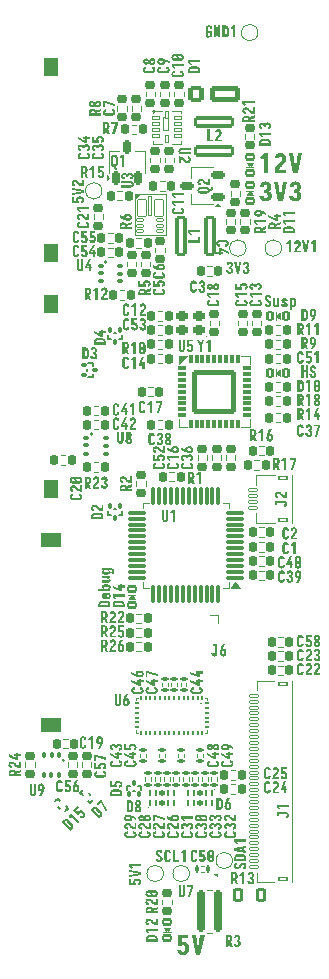
<source format=gto>
G04 #@! TF.GenerationSoftware,KiCad,Pcbnew,9.0.4*
G04 #@! TF.CreationDate,2025-08-21T00:06:41-07:00*
G04 #@! TF.ProjectId,DisplayAdapter,44697370-6c61-4794-9164-61707465722e,rev?*
G04 #@! TF.SameCoordinates,Original*
G04 #@! TF.FileFunction,Legend,Top*
G04 #@! TF.FilePolarity,Positive*
%FSLAX46Y46*%
G04 Gerber Fmt 4.6, Leading zero omitted, Abs format (unit mm)*
G04 Created by KiCad (PCBNEW 9.0.4) date 2025-08-21 00:06:41*
%MOMM*%
%LPD*%
G01*
G04 APERTURE LIST*
G04 Aperture macros list*
%AMRoundRect*
0 Rectangle with rounded corners*
0 $1 Rounding radius*
0 $2 $3 $4 $5 $6 $7 $8 $9 X,Y pos of 4 corners*
0 Add a 4 corners polygon primitive as box body*
4,1,4,$2,$3,$4,$5,$6,$7,$8,$9,$2,$3,0*
0 Add four circle primitives for the rounded corners*
1,1,$1+$1,$2,$3*
1,1,$1+$1,$4,$5*
1,1,$1+$1,$6,$7*
1,1,$1+$1,$8,$9*
0 Add four rect primitives between the rounded corners*
20,1,$1+$1,$2,$3,$4,$5,0*
20,1,$1+$1,$4,$5,$6,$7,0*
20,1,$1+$1,$6,$7,$8,$9,0*
20,1,$1+$1,$8,$9,$2,$3,0*%
%AMFreePoly0*
4,1,18,-0.400000,0.600000,-0.200000,0.800000,0.240000,0.800000,0.301229,0.787821,0.353137,0.753137,0.387821,0.701229,0.400000,0.640000,0.400000,-0.640000,0.387821,-0.701229,0.353137,-0.753137,0.301229,-0.787821,0.240000,-0.800000,-0.240000,-0.800000,-0.301229,-0.787821,-0.353137,-0.753137,-0.387821,-0.701229,-0.400000,-0.640000,-0.400000,0.600000,-0.400000,0.600000,$1*%
%AMFreePoly1*
4,1,18,-2.250000,0.765000,-2.243530,0.797528,-2.225104,0.825104,-2.197528,0.843530,-2.165000,0.850000,1.995000,0.850000,2.250000,0.595000,2.250000,-0.765000,2.243530,-0.797528,2.225104,-0.825104,2.197528,-0.843530,2.165000,-0.850000,-2.165000,-0.850000,-2.197528,-0.843530,-2.225104,-0.825104,-2.243530,-0.797528,-2.250000,-0.765000,-2.250000,0.765000,-2.250000,0.765000,$1*%
G04 Aperture macros list end*
%ADD10C,0.150000*%
%ADD11C,0.100000*%
%ADD12C,0.120000*%
%ADD13RoundRect,0.150000X-0.150000X-0.300000X0.150000X-0.300000X0.150000X0.300000X-0.150000X0.300000X0*%
%ADD14RoundRect,0.150000X0.150000X0.300000X-0.150000X0.300000X-0.150000X-0.300000X0.150000X-0.300000X0*%
%ADD15RoundRect,0.045000X0.355000X-0.105000X0.355000X0.105000X-0.355000X0.105000X-0.355000X-0.105000X0*%
%ADD16RoundRect,0.045000X-0.355000X0.105000X-0.355000X-0.105000X0.355000X-0.105000X0.355000X0.105000X0*%
%ADD17RoundRect,0.060000X0.340000X-0.140000X0.340000X0.140000X-0.340000X0.140000X-0.340000X-0.140000X0*%
%ADD18C,1.000000*%
%ADD19RoundRect,0.162500X0.447500X0.162500X-0.447500X0.162500X-0.447500X-0.162500X0.447500X-0.162500X0*%
%ADD20RoundRect,0.090000X-0.310000X-0.210000X0.310000X-0.210000X0.310000X0.210000X-0.310000X0.210000X0*%
%ADD21RoundRect,0.100000X0.200000X-0.100000X0.200000X0.100000X-0.200000X0.100000X-0.200000X-0.100000X0*%
%ADD22RoundRect,0.150000X0.300000X-0.150000X0.300000X0.150000X-0.300000X0.150000X-0.300000X-0.150000X0*%
%ADD23RoundRect,0.150000X1.550000X-0.350000X1.550000X0.350000X-1.550000X0.350000X-1.550000X-0.350000X0*%
%ADD24RoundRect,0.120000X-0.280000X-0.480000X0.280000X-0.480000X0.280000X0.480000X-0.280000X0.480000X0*%
%ADD25RoundRect,0.162500X0.162500X-0.447500X0.162500X0.447500X-0.162500X0.447500X-0.162500X-0.447500X0*%
%ADD26RoundRect,0.095000X-0.130000X-0.095000X0.130000X-0.095000X0.130000X0.095000X-0.130000X0.095000X0*%
%ADD27FreePoly0,0.000000*%
%ADD28RoundRect,0.050000X-0.050000X0.150000X-0.050000X-0.150000X0.050000X-0.150000X0.050000X0.150000X0*%
%ADD29RoundRect,0.050000X-0.150000X-0.050000X0.150000X-0.050000X0.150000X0.050000X-0.150000X0.050000X0*%
%ADD30RoundRect,0.050000X0.150000X0.050000X-0.150000X0.050000X-0.150000X-0.050000X0.150000X-0.050000X0*%
%ADD31RoundRect,0.050000X0.050000X-0.150000X0.050000X0.150000X-0.050000X0.150000X-0.050000X-0.150000X0*%
%ADD32FreePoly1,0.000000*%
%ADD33RoundRect,0.150000X-0.300000X0.150000X-0.300000X-0.150000X0.300000X-0.150000X0.300000X0.150000X0*%
%ADD34RoundRect,0.100000X-0.200000X0.100000X-0.200000X-0.100000X0.200000X-0.100000X0.200000X0.100000X0*%
%ADD35RoundRect,0.090000X-0.210000X0.310000X-0.210000X-0.310000X0.210000X-0.310000X0.210000X0.310000X0*%
%ADD36C,0.220000*%
%ADD37RoundRect,0.100000X0.100000X0.200000X-0.100000X0.200000X-0.100000X-0.200000X0.100000X-0.200000X0*%
%ADD38RoundRect,0.067500X-0.183848X-0.088388X-0.088388X-0.183848X0.183848X0.088388X0.088388X0.183848X0*%
%ADD39RoundRect,0.090000X-0.183848X-0.056569X-0.056569X-0.183848X0.183848X0.056569X0.056569X0.183848X0*%
%ADD40C,0.990600*%
%ADD41C,0.787400*%
%ADD42RoundRect,0.067500X0.192500X-0.067500X0.192500X0.067500X-0.192500X0.067500X-0.192500X-0.067500X0*%
%ADD43RoundRect,0.090000X0.170000X-0.090000X0.170000X0.090000X-0.170000X0.090000X-0.170000X-0.090000X0*%
%ADD44RoundRect,0.067500X0.183848X0.088388X0.088388X0.183848X-0.183848X-0.088388X-0.088388X-0.183848X0*%
%ADD45RoundRect,0.090000X0.183848X0.056569X0.056569X0.183848X-0.183848X-0.056569X-0.056569X-0.183848X0*%
%ADD46RoundRect,0.067500X-0.067500X-0.192500X0.067500X-0.192500X0.067500X0.192500X-0.067500X0.192500X0*%
%ADD47RoundRect,0.090000X-0.090000X-0.170000X0.090000X-0.170000X0.090000X0.170000X-0.090000X0.170000X0*%
%ADD48RoundRect,0.090000X0.310000X0.210000X-0.310000X0.210000X-0.310000X-0.210000X0.310000X-0.210000X0*%
%ADD49RoundRect,0.062500X-0.062500X-0.187500X0.062500X-0.187500X0.062500X0.187500X-0.062500X0.187500X0*%
%ADD50RoundRect,0.062500X0.062500X0.187500X-0.062500X0.187500X-0.062500X-0.187500X0.062500X-0.187500X0*%
%ADD51RoundRect,0.112500X0.112500X0.137500X-0.112500X0.137500X-0.112500X-0.137500X0.112500X-0.137500X0*%
%ADD52RoundRect,0.045000X0.355000X0.105000X-0.355000X0.105000X-0.355000X-0.105000X0.355000X-0.105000X0*%
%ADD53RoundRect,0.060000X0.340000X0.140000X-0.340000X0.140000X-0.340000X-0.140000X0.340000X-0.140000X0*%
%ADD54RoundRect,0.150000X-0.350000X-1.550000X0.350000X-1.550000X0.350000X1.550000X-0.350000X1.550000X0*%
%ADD55RoundRect,0.075000X0.662500X0.075000X-0.662500X0.075000X-0.662500X-0.075000X0.662500X-0.075000X0*%
%ADD56RoundRect,0.075000X0.075000X0.662500X-0.075000X0.662500X-0.075000X-0.662500X0.075000X-0.662500X0*%
%ADD57RoundRect,0.067500X0.067500X0.192500X-0.067500X0.192500X-0.067500X-0.192500X0.067500X-0.192500X0*%
%ADD58RoundRect,0.090000X0.090000X0.170000X-0.090000X0.170000X-0.090000X-0.170000X0.090000X-0.170000X0*%
%ADD59RoundRect,0.210000X1.090000X0.490000X-1.090000X0.490000X-1.090000X-0.490000X1.090000X-0.490000X0*%
%ADD60RoundRect,0.195000X0.455000X0.505000X-0.455000X0.505000X-0.455000X-0.505000X0.455000X-0.505000X0*%
%ADD61RoundRect,0.212500X-0.262500X-0.212500X0.262500X-0.212500X0.262500X0.212500X-0.262500X0.212500X0*%
%ADD62RoundRect,0.053000X0.212000X-0.572000X0.212000X0.572000X-0.212000X0.572000X-0.212000X-0.572000X0*%
%ADD63RoundRect,0.030000X-0.320000X-0.120000X0.320000X-0.120000X0.320000X0.120000X-0.320000X0.120000X0*%
%ADD64RoundRect,0.030000X0.120000X-0.320000X0.120000X0.320000X-0.120000X0.320000X-0.120000X-0.320000X0*%
%ADD65RoundRect,0.140000X0.310000X-0.000010X0.310000X0.000010X-0.310000X0.000010X-0.310000X-0.000010X0*%
%ADD66RoundRect,0.140000X0.000010X0.310000X-0.000010X0.310000X-0.000010X-0.310000X0.000010X-0.310000X0*%
%ADD67RoundRect,0.140000X-0.310000X0.000010X-0.310000X-0.000010X0.310000X-0.000010X0.310000X0.000010X0*%
%ADD68RoundRect,0.140000X-0.000010X-0.310000X0.000010X-0.310000X0.000010X0.310000X-0.000010X0.310000X0*%
%ADD69RoundRect,0.185000X1.665000X-1.665000X1.665000X1.665000X-1.665000X1.665000X-1.665000X-1.665000X0*%
%ADD70RoundRect,0.040000X-0.360000X-0.710000X0.360000X-0.710000X0.360000X0.710000X-0.360000X0.710000X0*%
%ADD71RoundRect,0.030000X-0.270000X-0.120000X0.270000X-0.120000X0.270000X0.120000X-0.270000X0.120000X0*%
%ADD72RoundRect,0.040000X-0.160000X-0.835000X0.160000X-0.835000X0.160000X0.835000X-0.160000X0.835000X0*%
%ADD73RoundRect,0.150000X-0.150000X-1.650000X0.150000X-1.650000X0.150000X1.650000X-0.150000X1.650000X0*%
%ADD74RoundRect,0.095000X-0.095000X0.130000X-0.095000X-0.130000X0.095000X-0.130000X0.095000X0.130000X0*%
%ADD75FreePoly0,270.000000*%
%ADD76RoundRect,0.112500X-0.112500X-0.137500X0.112500X-0.137500X0.112500X0.137500X-0.112500X0.137500X0*%
%ADD77C,1.200000*%
%ADD78RoundRect,0.600000X0.450000X-0.000010X0.450000X0.000010X-0.450000X0.000010X-0.450000X-0.000010X0*%
%ADD79RoundRect,0.600000X0.850000X-0.000010X0.850000X0.000010X-0.850000X0.000010X-0.850000X-0.000010X0*%
%ADD80C,0.350000*%
%ADD81O,0.850000X1.100000*%
%ADD82C,0.550000*%
%ADD83C,0.450000*%
%ADD84O,1.800000X1.150000*%
%ADD85O,2.000000X1.140000*%
%ADD86O,1.600000X1.000000*%
%ADD87O,2.000000X1.150000*%
%ADD88C,1.520000*%
%ADD89RoundRect,0.750000X-0.600000X-0.000010X0.600000X-0.000010X0.600000X0.000010X-0.600000X0.000010X0*%
%ADD90C,5.300000*%
G04 APERTURE END LIST*
D10*
G36*
X68645148Y-51064000D02*
G01*
X68645148Y-49711969D01*
X68418515Y-49911173D01*
X68237275Y-49776937D01*
X68645148Y-49418780D01*
X68987625Y-49418780D01*
X68987625Y-51064000D01*
X68645148Y-51064000D01*
G37*
G36*
X69511453Y-51064000D02*
G01*
X69511453Y-51061752D01*
X69512662Y-50948717D01*
X69522773Y-50834607D01*
X69546624Y-50722646D01*
X69585752Y-50614104D01*
X69642355Y-50511131D01*
X69714126Y-50417147D01*
X69798536Y-50332053D01*
X69894157Y-50255946D01*
X69993735Y-50184334D01*
X70039896Y-50145801D01*
X70080563Y-50101487D01*
X70113361Y-50052458D01*
X70135957Y-49999687D01*
X70149208Y-49944082D01*
X70153653Y-49886554D01*
X70151125Y-49837314D01*
X70143541Y-49788075D01*
X70127165Y-49740008D01*
X70099467Y-49697412D01*
X70056603Y-49667224D01*
X70002528Y-49655988D01*
X69966246Y-49660492D01*
X69933175Y-49673965D01*
X69904914Y-49694614D01*
X69882836Y-49720957D01*
X69857667Y-49782506D01*
X69851402Y-49848549D01*
X69851402Y-49855290D01*
X69506397Y-49855290D01*
X69506397Y-49839561D01*
X69520246Y-49723204D01*
X69538253Y-49666501D01*
X69564319Y-49613490D01*
X69598538Y-49564373D01*
X69641146Y-49519505D01*
X69690868Y-49480581D01*
X69746879Y-49448968D01*
X69807736Y-49425473D01*
X69871516Y-49410964D01*
X70002528Y-49400803D01*
X70142222Y-49413113D01*
X70209338Y-49430485D01*
X70271915Y-49457956D01*
X70328573Y-49494324D01*
X70377648Y-49538556D01*
X70418654Y-49588948D01*
X70450738Y-49643776D01*
X70474036Y-49701948D01*
X70488546Y-49762381D01*
X70498658Y-49886554D01*
X70494243Y-49955651D01*
X70480963Y-50024307D01*
X70458284Y-50090656D01*
X70425568Y-50152974D01*
X70384043Y-50211069D01*
X70334893Y-50264837D01*
X70225314Y-50362241D01*
X70113316Y-50456323D01*
X70011320Y-50560371D01*
X69967876Y-50618040D01*
X69930757Y-50679073D01*
X69900835Y-50742885D01*
X69879099Y-50808815D01*
X70488546Y-50808815D01*
X70488546Y-51064000D01*
X69511453Y-51064000D01*
G37*
G36*
X71060185Y-51064000D02*
G01*
X70712651Y-49418780D01*
X71062712Y-49418780D01*
X71231423Y-50515625D01*
X71245272Y-50599547D01*
X71259120Y-50683469D01*
X71272969Y-50599547D01*
X71286817Y-50515625D01*
X71455528Y-49418780D01*
X71805589Y-49418780D01*
X71458056Y-51064000D01*
X71060185Y-51064000D01*
G37*
G36*
X55329324Y-87318546D02*
G01*
X55374359Y-87324859D01*
X55417948Y-87336402D01*
X55458989Y-87354229D01*
X55496675Y-87378260D01*
X55530369Y-87408757D01*
X55558767Y-87444214D01*
X55580744Y-87482945D01*
X55596794Y-87524464D01*
X55607306Y-87568247D01*
X55615000Y-87659167D01*
X55615000Y-87870437D01*
X54586737Y-87870437D01*
X54586737Y-87659167D01*
X54746228Y-87659167D01*
X54746228Y-87678767D01*
X55455509Y-87678767D01*
X55455509Y-87657762D01*
X55452565Y-87626027D01*
X55443663Y-87594809D01*
X55428396Y-87566593D01*
X55406599Y-87543762D01*
X55379719Y-87526672D01*
X55349202Y-87515796D01*
X55283440Y-87508102D01*
X54916892Y-87508102D01*
X54852534Y-87515796D01*
X54822028Y-87526675D01*
X54795198Y-87543762D01*
X54773367Y-87566600D01*
X54758135Y-87594809D01*
X54749217Y-87626217D01*
X54746228Y-87659167D01*
X54586737Y-87659167D01*
X54586737Y-87657762D01*
X54594431Y-87568247D01*
X54604942Y-87524464D01*
X54620992Y-87482945D01*
X54642935Y-87444221D01*
X54671367Y-87408757D01*
X54705012Y-87378263D01*
X54742686Y-87354229D01*
X54783736Y-87336405D01*
X54827377Y-87324859D01*
X54872413Y-87318546D01*
X54918297Y-87316433D01*
X55283440Y-87316433D01*
X55329324Y-87318546D01*
G37*
G36*
X55331006Y-86990430D02*
G01*
X55335219Y-86990430D01*
X55379977Y-86986949D01*
X55422658Y-86972966D01*
X55440835Y-86960209D01*
X55454837Y-86942924D01*
X55463737Y-86922565D01*
X55466683Y-86900915D01*
X55462531Y-86867331D01*
X55448548Y-86837961D01*
X55437415Y-86826854D01*
X55423330Y-86818422D01*
X55391151Y-86811400D01*
X55391151Y-86619730D01*
X55392555Y-86619730D01*
X55425974Y-86622149D01*
X55459722Y-86629500D01*
X55491990Y-86641769D01*
X55521271Y-86658870D01*
X55547472Y-86680370D01*
X55570242Y-86705765D01*
X55589097Y-86734212D01*
X55603825Y-86765177D01*
X55614477Y-86797877D01*
X55621289Y-86831672D01*
X55626174Y-86900915D01*
X55619152Y-86977179D01*
X55609347Y-87014527D01*
X55593995Y-87049231D01*
X55573390Y-87080984D01*
X55547833Y-87109376D01*
X55518135Y-87133479D01*
X55484879Y-87152729D01*
X55449041Y-87166889D01*
X55411423Y-87175810D01*
X55335219Y-87182099D01*
X55167302Y-87182099D01*
X55090366Y-87175810D01*
X55053336Y-87166911D01*
X55017643Y-87152729D01*
X54984387Y-87133479D01*
X54954689Y-87109376D01*
X54929142Y-87080855D01*
X54908527Y-87048498D01*
X54893109Y-87013328D01*
X54883309Y-86976508D01*
X54876287Y-86899510D01*
X55035778Y-86899510D01*
X55038719Y-86921259D01*
X55047684Y-86942192D01*
X55061741Y-86960077D01*
X55079863Y-86972966D01*
X55122545Y-86986949D01*
X55167302Y-86990430D01*
X55171516Y-86990430D01*
X55171516Y-86808591D01*
X55167302Y-86808591D01*
X55122545Y-86812071D01*
X55079863Y-86826054D01*
X55061741Y-86838943D01*
X55047684Y-86856829D01*
X55038719Y-86877762D01*
X55035778Y-86899510D01*
X54876287Y-86899510D01*
X54883309Y-86822574D01*
X54893111Y-86785701D01*
X54908527Y-86750522D01*
X54929146Y-86718177D01*
X54954689Y-86689706D01*
X54984391Y-86665554D01*
X55017643Y-86646291D01*
X55053336Y-86632110D01*
X55090366Y-86623211D01*
X55167302Y-86616921D01*
X55331006Y-86616921D01*
X55331006Y-86990430D01*
G37*
G36*
X55400249Y-85920219D02*
G01*
X55464607Y-85931393D01*
X55526156Y-85954474D01*
X55554587Y-85971340D01*
X55579340Y-85992270D01*
X55599604Y-86017239D01*
X55614328Y-86046126D01*
X55623199Y-86077532D01*
X55626174Y-86110484D01*
X55623940Y-86138379D01*
X55617076Y-86167148D01*
X55605462Y-86194192D01*
X55589110Y-86217523D01*
X55568738Y-86237570D01*
X55545085Y-86254587D01*
X55491901Y-86279744D01*
X55615000Y-86279744D01*
X55615000Y-86471414D01*
X54586737Y-86471414D01*
X54586737Y-86279744D01*
X55010621Y-86279744D01*
X54957498Y-86254587D01*
X54933794Y-86237566D01*
X54913412Y-86217523D01*
X54897148Y-86194381D01*
X55035778Y-86194381D01*
X55038925Y-86215880D01*
X55048417Y-86235719D01*
X55062935Y-86252326D01*
X55081268Y-86264357D01*
X55123278Y-86276935D01*
X55167302Y-86279744D01*
X55335219Y-86279744D01*
X55379244Y-86276935D01*
X55421254Y-86264357D01*
X55439587Y-86252326D01*
X55454105Y-86235719D01*
X55463549Y-86215884D01*
X55466683Y-86194381D01*
X55463550Y-86172940D01*
X55454105Y-86153165D01*
X55439583Y-86136509D01*
X55421254Y-86124467D01*
X55379244Y-86111888D01*
X55335219Y-86109079D01*
X55167302Y-86109079D01*
X55123278Y-86111888D01*
X55081268Y-86124467D01*
X55062939Y-86136509D01*
X55048417Y-86153165D01*
X55038925Y-86172944D01*
X55035778Y-86194381D01*
X54897148Y-86194381D01*
X54897012Y-86194188D01*
X54885385Y-86167148D01*
X54878521Y-86138379D01*
X54876287Y-86110484D01*
X54879276Y-86077534D01*
X54888194Y-86046126D01*
X54902917Y-86017239D01*
X54923182Y-85992270D01*
X54947934Y-85971340D01*
X54976366Y-85954474D01*
X55037915Y-85931393D01*
X55102273Y-85920219D01*
X55167302Y-85917410D01*
X55335219Y-85917410D01*
X55400249Y-85920219D01*
G37*
G36*
X55626174Y-85584446D02*
G01*
X55623054Y-85616149D01*
X55613595Y-85647399D01*
X55598320Y-85676189D01*
X55577936Y-85700583D01*
X55553214Y-85720772D01*
X55524813Y-85736914D01*
X55463264Y-85758591D01*
X55399577Y-85769093D01*
X55335219Y-85771902D01*
X54887522Y-85771902D01*
X54887522Y-85580232D01*
X55335219Y-85580232D01*
X55377901Y-85577424D01*
X55419178Y-85566250D01*
X55437176Y-85555516D01*
X55452700Y-85539688D01*
X55463265Y-85520571D01*
X55466683Y-85500487D01*
X55463263Y-85480413D01*
X55452700Y-85461347D01*
X55437169Y-85445483D01*
X55419178Y-85434786D01*
X55377901Y-85423551D01*
X55335219Y-85420742D01*
X54887522Y-85420742D01*
X54887522Y-85229072D01*
X55615000Y-85229072D01*
X55615000Y-85420742D01*
X55494710Y-85420742D01*
X55545757Y-85443823D01*
X55568822Y-85460266D01*
X55589110Y-85480215D01*
X55605533Y-85503293D01*
X55617076Y-85529186D01*
X55623912Y-85556698D01*
X55626174Y-85584446D01*
G37*
G36*
X55711536Y-84535178D02*
G01*
X55748487Y-84543388D01*
X55783588Y-84556855D01*
X55816373Y-84575318D01*
X55846542Y-84598804D01*
X55872836Y-84626515D01*
X55894108Y-84657605D01*
X55909977Y-84691631D01*
X55919937Y-84728252D01*
X55926959Y-84803784D01*
X55922745Y-84868875D01*
X55916651Y-84901220D01*
X55906687Y-84932500D01*
X55892857Y-84962220D01*
X55875179Y-84989836D01*
X55853876Y-85014650D01*
X55829017Y-85035998D01*
X55801119Y-85053123D01*
X55770277Y-85065430D01*
X55737927Y-85072783D01*
X55705919Y-85075199D01*
X55705919Y-84883530D01*
X55733213Y-84876569D01*
X55754218Y-84857640D01*
X55764659Y-84831750D01*
X55767468Y-84803784D01*
X55764144Y-84782454D01*
X55754157Y-84763240D01*
X55739237Y-84747250D01*
X55721306Y-84735946D01*
X55680029Y-84724039D01*
X55636004Y-84721230D01*
X55491901Y-84721230D01*
X55545085Y-84746387D01*
X55568734Y-84763416D01*
X55589110Y-84783512D01*
X55605456Y-84806802D01*
X55617076Y-84833887D01*
X55623939Y-84862604D01*
X55626174Y-84890491D01*
X55623199Y-84923443D01*
X55614328Y-84954849D01*
X55599604Y-84983735D01*
X55579340Y-85008704D01*
X55554587Y-85029634D01*
X55526156Y-85046501D01*
X55464607Y-85069643D01*
X55400249Y-85080817D01*
X55335219Y-85083565D01*
X55167302Y-85083565D01*
X55102273Y-85080817D01*
X55037915Y-85069643D01*
X54976366Y-85046501D01*
X54947934Y-85029634D01*
X54923182Y-85008704D01*
X54902917Y-84983735D01*
X54888194Y-84954849D01*
X54879276Y-84923440D01*
X54876287Y-84890491D01*
X54878522Y-84862604D01*
X54885385Y-84833887D01*
X54897018Y-84806806D01*
X54897168Y-84806593D01*
X55035778Y-84806593D01*
X55038923Y-84828040D01*
X55048417Y-84847870D01*
X55062932Y-84864490D01*
X55081268Y-84876569D01*
X55123278Y-84889147D01*
X55167302Y-84891895D01*
X55335219Y-84891895D01*
X55379244Y-84889147D01*
X55421254Y-84876569D01*
X55439590Y-84864490D01*
X55454105Y-84847870D01*
X55463552Y-84828044D01*
X55466683Y-84806593D01*
X55463548Y-84785100D01*
X55454105Y-84765316D01*
X55439583Y-84748660D01*
X55421254Y-84736618D01*
X55379244Y-84724039D01*
X55335219Y-84721230D01*
X55167302Y-84721230D01*
X55123278Y-84724039D01*
X55081268Y-84736618D01*
X55062939Y-84748660D01*
X55048417Y-84765316D01*
X55038927Y-84785104D01*
X55035778Y-84806593D01*
X54897168Y-84806593D01*
X54913412Y-84783512D01*
X54933798Y-84763420D01*
X54957498Y-84746387D01*
X55010621Y-84721230D01*
X54887522Y-84721230D01*
X54887522Y-84529561D01*
X55636004Y-84529561D01*
X55711536Y-84535178D01*
G37*
G36*
X71778829Y-68415000D02*
G01*
X71778829Y-67386737D01*
X71970499Y-67386737D01*
X71970499Y-67809216D01*
X72129990Y-67809216D01*
X72129990Y-67386737D01*
X72321659Y-67386737D01*
X72321659Y-68415000D01*
X72129990Y-68415000D01*
X72129990Y-67968707D01*
X71970499Y-67968707D01*
X71970499Y-68415000D01*
X71778829Y-68415000D01*
G37*
G36*
X72748351Y-68426174D02*
G01*
X72674895Y-68419884D01*
X72638759Y-68411117D01*
X72604920Y-68397536D01*
X72573391Y-68379225D01*
X72544103Y-68356259D01*
X72518717Y-68329093D01*
X72498613Y-68298190D01*
X72483383Y-68264523D01*
X72472723Y-68229619D01*
X72466465Y-68193564D01*
X72464358Y-68156163D01*
X72464358Y-68142180D01*
X72656028Y-68142180D01*
X72656028Y-68147798D01*
X72660912Y-68191151D01*
X72676971Y-68229680D01*
X72690186Y-68245135D01*
X72707746Y-68256913D01*
X72727801Y-68264265D01*
X72748351Y-68266683D01*
X72768829Y-68264407D01*
X72788224Y-68257585D01*
X72805389Y-68246547D01*
X72818999Y-68231756D01*
X72835790Y-68194692D01*
X72840675Y-68154759D01*
X72837537Y-68121743D01*
X72828097Y-68089729D01*
X72812841Y-68060080D01*
X72792437Y-68034469D01*
X72767957Y-68012430D01*
X72740658Y-67993925D01*
X72683261Y-67961074D01*
X72628001Y-67925354D01*
X72578358Y-67882001D01*
X72536410Y-67830893D01*
X72504231Y-67773557D01*
X72484630Y-67710603D01*
X72478341Y-67644108D01*
X72486035Y-67573522D01*
X72496013Y-67538660D01*
X72510520Y-67505622D01*
X72529564Y-67475046D01*
X72553201Y-67447554D01*
X72580696Y-67423929D01*
X72611270Y-67404933D01*
X72644329Y-67390764D01*
X72679109Y-67381852D01*
X72751160Y-67375502D01*
X72823212Y-67381852D01*
X72857991Y-67390764D01*
X72891050Y-67404933D01*
X72921624Y-67423929D01*
X72949119Y-67447554D01*
X72972757Y-67475046D01*
X72991800Y-67505622D01*
X73006308Y-67538660D01*
X73016286Y-67573522D01*
X73023979Y-67645512D01*
X73023979Y-67659556D01*
X72832310Y-67659556D01*
X72832310Y-67653939D01*
X72828768Y-67613394D01*
X72815457Y-67575598D01*
X72803770Y-67559164D01*
X72788224Y-67546228D01*
X72770093Y-67537761D01*
X72751160Y-67534993D01*
X72732135Y-67537435D01*
X72714035Y-67544823D01*
X72698446Y-67556397D01*
X72686802Y-67571385D01*
X72673491Y-67607777D01*
X72670010Y-67646917D01*
X72672434Y-67676008D01*
X72679780Y-67704986D01*
X72692044Y-67732289D01*
X72709150Y-67756765D01*
X72730143Y-67778276D01*
X72753908Y-67796638D01*
X72805687Y-67828817D01*
X72893859Y-67885481D01*
X72933133Y-67919686D01*
X72967254Y-67959609D01*
X72995042Y-68004318D01*
X73015553Y-68053398D01*
X73028186Y-68104850D01*
X73032345Y-68156163D01*
X73030222Y-68193562D01*
X73023918Y-68229619D01*
X73013291Y-68264518D01*
X72998029Y-68298190D01*
X72977973Y-68329091D01*
X72952599Y-68356259D01*
X72923302Y-68379221D01*
X72891722Y-68397536D01*
X72857934Y-68411115D01*
X72821807Y-68419884D01*
X72748351Y-68426174D01*
G37*
G36*
X61778024Y-117281878D02*
G01*
X61649540Y-117271815D01*
X61587910Y-117257869D01*
X61528639Y-117236058D01*
X61473566Y-117206663D01*
X61424116Y-117170015D01*
X61381272Y-117127341D01*
X61346080Y-117080427D01*
X61318415Y-117029805D01*
X61298270Y-116976379D01*
X61276837Y-116863344D01*
X61624370Y-116863344D01*
X61635691Y-116921571D01*
X61663388Y-116975207D01*
X61685097Y-116997022D01*
X61712518Y-117013309D01*
X61743831Y-117023311D01*
X61778024Y-117026693D01*
X61809431Y-117022539D01*
X61838474Y-117009987D01*
X61863618Y-116990984D01*
X61883756Y-116967489D01*
X61910135Y-116912583D01*
X61925302Y-116854355D01*
X61932776Y-116796226D01*
X61934095Y-116737998D01*
X61932776Y-116677524D01*
X61926511Y-116620468D01*
X61912662Y-116564488D01*
X61887493Y-116510852D01*
X61844629Y-116467182D01*
X61816602Y-116453683D01*
X61785497Y-116449205D01*
X61731312Y-116455946D01*
X61706818Y-116465463D01*
X61686030Y-116480566D01*
X61657123Y-116521990D01*
X61647012Y-116570057D01*
X61302007Y-116570057D01*
X61302007Y-115618780D01*
X62211176Y-115618780D01*
X62211176Y-115873965D01*
X61647012Y-115873965D01*
X61647012Y-116205256D01*
X61715046Y-116196267D01*
X61785497Y-116194020D01*
X61860483Y-116198224D01*
X61934095Y-116210824D01*
X62003960Y-116233063D01*
X62066316Y-116265730D01*
X62121182Y-116307995D01*
X62168311Y-116359715D01*
X62206878Y-116417256D01*
X62236345Y-116477244D01*
X62257389Y-116539800D01*
X62270307Y-116604837D01*
X62279100Y-116737998D01*
X62270307Y-116871159D01*
X62257106Y-116936316D01*
X62235026Y-116999924D01*
X62204261Y-117060558D01*
X62164575Y-117117454D01*
X62116265Y-117168211D01*
X62060051Y-117210364D01*
X61996420Y-117242929D01*
X61925302Y-117265074D01*
X61850896Y-117277727D01*
X61778024Y-117281878D01*
G37*
G36*
X62830625Y-117264000D02*
G01*
X62483092Y-115618780D01*
X62833153Y-115618780D01*
X63001863Y-116715625D01*
X63015712Y-116799547D01*
X63029561Y-116883469D01*
X63043409Y-116799547D01*
X63057258Y-116715625D01*
X63225968Y-115618780D01*
X63576030Y-115618780D01*
X63228496Y-117264000D01*
X62830625Y-117264000D01*
G37*
G36*
X68748463Y-53481878D02*
G01*
X68613714Y-53471815D01*
X68548295Y-53457861D01*
X68485230Y-53436058D01*
X68426526Y-53406166D01*
X68373232Y-53367768D01*
X68327151Y-53322522D01*
X68290141Y-53272611D01*
X68261819Y-53218445D01*
X68242220Y-53160748D01*
X68230920Y-53101043D01*
X68227163Y-53040971D01*
X68227163Y-53027489D01*
X68572168Y-53027489D01*
X68572168Y-53034230D01*
X68580961Y-53102520D01*
X68593224Y-53135828D01*
X68612395Y-53166316D01*
X68638524Y-53192017D01*
X68671636Y-53211062D01*
X68709107Y-53222789D01*
X68748463Y-53226693D01*
X68789830Y-53221699D01*
X68829026Y-53206568D01*
X68862865Y-53183229D01*
X68888157Y-53154006D01*
X68906086Y-53120206D01*
X68917173Y-53083469D01*
X68924757Y-53007363D01*
X68918382Y-52939073D01*
X68896950Y-52873030D01*
X68855404Y-52815974D01*
X68826820Y-52792736D01*
X68793745Y-52774551D01*
X68720656Y-52754425D01*
X68642620Y-52749931D01*
X68642620Y-52494746D01*
X68711863Y-52491424D01*
X68744896Y-52484975D01*
X68776160Y-52472374D01*
X68829026Y-52433197D01*
X68864197Y-52380636D01*
X68880574Y-52321334D01*
X68884420Y-52259687D01*
X68879365Y-52193741D01*
X68859141Y-52131020D01*
X68840684Y-52102892D01*
X68815068Y-52078459D01*
X68783885Y-52061580D01*
X68748463Y-52055988D01*
X68714733Y-52060956D01*
X68682957Y-52076212D01*
X68656284Y-52098541D01*
X68637564Y-52124376D01*
X68617451Y-52183678D01*
X68612395Y-52248549D01*
X68612395Y-52255290D01*
X68267500Y-52255290D01*
X68267500Y-52237314D01*
X68281348Y-52122129D01*
X68298719Y-52066236D01*
X68322894Y-52013490D01*
X68354876Y-51964394D01*
X68395874Y-51919505D01*
X68444176Y-51880756D01*
X68497869Y-51850140D01*
X68556322Y-51827222D01*
X68618770Y-51812039D01*
X68748463Y-51800803D01*
X68879365Y-51812039D01*
X68942792Y-51827792D01*
X69001474Y-51852387D01*
X69054885Y-51885256D01*
X69102261Y-51926247D01*
X69142338Y-51973104D01*
X69174031Y-52023651D01*
X69198252Y-52077298D01*
X69215577Y-52133267D01*
X69229426Y-52248549D01*
X69216786Y-52358263D01*
X69200434Y-52410608D01*
X69176559Y-52460064D01*
X69145441Y-52506198D01*
X69107316Y-52548480D01*
X69062989Y-52585891D01*
X69012794Y-52617845D01*
X69070426Y-52650337D01*
X69122374Y-52689554D01*
X69167731Y-52734615D01*
X69205465Y-52784711D01*
X69234777Y-52838943D01*
X69254595Y-52896575D01*
X69265976Y-52956210D01*
X69269762Y-53016351D01*
X69265961Y-53078516D01*
X69254595Y-53139450D01*
X69235450Y-53198642D01*
X69207993Y-53255807D01*
X69172132Y-53308983D01*
X69127430Y-53356533D01*
X69075118Y-53397403D01*
X69016641Y-53430392D01*
X68953317Y-53455034D01*
X68886948Y-53470643D01*
X68748463Y-53481878D01*
G37*
G36*
X69801064Y-53464000D02*
G01*
X69453531Y-51818780D01*
X69803592Y-51818780D01*
X69972302Y-52915625D01*
X69986151Y-52999547D01*
X70000000Y-53083469D01*
X70013848Y-52999547D01*
X70027697Y-52915625D01*
X70196407Y-51818780D01*
X70546469Y-51818780D01*
X70198935Y-53464000D01*
X69801064Y-53464000D01*
G37*
G36*
X71266704Y-53481878D02*
G01*
X71131955Y-53471815D01*
X71066537Y-53457861D01*
X71003471Y-53436058D01*
X70944768Y-53406166D01*
X70891474Y-53367768D01*
X70845393Y-53322522D01*
X70808382Y-53272611D01*
X70780060Y-53218445D01*
X70760462Y-53160748D01*
X70749161Y-53101043D01*
X70745404Y-53040971D01*
X70745404Y-53027489D01*
X71090410Y-53027489D01*
X71090410Y-53034230D01*
X71099202Y-53102520D01*
X71111466Y-53135828D01*
X71130636Y-53166316D01*
X71156765Y-53192017D01*
X71189877Y-53211062D01*
X71227349Y-53222789D01*
X71266704Y-53226693D01*
X71308072Y-53221699D01*
X71347268Y-53206568D01*
X71381107Y-53183229D01*
X71406399Y-53154006D01*
X71424328Y-53120206D01*
X71435415Y-53083469D01*
X71442999Y-53007363D01*
X71436624Y-52939073D01*
X71415191Y-52873030D01*
X71373646Y-52815974D01*
X71345061Y-52792736D01*
X71311987Y-52774551D01*
X71238897Y-52754425D01*
X71160861Y-52749931D01*
X71160861Y-52494746D01*
X71230104Y-52491424D01*
X71263138Y-52484975D01*
X71294401Y-52472374D01*
X71347268Y-52433197D01*
X71382439Y-52380636D01*
X71398815Y-52321334D01*
X71402662Y-52259687D01*
X71397606Y-52193741D01*
X71377383Y-52131020D01*
X71358925Y-52102892D01*
X71333309Y-52078459D01*
X71302127Y-52061580D01*
X71266704Y-52055988D01*
X71232975Y-52060956D01*
X71201198Y-52076212D01*
X71174526Y-52098541D01*
X71155806Y-52124376D01*
X71135692Y-52183678D01*
X71130636Y-52248549D01*
X71130636Y-52255290D01*
X70785741Y-52255290D01*
X70785741Y-52237314D01*
X70799590Y-52122129D01*
X70816960Y-52066236D01*
X70841135Y-52013490D01*
X70873118Y-51964394D01*
X70914115Y-51919505D01*
X70962418Y-51880756D01*
X71016111Y-51850140D01*
X71074563Y-51827222D01*
X71137011Y-51812039D01*
X71266704Y-51800803D01*
X71397606Y-51812039D01*
X71461033Y-51827792D01*
X71519715Y-51852387D01*
X71573126Y-51885256D01*
X71620502Y-51926247D01*
X71660580Y-51973104D01*
X71692273Y-52023651D01*
X71716494Y-52077298D01*
X71733819Y-52133267D01*
X71747667Y-52248549D01*
X71735028Y-52358263D01*
X71718676Y-52410608D01*
X71694801Y-52460064D01*
X71663682Y-52506198D01*
X71625558Y-52548480D01*
X71581230Y-52585891D01*
X71531036Y-52617845D01*
X71588668Y-52650337D01*
X71640615Y-52689554D01*
X71685972Y-52734615D01*
X71723707Y-52784711D01*
X71753019Y-52838943D01*
X71772836Y-52896575D01*
X71784217Y-52956210D01*
X71788004Y-53016351D01*
X71784202Y-53078516D01*
X71772836Y-53139450D01*
X71753691Y-53198642D01*
X71726235Y-53255807D01*
X71690374Y-53308983D01*
X71645671Y-53356533D01*
X71593360Y-53397403D01*
X71534883Y-53430392D01*
X71471558Y-53455034D01*
X71405190Y-53470643D01*
X71266704Y-53481878D01*
G37*
G36*
X68949328Y-62426174D02*
G01*
X68875872Y-62419884D01*
X68839736Y-62411117D01*
X68805896Y-62397536D01*
X68774368Y-62379225D01*
X68745080Y-62356259D01*
X68719693Y-62329093D01*
X68699590Y-62298190D01*
X68684360Y-62264523D01*
X68673700Y-62229619D01*
X68667442Y-62193564D01*
X68665334Y-62156163D01*
X68665334Y-62142180D01*
X68857004Y-62142180D01*
X68857004Y-62147798D01*
X68861889Y-62191151D01*
X68877948Y-62229680D01*
X68891163Y-62245135D01*
X68908722Y-62256913D01*
X68928778Y-62264265D01*
X68949328Y-62266683D01*
X68969805Y-62264407D01*
X68989201Y-62257585D01*
X69006366Y-62246547D01*
X69019975Y-62231756D01*
X69036767Y-62194692D01*
X69041652Y-62154759D01*
X69038513Y-62121743D01*
X69029073Y-62089729D01*
X69013817Y-62060080D01*
X68993414Y-62034469D01*
X68968934Y-62012430D01*
X68941634Y-61993925D01*
X68884237Y-61961074D01*
X68828977Y-61925354D01*
X68779335Y-61882001D01*
X68737386Y-61830893D01*
X68705207Y-61773557D01*
X68685607Y-61710603D01*
X68679317Y-61644108D01*
X68687011Y-61573522D01*
X68696989Y-61538660D01*
X68711496Y-61505622D01*
X68730540Y-61475046D01*
X68754178Y-61447554D01*
X68781673Y-61423929D01*
X68812247Y-61404933D01*
X68845305Y-61390764D01*
X68880085Y-61381852D01*
X68952137Y-61375502D01*
X69024188Y-61381852D01*
X69058968Y-61390764D01*
X69092027Y-61404933D01*
X69122600Y-61423929D01*
X69150095Y-61447554D01*
X69173733Y-61475046D01*
X69192777Y-61505622D01*
X69207284Y-61538660D01*
X69217262Y-61573522D01*
X69224956Y-61645512D01*
X69224956Y-61659556D01*
X69033286Y-61659556D01*
X69033286Y-61653939D01*
X69029745Y-61613394D01*
X69016434Y-61575598D01*
X69004747Y-61559164D01*
X68989201Y-61546228D01*
X68971070Y-61537761D01*
X68952137Y-61534993D01*
X68933112Y-61537435D01*
X68915012Y-61544823D01*
X68899422Y-61556397D01*
X68887779Y-61571385D01*
X68874467Y-61607777D01*
X68870987Y-61646917D01*
X68873411Y-61676008D01*
X68880757Y-61704986D01*
X68893020Y-61732289D01*
X68910127Y-61756765D01*
X68931120Y-61778276D01*
X68954884Y-61796638D01*
X69006664Y-61828817D01*
X69094836Y-61885481D01*
X69134110Y-61919686D01*
X69168231Y-61959609D01*
X69196018Y-62004318D01*
X69216530Y-62053398D01*
X69229162Y-62104850D01*
X69233321Y-62156163D01*
X69231199Y-62193562D01*
X69224895Y-62229619D01*
X69214267Y-62264518D01*
X69199005Y-62298190D01*
X69178949Y-62329091D01*
X69153576Y-62356259D01*
X69124278Y-62379221D01*
X69092698Y-62397536D01*
X69058911Y-62411115D01*
X69022784Y-62419884D01*
X68949328Y-62426174D01*
G37*
G36*
X69566285Y-62426174D02*
G01*
X69534582Y-62423054D01*
X69503332Y-62413595D01*
X69474542Y-62398320D01*
X69450148Y-62377936D01*
X69429959Y-62353214D01*
X69413817Y-62324813D01*
X69392140Y-62263264D01*
X69381638Y-62199577D01*
X69378829Y-62135219D01*
X69378829Y-61687522D01*
X69570498Y-61687522D01*
X69570498Y-62135219D01*
X69573307Y-62177901D01*
X69584481Y-62219178D01*
X69595215Y-62237176D01*
X69611043Y-62252700D01*
X69630160Y-62263265D01*
X69650244Y-62266683D01*
X69670318Y-62263263D01*
X69689384Y-62252700D01*
X69705248Y-62237169D01*
X69715945Y-62219178D01*
X69727180Y-62177901D01*
X69729989Y-62135219D01*
X69729989Y-61687522D01*
X69921659Y-61687522D01*
X69921659Y-62415000D01*
X69729989Y-62415000D01*
X69729989Y-62294710D01*
X69706908Y-62345757D01*
X69690465Y-62368822D01*
X69670516Y-62389110D01*
X69647438Y-62405533D01*
X69621545Y-62417076D01*
X69594033Y-62423912D01*
X69566285Y-62426174D01*
G37*
G36*
X70348351Y-62426174D02*
G01*
X70283993Y-62422693D01*
X70221039Y-62408710D01*
X70191165Y-62396299D01*
X70162971Y-62380012D01*
X70137567Y-62359877D01*
X70116076Y-62335987D01*
X70098800Y-62308885D01*
X70086034Y-62279323D01*
X70078150Y-62248105D01*
X70075532Y-62216308D01*
X70075532Y-62205134D01*
X70267201Y-62205134D01*
X70267201Y-62207943D01*
X70274895Y-62234565D01*
X70294495Y-62254166D01*
X70320385Y-62263935D01*
X70348351Y-62266683D01*
X70375645Y-62264607D01*
X70400802Y-62257646D01*
X70421074Y-62241526D01*
X70427448Y-62229832D01*
X70429501Y-62217712D01*
X70426726Y-62200368D01*
X70418265Y-62184190D01*
X70391704Y-62158300D01*
X70358853Y-62142241D01*
X70323866Y-62131006D01*
X70288878Y-62119099D01*
X70254623Y-62105116D01*
X70222444Y-62087653D01*
X70192341Y-62066648D01*
X70164375Y-62042896D01*
X70139890Y-62016273D01*
X70118885Y-61986231D01*
X70102826Y-61953319D01*
X70092995Y-61918332D01*
X70089515Y-61882001D01*
X70091943Y-61851452D01*
X70099284Y-61821123D01*
X70111386Y-61792233D01*
X70127983Y-61765863D01*
X70148645Y-61742422D01*
X70172801Y-61722510D01*
X70199609Y-61706213D01*
X70228061Y-61693811D01*
X70288878Y-61679829D01*
X70351160Y-61676287D01*
X70414785Y-61680500D01*
X70475662Y-61695216D01*
X70504115Y-61707617D01*
X70530922Y-61723914D01*
X70555021Y-61743953D01*
X70575680Y-61767939D01*
X70592136Y-61795050D01*
X70603646Y-61824603D01*
X70610492Y-61855533D01*
X70612744Y-61886153D01*
X70612744Y-61897388D01*
X70421135Y-61897388D01*
X70421135Y-61894579D01*
X70415518Y-61869422D01*
X70400069Y-61849089D01*
X70376988Y-61838586D01*
X70351160Y-61835778D01*
X70326674Y-61837915D01*
X70304265Y-61845608D01*
X70287473Y-61861667D01*
X70281184Y-61884748D01*
X70283947Y-61902149D01*
X70292358Y-61918332D01*
X70318981Y-61943550D01*
X70351831Y-61959609D01*
X70386819Y-61971516D01*
X70421074Y-61982751D01*
X70454658Y-61996734D01*
X70487508Y-62014197D01*
X70517611Y-62034469D01*
X70544905Y-62058283D01*
X70570062Y-62085577D01*
X70591067Y-62115619D01*
X70607126Y-62148531D01*
X70617629Y-62183457D01*
X70621170Y-62220521D01*
X70618593Y-62251190D01*
X70610668Y-62282803D01*
X70597644Y-62312652D01*
X70579893Y-62338735D01*
X70557923Y-62361429D01*
X70532327Y-62380744D01*
X70474930Y-62408710D01*
X70412709Y-62422693D01*
X70348351Y-62426174D01*
G37*
G36*
X71171731Y-61679276D02*
G01*
X71203140Y-61688194D01*
X71232026Y-61702917D01*
X71256995Y-61723182D01*
X71277925Y-61747934D01*
X71294792Y-61776366D01*
X71317873Y-61837915D01*
X71329047Y-61902273D01*
X71331856Y-61967302D01*
X71331856Y-62135219D01*
X71329047Y-62200249D01*
X71317873Y-62264607D01*
X71294792Y-62326156D01*
X71277925Y-62354587D01*
X71256995Y-62379340D01*
X71232026Y-62399604D01*
X71203140Y-62414328D01*
X71171734Y-62423199D01*
X71138782Y-62426174D01*
X71110887Y-62423940D01*
X71082117Y-62417076D01*
X71055073Y-62405462D01*
X71031742Y-62389110D01*
X71011696Y-62368738D01*
X70994679Y-62345085D01*
X70969522Y-62291901D01*
X70969522Y-62715785D01*
X70777852Y-62715785D01*
X70777852Y-61967302D01*
X70969522Y-61967302D01*
X70969522Y-62135219D01*
X70972330Y-62179244D01*
X70984909Y-62221254D01*
X70996940Y-62239587D01*
X71013546Y-62254105D01*
X71033381Y-62263549D01*
X71054884Y-62266683D01*
X71076325Y-62263550D01*
X71096100Y-62254105D01*
X71112757Y-62239583D01*
X71124799Y-62221254D01*
X71137377Y-62179244D01*
X71140186Y-62135219D01*
X71140186Y-61967302D01*
X71137377Y-61923278D01*
X71124799Y-61881268D01*
X71112757Y-61862939D01*
X71096100Y-61848417D01*
X71076321Y-61838925D01*
X71054884Y-61835778D01*
X71033385Y-61838925D01*
X71013546Y-61848417D01*
X70996940Y-61862935D01*
X70984909Y-61881268D01*
X70972330Y-61923278D01*
X70969522Y-61967302D01*
X70777852Y-61967302D01*
X70777852Y-61687522D01*
X70969522Y-61687522D01*
X70969522Y-61810621D01*
X70994679Y-61757498D01*
X71011700Y-61733794D01*
X71031742Y-61713412D01*
X71055078Y-61697012D01*
X71082117Y-61685385D01*
X71110887Y-61678521D01*
X71138782Y-61676287D01*
X71171731Y-61679276D01*
G37*
G36*
X70446031Y-83376174D02*
G01*
X70406989Y-83374079D01*
X70367690Y-83367747D01*
X70329738Y-83356398D01*
X70294234Y-83339110D01*
X70262284Y-83316083D01*
X70234761Y-83287391D01*
X70211997Y-83254580D01*
X70194217Y-83219492D01*
X70181296Y-83182316D01*
X70173212Y-83143227D01*
X70167655Y-83064214D01*
X70167655Y-82637522D01*
X70173212Y-82558449D01*
X70181297Y-82519368D01*
X70194217Y-82482245D01*
X70212000Y-82447167D01*
X70234761Y-82414406D01*
X70262288Y-82385665D01*
X70294234Y-82362627D01*
X70329741Y-82345291D01*
X70367690Y-82333928D01*
X70406989Y-82327596D01*
X70446031Y-82325502D01*
X70519487Y-82331852D01*
X70555541Y-82340950D01*
X70589402Y-82355605D01*
X70620569Y-82375367D01*
X70648203Y-82399691D01*
X70671828Y-82427854D01*
X70690885Y-82459164D01*
X70705551Y-82492850D01*
X70716042Y-82528407D01*
X70722374Y-82564860D01*
X70724468Y-82601130D01*
X70724468Y-82609556D01*
X70532798Y-82609556D01*
X70532798Y-82606748D01*
X70528585Y-82564799D01*
X70513870Y-82525598D01*
X70501521Y-82509189D01*
X70485232Y-82496228D01*
X70466290Y-82487789D01*
X70446031Y-82484993D01*
X70429737Y-82486921D01*
X70414524Y-82492686D01*
X70390038Y-82513019D01*
X70373979Y-82540985D01*
X70364210Y-82572493D01*
X70359997Y-82604672D01*
X70359325Y-82637522D01*
X70359325Y-83064214D01*
X70359997Y-83097126D01*
X70364210Y-83129305D01*
X70373979Y-83160751D01*
X70390038Y-83188717D01*
X70414524Y-83208989D01*
X70429737Y-83214754D01*
X70446031Y-83216683D01*
X70466294Y-83213901D01*
X70485232Y-83205509D01*
X70501521Y-83192547D01*
X70513870Y-83176139D01*
X70528585Y-83136999D01*
X70532798Y-83094989D01*
X70532798Y-83092180D01*
X70724468Y-83092180D01*
X70724468Y-83100607D01*
X70722375Y-83136832D01*
X70716042Y-83173330D01*
X70705554Y-83208896D01*
X70690885Y-83242634D01*
X70671832Y-83273893D01*
X70648203Y-83302046D01*
X70620576Y-83326334D01*
X70589402Y-83346132D01*
X70555541Y-83360787D01*
X70519487Y-83369884D01*
X70446031Y-83376174D01*
G37*
G36*
X71096572Y-83365000D02*
G01*
X71096572Y-82519980D01*
X70970665Y-82644483D01*
X70869976Y-82560586D01*
X71096572Y-82336737D01*
X71286837Y-82336737D01*
X71286837Y-83365000D01*
X71096572Y-83365000D01*
G37*
G36*
X68896275Y-102426174D02*
G01*
X68857233Y-102424079D01*
X68817934Y-102417747D01*
X68779982Y-102406398D01*
X68744478Y-102389110D01*
X68712528Y-102366083D01*
X68685005Y-102337391D01*
X68662241Y-102304580D01*
X68644461Y-102269492D01*
X68631540Y-102232316D01*
X68623456Y-102193227D01*
X68617899Y-102114214D01*
X68617899Y-101687522D01*
X68623456Y-101608449D01*
X68631541Y-101569368D01*
X68644461Y-101532245D01*
X68662244Y-101497167D01*
X68685005Y-101464406D01*
X68712532Y-101435665D01*
X68744478Y-101412627D01*
X68779985Y-101395291D01*
X68817934Y-101383928D01*
X68857233Y-101377596D01*
X68896275Y-101375502D01*
X68969731Y-101381852D01*
X69005785Y-101390950D01*
X69039646Y-101405605D01*
X69070813Y-101425367D01*
X69098447Y-101449691D01*
X69122072Y-101477854D01*
X69141129Y-101509164D01*
X69155795Y-101542850D01*
X69166286Y-101578407D01*
X69172618Y-101614860D01*
X69174712Y-101651130D01*
X69174712Y-101659556D01*
X68983042Y-101659556D01*
X68983042Y-101656748D01*
X68978829Y-101614799D01*
X68964114Y-101575598D01*
X68951765Y-101559189D01*
X68935476Y-101546228D01*
X68916534Y-101537789D01*
X68896275Y-101534993D01*
X68879981Y-101536921D01*
X68864768Y-101542686D01*
X68840282Y-101563019D01*
X68824223Y-101590985D01*
X68814454Y-101622493D01*
X68810241Y-101654672D01*
X68809569Y-101687522D01*
X68809569Y-102114214D01*
X68810241Y-102147126D01*
X68814454Y-102179305D01*
X68824223Y-102210751D01*
X68840282Y-102238717D01*
X68864768Y-102258989D01*
X68879981Y-102264754D01*
X68896275Y-102266683D01*
X68916538Y-102263901D01*
X68935476Y-102255509D01*
X68951765Y-102242547D01*
X68964114Y-102226139D01*
X68978829Y-102186999D01*
X68983042Y-102144989D01*
X68983042Y-102142180D01*
X69174712Y-102142180D01*
X69174712Y-102150607D01*
X69172619Y-102186832D01*
X69166286Y-102223330D01*
X69155798Y-102258896D01*
X69141129Y-102292634D01*
X69122076Y-102323893D01*
X69098447Y-102352046D01*
X69070820Y-102376334D01*
X69039646Y-102396132D01*
X69005785Y-102410787D01*
X68969731Y-102419884D01*
X68896275Y-102426174D01*
G37*
G36*
X69328585Y-102415000D02*
G01*
X69328585Y-102413595D01*
X69329257Y-102342948D01*
X69334874Y-102271629D01*
X69348124Y-102201653D01*
X69369862Y-102133815D01*
X69401308Y-102069457D01*
X69441181Y-102010717D01*
X69488075Y-101957533D01*
X69541198Y-101909966D01*
X69596519Y-101865209D01*
X69622164Y-101841125D01*
X69644757Y-101813429D01*
X69662979Y-101782786D01*
X69675532Y-101749804D01*
X69682894Y-101715051D01*
X69685363Y-101679096D01*
X69683958Y-101648321D01*
X69679745Y-101617547D01*
X69670647Y-101587505D01*
X69655260Y-101560882D01*
X69631446Y-101542015D01*
X69601404Y-101534993D01*
X69581248Y-101537808D01*
X69562875Y-101546228D01*
X69547174Y-101559133D01*
X69534909Y-101575598D01*
X69520926Y-101614066D01*
X69517446Y-101655343D01*
X69517446Y-101659556D01*
X69325776Y-101659556D01*
X69325776Y-101649726D01*
X69333470Y-101577002D01*
X69343474Y-101541563D01*
X69357955Y-101508431D01*
X69376966Y-101477733D01*
X69400637Y-101449691D01*
X69428260Y-101425363D01*
X69459377Y-101405605D01*
X69493187Y-101390920D01*
X69528620Y-101381852D01*
X69601404Y-101375502D01*
X69679012Y-101383196D01*
X69716299Y-101394053D01*
X69751064Y-101411222D01*
X69782540Y-101433952D01*
X69809804Y-101461598D01*
X69832585Y-101493092D01*
X69850410Y-101527360D01*
X69863353Y-101563717D01*
X69871415Y-101601488D01*
X69877032Y-101679096D01*
X69874580Y-101722281D01*
X69867201Y-101765191D01*
X69854602Y-101806660D01*
X69836427Y-101845608D01*
X69813357Y-101881918D01*
X69786052Y-101915523D01*
X69725174Y-101976400D01*
X69662953Y-102035202D01*
X69606289Y-102100232D01*
X69582154Y-102136275D01*
X69561532Y-102174420D01*
X69544909Y-102214303D01*
X69532833Y-102255509D01*
X69871415Y-102255509D01*
X69871415Y-102415000D01*
X69328585Y-102415000D01*
G37*
G36*
X70303724Y-102426174D02*
G01*
X70232345Y-102419884D01*
X70198106Y-102411168D01*
X70165178Y-102397536D01*
X70134582Y-102379164D01*
X70107109Y-102356259D01*
X70083307Y-102329588D01*
X70063756Y-102300266D01*
X70048386Y-102268628D01*
X70037194Y-102235237D01*
X70025288Y-102164590D01*
X70218362Y-102164590D01*
X70224651Y-102200982D01*
X70240038Y-102234504D01*
X70252099Y-102248139D01*
X70267332Y-102258318D01*
X70284729Y-102264569D01*
X70303724Y-102266683D01*
X70321173Y-102264087D01*
X70337308Y-102256242D01*
X70351277Y-102244365D01*
X70362465Y-102229680D01*
X70377119Y-102195364D01*
X70385546Y-102158972D01*
X70389698Y-102122641D01*
X70390431Y-102086249D01*
X70389698Y-102048452D01*
X70386217Y-102012793D01*
X70378524Y-101977805D01*
X70364541Y-101944282D01*
X70340727Y-101916988D01*
X70325157Y-101908552D01*
X70307877Y-101905753D01*
X70277774Y-101909966D01*
X70264166Y-101915914D01*
X70252617Y-101925354D01*
X70236558Y-101951243D01*
X70230940Y-101981285D01*
X70039271Y-101981285D01*
X70039271Y-101386737D01*
X70544365Y-101386737D01*
X70544365Y-101546228D01*
X70230940Y-101546228D01*
X70230940Y-101753285D01*
X70268737Y-101747667D01*
X70307877Y-101746263D01*
X70349535Y-101748890D01*
X70390431Y-101756765D01*
X70429245Y-101770664D01*
X70463887Y-101791081D01*
X70494368Y-101817497D01*
X70520551Y-101849822D01*
X70541977Y-101885785D01*
X70558348Y-101923278D01*
X70570039Y-101962375D01*
X70577215Y-102003023D01*
X70582100Y-102086249D01*
X70577215Y-102169474D01*
X70569881Y-102210197D01*
X70557615Y-102249952D01*
X70540523Y-102287848D01*
X70518475Y-102323408D01*
X70491636Y-102355132D01*
X70460406Y-102381477D01*
X70425056Y-102401831D01*
X70385546Y-102415671D01*
X70344209Y-102423579D01*
X70303724Y-102426174D01*
G37*
G36*
X70576174Y-79086147D02*
G01*
X70569152Y-79156794D01*
X70559333Y-79191193D01*
X70543995Y-79222557D01*
X70523620Y-79250946D01*
X70498565Y-79276412D01*
X70469864Y-79297917D01*
X70438421Y-79314880D01*
X70404951Y-79327639D01*
X70370521Y-79336557D01*
X70300607Y-79343579D01*
X70292180Y-79343579D01*
X70292180Y-79151909D01*
X70294989Y-79151909D01*
X70333457Y-79149833D01*
X70370521Y-79140735D01*
X70387637Y-79131991D01*
X70402700Y-79119730D01*
X70413200Y-79104282D01*
X70416683Y-79086147D01*
X70414092Y-79071680D01*
X70406242Y-79058853D01*
X70382428Y-79039985D01*
X70354462Y-79029483D01*
X70325092Y-79023193D01*
X70294989Y-79019713D01*
X70264214Y-79018980D01*
X69696228Y-79018980D01*
X69696228Y-79168701D01*
X69536737Y-79168701D01*
X69536737Y-78828715D01*
X70264214Y-78828715D01*
X70340479Y-78832928D01*
X70378318Y-78839387D01*
X70414607Y-78850392D01*
X70449235Y-78866059D01*
X70482445Y-78886784D01*
X70512112Y-78912086D01*
X70536301Y-78941372D01*
X70554834Y-78974226D01*
X70567076Y-79009882D01*
X70573884Y-79047358D01*
X70576174Y-79086147D01*
G37*
G36*
X70565000Y-78621658D02*
G01*
X70563595Y-78621658D01*
X70492948Y-78620986D01*
X70421629Y-78615369D01*
X70351653Y-78602119D01*
X70283815Y-78580381D01*
X70219457Y-78548935D01*
X70160717Y-78509062D01*
X70107533Y-78462168D01*
X70059966Y-78409045D01*
X70015209Y-78353724D01*
X69991125Y-78328079D01*
X69963429Y-78305486D01*
X69932786Y-78287264D01*
X69899804Y-78274711D01*
X69865051Y-78267349D01*
X69829096Y-78264880D01*
X69798321Y-78266285D01*
X69767547Y-78270498D01*
X69737505Y-78279596D01*
X69710882Y-78294983D01*
X69692015Y-78318797D01*
X69684993Y-78348839D01*
X69687808Y-78368995D01*
X69696228Y-78387368D01*
X69709133Y-78403069D01*
X69725598Y-78415334D01*
X69764066Y-78429317D01*
X69805343Y-78432797D01*
X69809556Y-78432797D01*
X69809556Y-78624467D01*
X69799726Y-78624467D01*
X69727002Y-78616773D01*
X69691563Y-78606769D01*
X69658431Y-78592288D01*
X69627733Y-78573277D01*
X69599691Y-78549606D01*
X69575363Y-78521983D01*
X69555605Y-78490866D01*
X69540920Y-78457056D01*
X69531852Y-78421623D01*
X69525502Y-78348839D01*
X69533196Y-78271231D01*
X69544053Y-78233944D01*
X69561222Y-78199179D01*
X69583952Y-78167703D01*
X69611598Y-78140439D01*
X69643092Y-78117658D01*
X69677360Y-78099833D01*
X69713717Y-78086890D01*
X69751488Y-78078828D01*
X69829096Y-78073211D01*
X69872281Y-78075663D01*
X69915191Y-78083042D01*
X69956660Y-78095641D01*
X69995608Y-78113816D01*
X70031918Y-78136886D01*
X70065523Y-78164191D01*
X70126400Y-78225069D01*
X70185202Y-78287290D01*
X70250232Y-78343954D01*
X70286275Y-78368089D01*
X70324420Y-78388711D01*
X70364303Y-78405334D01*
X70405509Y-78417410D01*
X70405509Y-78078828D01*
X70565000Y-78078828D01*
X70565000Y-78621658D01*
G37*
G36*
X58226174Y-111095298D02*
G01*
X58219884Y-111166678D01*
X58211168Y-111200916D01*
X58197536Y-111233844D01*
X58179164Y-111264441D01*
X58156259Y-111291913D01*
X58129588Y-111315715D01*
X58100266Y-111335266D01*
X58068628Y-111350636D01*
X58035237Y-111361828D01*
X57964590Y-111373734D01*
X57964590Y-111180660D01*
X58000982Y-111174371D01*
X58034504Y-111158984D01*
X58048139Y-111146923D01*
X58058318Y-111131690D01*
X58064569Y-111114293D01*
X58066683Y-111095298D01*
X58064087Y-111077849D01*
X58056242Y-111061714D01*
X58044365Y-111047745D01*
X58029680Y-111036557D01*
X57995364Y-111021903D01*
X57958972Y-111013476D01*
X57922641Y-111009324D01*
X57886249Y-111008591D01*
X57848452Y-111009324D01*
X57812793Y-111012805D01*
X57777805Y-111020498D01*
X57744282Y-111034481D01*
X57716988Y-111058295D01*
X57708552Y-111073865D01*
X57705753Y-111091145D01*
X57709966Y-111121248D01*
X57715914Y-111134856D01*
X57725354Y-111146405D01*
X57751243Y-111162464D01*
X57781285Y-111168082D01*
X57781285Y-111359751D01*
X57186737Y-111359751D01*
X57186737Y-110854657D01*
X57346228Y-110854657D01*
X57346228Y-111168082D01*
X57553285Y-111168082D01*
X57547667Y-111130285D01*
X57546263Y-111091145D01*
X57548890Y-111049487D01*
X57556765Y-111008591D01*
X57570664Y-110969777D01*
X57591081Y-110935135D01*
X57617497Y-110904654D01*
X57649822Y-110878471D01*
X57685785Y-110857045D01*
X57723278Y-110840674D01*
X57762375Y-110828983D01*
X57803023Y-110821807D01*
X57886249Y-110816922D01*
X57969474Y-110821807D01*
X58010197Y-110829141D01*
X58049952Y-110841407D01*
X58087848Y-110858499D01*
X58123408Y-110880547D01*
X58155132Y-110907386D01*
X58181477Y-110938616D01*
X58201831Y-110973966D01*
X58215671Y-111013476D01*
X58223579Y-111054813D01*
X58226174Y-111095298D01*
G37*
G36*
X58215000Y-110510519D02*
G01*
X57186737Y-110703593D01*
X57186737Y-110509115D01*
X57872266Y-110415387D01*
X57924717Y-110407693D01*
X57977168Y-110399999D01*
X57924717Y-110392306D01*
X57872266Y-110384612D01*
X57186737Y-110290884D01*
X57186737Y-110096405D01*
X58215000Y-110289479D01*
X58215000Y-110510519D01*
G37*
G36*
X58215000Y-109753672D02*
G01*
X57369980Y-109753672D01*
X57494483Y-109879579D01*
X57410586Y-109980268D01*
X57186737Y-109753672D01*
X57186737Y-109563406D01*
X58215000Y-109563406D01*
X58215000Y-109753672D01*
G37*
G36*
X63803729Y-52274859D02*
G01*
X63847452Y-52285699D01*
X63889092Y-52302825D01*
X63927122Y-52326553D01*
X63960411Y-52357414D01*
X63987744Y-52393679D01*
X64007978Y-52433617D01*
X64015000Y-52433617D01*
X64054139Y-52430137D01*
X64091203Y-52416887D01*
X64106796Y-52405141D01*
X64118497Y-52389592D01*
X64125885Y-52371492D01*
X64128328Y-52352468D01*
X64128328Y-52311923D01*
X64287819Y-52311923D01*
X64287819Y-52352468D01*
X64281530Y-52424580D01*
X64272797Y-52459494D01*
X64259120Y-52493090D01*
X64240607Y-52524196D01*
X64217172Y-52551831D01*
X64189679Y-52575468D01*
X64159103Y-52594512D01*
X64126050Y-52608857D01*
X64091203Y-52618326D01*
X64019213Y-52625287D01*
X64010158Y-52656949D01*
X63996803Y-52688240D01*
X63979591Y-52717566D01*
X63959068Y-52743500D01*
X63935012Y-52766170D01*
X63907288Y-52785510D01*
X63846472Y-52814209D01*
X63814484Y-52823451D01*
X63781381Y-52828863D01*
X63714214Y-52832344D01*
X63287522Y-52832344D01*
X63207777Y-52826787D01*
X63169201Y-52818585D01*
X63131512Y-52805111D01*
X63096000Y-52786536D01*
X63063674Y-52763101D01*
X63035493Y-52735082D01*
X63012627Y-52702956D01*
X62995296Y-52667492D01*
X62983928Y-52629500D01*
X62977614Y-52590016D01*
X62975502Y-52549755D01*
X63134993Y-52549755D01*
X63142015Y-52581934D01*
X63161615Y-52607823D01*
X63189581Y-52624615D01*
X63221760Y-52634385D01*
X63254672Y-52639270D01*
X63287522Y-52640674D01*
X63714214Y-52640674D01*
X63747126Y-52639270D01*
X63779977Y-52634385D01*
X63812156Y-52624615D01*
X63840122Y-52607823D01*
X63859722Y-52581934D01*
X63866683Y-52549755D01*
X63859722Y-52517576D01*
X63840122Y-52491686D01*
X63812156Y-52474894D01*
X63779977Y-52465125D01*
X63747126Y-52460240D01*
X63714214Y-52458835D01*
X63287522Y-52458835D01*
X63254672Y-52460240D01*
X63221760Y-52465125D01*
X63189581Y-52474894D01*
X63161615Y-52491686D01*
X63142015Y-52517576D01*
X63134993Y-52549755D01*
X62975502Y-52549755D01*
X62977614Y-52509493D01*
X62983928Y-52470009D01*
X62995296Y-52432017D01*
X63012627Y-52396553D01*
X63035493Y-52364427D01*
X63063674Y-52336409D01*
X63096003Y-52312988D01*
X63131512Y-52294460D01*
X63169204Y-52280954D01*
X63207777Y-52272783D01*
X63287522Y-52267166D01*
X63714214Y-52267166D01*
X63803729Y-52274859D01*
G37*
G36*
X64015000Y-52121658D02*
G01*
X64013595Y-52121658D01*
X63942948Y-52120986D01*
X63871629Y-52115369D01*
X63801653Y-52102119D01*
X63733815Y-52080381D01*
X63669457Y-52048935D01*
X63610717Y-52009062D01*
X63557533Y-51962168D01*
X63509966Y-51909045D01*
X63465209Y-51853724D01*
X63441125Y-51828079D01*
X63413429Y-51805486D01*
X63382786Y-51787264D01*
X63349804Y-51774711D01*
X63315051Y-51767349D01*
X63279096Y-51764880D01*
X63248321Y-51766285D01*
X63217547Y-51770498D01*
X63187505Y-51779596D01*
X63160882Y-51794983D01*
X63142015Y-51818797D01*
X63134993Y-51848839D01*
X63137808Y-51868995D01*
X63146228Y-51887368D01*
X63159133Y-51903069D01*
X63175598Y-51915334D01*
X63214066Y-51929317D01*
X63255343Y-51932797D01*
X63259556Y-51932797D01*
X63259556Y-52124467D01*
X63249726Y-52124467D01*
X63177002Y-52116773D01*
X63141563Y-52106769D01*
X63108431Y-52092288D01*
X63077733Y-52073277D01*
X63049691Y-52049606D01*
X63025363Y-52021983D01*
X63005605Y-51990866D01*
X62990920Y-51957056D01*
X62981852Y-51921623D01*
X62975502Y-51848839D01*
X62983196Y-51771231D01*
X62994053Y-51733944D01*
X63011222Y-51699179D01*
X63033952Y-51667703D01*
X63061598Y-51640439D01*
X63093092Y-51617658D01*
X63127360Y-51599833D01*
X63163717Y-51586890D01*
X63201488Y-51578828D01*
X63279096Y-51573211D01*
X63322281Y-51575663D01*
X63365191Y-51583042D01*
X63406660Y-51595641D01*
X63445608Y-51613816D01*
X63481918Y-51636886D01*
X63515523Y-51664191D01*
X63576400Y-51725069D01*
X63635202Y-51787290D01*
X63700232Y-51843954D01*
X63736275Y-51868089D01*
X63774420Y-51888711D01*
X63814303Y-51905334D01*
X63855509Y-51917410D01*
X63855509Y-51578828D01*
X64015000Y-51578828D01*
X64015000Y-52121658D01*
G37*
G36*
X59749328Y-109426174D02*
G01*
X59675872Y-109419884D01*
X59639736Y-109411117D01*
X59605896Y-109397536D01*
X59574368Y-109379225D01*
X59545080Y-109356259D01*
X59519693Y-109329093D01*
X59499590Y-109298190D01*
X59484360Y-109264523D01*
X59473700Y-109229619D01*
X59467442Y-109193564D01*
X59465334Y-109156163D01*
X59465334Y-109142180D01*
X59657004Y-109142180D01*
X59657004Y-109147798D01*
X59661889Y-109191151D01*
X59677948Y-109229680D01*
X59691163Y-109245135D01*
X59708722Y-109256913D01*
X59728778Y-109264265D01*
X59749328Y-109266683D01*
X59769805Y-109264407D01*
X59789201Y-109257585D01*
X59806366Y-109246547D01*
X59819975Y-109231756D01*
X59836767Y-109194692D01*
X59841652Y-109154759D01*
X59838513Y-109121743D01*
X59829073Y-109089729D01*
X59813817Y-109060080D01*
X59793414Y-109034469D01*
X59768934Y-109012430D01*
X59741634Y-108993925D01*
X59684237Y-108961074D01*
X59628977Y-108925354D01*
X59579335Y-108882001D01*
X59537386Y-108830893D01*
X59505207Y-108773557D01*
X59485607Y-108710603D01*
X59479317Y-108644108D01*
X59487011Y-108573522D01*
X59496989Y-108538660D01*
X59511496Y-108505622D01*
X59530540Y-108475046D01*
X59554178Y-108447554D01*
X59581673Y-108423929D01*
X59612247Y-108404933D01*
X59645305Y-108390764D01*
X59680085Y-108381852D01*
X59752137Y-108375502D01*
X59824188Y-108381852D01*
X59858968Y-108390764D01*
X59892027Y-108404933D01*
X59922600Y-108423929D01*
X59950095Y-108447554D01*
X59973733Y-108475046D01*
X59992777Y-108505622D01*
X60007284Y-108538660D01*
X60017262Y-108573522D01*
X60024956Y-108645512D01*
X60024956Y-108659556D01*
X59833286Y-108659556D01*
X59833286Y-108653939D01*
X59829745Y-108613394D01*
X59816434Y-108575598D01*
X59804747Y-108559164D01*
X59789201Y-108546228D01*
X59771070Y-108537761D01*
X59752137Y-108534993D01*
X59733112Y-108537435D01*
X59715012Y-108544823D01*
X59699422Y-108556397D01*
X59687779Y-108571385D01*
X59674467Y-108607777D01*
X59670987Y-108646917D01*
X59673411Y-108676008D01*
X59680757Y-108704986D01*
X59693020Y-108732289D01*
X59710127Y-108756765D01*
X59731120Y-108778276D01*
X59754884Y-108796638D01*
X59806664Y-108828817D01*
X59894836Y-108885481D01*
X59934110Y-108919686D01*
X59968231Y-108959609D01*
X59996018Y-109004318D01*
X60016530Y-109053398D01*
X60029162Y-109104850D01*
X60033321Y-109156163D01*
X60031199Y-109193562D01*
X60024895Y-109229619D01*
X60014267Y-109264518D01*
X59999005Y-109298190D01*
X59978949Y-109329091D01*
X59953576Y-109356259D01*
X59924278Y-109379221D01*
X59892698Y-109397536D01*
X59858911Y-109411115D01*
X59822784Y-109419884D01*
X59749328Y-109426174D01*
G37*
G36*
X60446031Y-109426174D02*
G01*
X60406989Y-109424079D01*
X60367690Y-109417747D01*
X60329737Y-109406398D01*
X60294234Y-109389110D01*
X60262283Y-109366083D01*
X60234761Y-109337391D01*
X60211997Y-109304580D01*
X60194216Y-109269492D01*
X60181295Y-109232316D01*
X60173211Y-109193227D01*
X60167655Y-109114214D01*
X60167655Y-108687522D01*
X60173211Y-108608449D01*
X60181297Y-108569368D01*
X60194216Y-108532245D01*
X60212000Y-108497167D01*
X60234761Y-108464406D01*
X60262287Y-108435665D01*
X60294234Y-108412627D01*
X60329741Y-108395291D01*
X60367690Y-108383928D01*
X60406989Y-108377596D01*
X60446031Y-108375502D01*
X60519487Y-108381852D01*
X60555541Y-108390950D01*
X60589401Y-108405605D01*
X60620569Y-108425367D01*
X60648203Y-108449691D01*
X60671828Y-108477854D01*
X60690884Y-108509164D01*
X60705551Y-108542850D01*
X60716041Y-108578407D01*
X60722373Y-108614860D01*
X60724467Y-108651130D01*
X60724467Y-108659556D01*
X60532798Y-108659556D01*
X60532798Y-108656748D01*
X60528585Y-108614799D01*
X60513869Y-108575598D01*
X60501520Y-108559189D01*
X60485232Y-108546228D01*
X60466290Y-108537789D01*
X60446031Y-108534993D01*
X60429736Y-108536921D01*
X60414523Y-108542686D01*
X60390038Y-108563019D01*
X60373979Y-108590985D01*
X60364209Y-108622493D01*
X60359996Y-108654672D01*
X60359324Y-108687522D01*
X60359324Y-109114214D01*
X60359996Y-109147126D01*
X60364209Y-109179305D01*
X60373979Y-109210751D01*
X60390038Y-109238717D01*
X60414523Y-109258989D01*
X60429736Y-109264754D01*
X60446031Y-109266683D01*
X60466293Y-109263901D01*
X60485232Y-109255509D01*
X60501520Y-109242547D01*
X60513869Y-109226139D01*
X60528585Y-109186999D01*
X60532798Y-109144989D01*
X60532798Y-109142180D01*
X60724467Y-109142180D01*
X60724467Y-109150607D01*
X60722375Y-109186832D01*
X60716041Y-109223330D01*
X60705553Y-109258896D01*
X60690884Y-109292634D01*
X60671832Y-109323893D01*
X60648203Y-109352046D01*
X60620576Y-109376334D01*
X60589401Y-109396132D01*
X60555541Y-109410787D01*
X60519487Y-109419884D01*
X60446031Y-109426174D01*
G37*
G36*
X60917541Y-109415000D02*
G01*
X60917541Y-108386737D01*
X61109211Y-108386737D01*
X61109211Y-109255509D01*
X61429535Y-109255509D01*
X61429535Y-109415000D01*
X60917541Y-109415000D01*
G37*
G36*
X61796083Y-109415000D02*
G01*
X61796083Y-108569980D01*
X61670176Y-108694483D01*
X61569487Y-108610586D01*
X61796083Y-108386737D01*
X61986348Y-108386737D01*
X61986348Y-109415000D01*
X61796083Y-109415000D01*
G37*
D11*
G36*
X72096098Y-64989016D02*
G01*
X72135546Y-64995835D01*
X72173478Y-65008064D01*
X72209002Y-65026610D01*
X72240874Y-65050924D01*
X72267804Y-65080465D01*
X72289825Y-65114038D01*
X72306943Y-65150441D01*
X72319377Y-65188739D01*
X72327216Y-65228049D01*
X72332833Y-65308466D01*
X72325811Y-65397370D01*
X72316016Y-65440442D01*
X72300654Y-65481268D01*
X72279395Y-65519279D01*
X72251684Y-65554052D01*
X72218411Y-65583279D01*
X72180365Y-65605099D01*
X72355243Y-66015000D01*
X72152399Y-66015000D01*
X71988695Y-65630256D01*
X71970499Y-65630256D01*
X71970499Y-66015000D01*
X71778829Y-66015000D01*
X71778829Y-65470765D01*
X71970499Y-65470765D01*
X72055862Y-65470765D01*
X72072178Y-65468526D01*
X72088041Y-65461667D01*
X72101959Y-65451250D01*
X72112526Y-65438586D01*
X72127181Y-65408545D01*
X72136279Y-65375633D01*
X72140431Y-65342049D01*
X72141164Y-65308466D01*
X72140431Y-65274944D01*
X72136279Y-65241360D01*
X72127181Y-65208510D01*
X72112526Y-65177735D01*
X72101874Y-65164624D01*
X72088041Y-65154654D01*
X72072216Y-65148312D01*
X72055862Y-65146228D01*
X71970499Y-65146228D01*
X71970499Y-65470765D01*
X71778829Y-65470765D01*
X71778829Y-64986737D01*
X72055862Y-64986737D01*
X72096098Y-64989016D01*
G37*
G36*
X72791380Y-64977963D02*
G01*
X72832249Y-64985333D01*
X72871316Y-64998452D01*
X72907109Y-65018183D01*
X72939084Y-65043840D01*
X72966582Y-65074848D01*
X72989207Y-65109739D01*
X73006455Y-65146899D01*
X73018867Y-65186017D01*
X73026727Y-65226645D01*
X73032345Y-65309870D01*
X73030237Y-65367097D01*
X73023918Y-65423932D01*
X73000166Y-65535856D01*
X72962369Y-65643567D01*
X72916268Y-65749202D01*
X72791704Y-66015000D01*
X72586052Y-66015000D01*
X72742734Y-65680631D01*
X72762334Y-65638682D01*
X72780530Y-65596673D01*
X72756265Y-65616412D01*
X72728018Y-65630989D01*
X72697429Y-65639876D01*
X72665797Y-65642834D01*
X72630224Y-65639003D01*
X72595883Y-65627447D01*
X72564861Y-65608866D01*
X72539218Y-65584094D01*
X72518405Y-65554738D01*
X72502094Y-65522545D01*
X72480417Y-65453302D01*
X72469915Y-65381250D01*
X72467167Y-65309870D01*
X72658836Y-65309870D01*
X72659508Y-65346263D01*
X72663721Y-65381983D01*
X72673491Y-65416971D01*
X72689550Y-65449822D01*
X72700921Y-65463620D01*
X72715440Y-65474307D01*
X72732111Y-65481093D01*
X72749756Y-65483344D01*
X72769922Y-65480238D01*
X72788896Y-65470765D01*
X72805054Y-65456537D01*
X72816861Y-65439319D01*
X72831577Y-65399446D01*
X72839271Y-65357437D01*
X72840675Y-65329471D01*
X72840675Y-65309870D01*
X72839942Y-65273539D01*
X72835790Y-65237147D01*
X72826021Y-65201488D01*
X72809901Y-65169309D01*
X72798646Y-65155927D01*
X72784011Y-65144823D01*
X72767345Y-65137429D01*
X72749756Y-65134993D01*
X72732157Y-65137428D01*
X72715440Y-65144823D01*
X72700842Y-65155920D01*
X72689550Y-65169309D01*
X72673491Y-65201488D01*
X72663721Y-65237147D01*
X72659508Y-65273539D01*
X72658836Y-65309870D01*
X72467167Y-65309870D01*
X72472723Y-65226645D01*
X72480615Y-65186013D01*
X72492995Y-65146899D01*
X72510277Y-65109733D01*
X72532868Y-65074848D01*
X72560405Y-65043833D01*
X72592341Y-65018183D01*
X72628177Y-64998447D01*
X72667202Y-64985333D01*
X72708123Y-64977962D01*
X72749756Y-64975502D01*
X72791380Y-64977963D01*
G37*
D10*
G36*
X70096275Y-85776174D02*
G01*
X70057233Y-85774079D01*
X70017934Y-85767747D01*
X69979982Y-85756398D01*
X69944478Y-85739110D01*
X69912528Y-85716083D01*
X69885005Y-85687391D01*
X69862241Y-85654580D01*
X69844461Y-85619492D01*
X69831540Y-85582316D01*
X69823456Y-85543227D01*
X69817899Y-85464214D01*
X69817899Y-85037522D01*
X69823456Y-84958449D01*
X69831541Y-84919368D01*
X69844461Y-84882245D01*
X69862244Y-84847167D01*
X69885005Y-84814406D01*
X69912532Y-84785665D01*
X69944478Y-84762627D01*
X69979985Y-84745291D01*
X70017934Y-84733928D01*
X70057233Y-84727596D01*
X70096275Y-84725502D01*
X70169731Y-84731852D01*
X70205785Y-84740950D01*
X70239646Y-84755605D01*
X70270813Y-84775367D01*
X70298447Y-84799691D01*
X70322072Y-84827854D01*
X70341129Y-84859164D01*
X70355795Y-84892850D01*
X70366286Y-84928407D01*
X70372618Y-84964860D01*
X70374712Y-85001130D01*
X70374712Y-85009556D01*
X70183042Y-85009556D01*
X70183042Y-85006748D01*
X70178829Y-84964799D01*
X70164114Y-84925598D01*
X70151765Y-84909189D01*
X70135476Y-84896228D01*
X70116534Y-84887789D01*
X70096275Y-84884993D01*
X70079981Y-84886921D01*
X70064768Y-84892686D01*
X70040282Y-84913019D01*
X70024223Y-84940985D01*
X70014454Y-84972493D01*
X70010241Y-85004672D01*
X70009569Y-85037522D01*
X70009569Y-85464214D01*
X70010241Y-85497126D01*
X70014454Y-85529305D01*
X70024223Y-85560751D01*
X70040282Y-85588717D01*
X70064768Y-85608989D01*
X70079981Y-85614754D01*
X70096275Y-85616683D01*
X70116538Y-85613901D01*
X70135476Y-85605509D01*
X70151765Y-85592547D01*
X70164114Y-85576139D01*
X70178829Y-85536999D01*
X70183042Y-85494989D01*
X70183042Y-85492180D01*
X70374712Y-85492180D01*
X70374712Y-85500607D01*
X70372619Y-85536832D01*
X70366286Y-85573330D01*
X70355798Y-85608896D01*
X70341129Y-85642634D01*
X70322076Y-85673893D01*
X70298447Y-85702046D01*
X70270820Y-85726334D01*
X70239646Y-85746132D01*
X70205785Y-85760787D01*
X70169731Y-85769884D01*
X70096275Y-85776174D01*
G37*
G36*
X70804213Y-85776174D02*
G01*
X70729353Y-85769884D01*
X70693009Y-85761163D01*
X70657973Y-85747536D01*
X70625359Y-85728854D01*
X70595752Y-85704855D01*
X70570151Y-85676576D01*
X70549590Y-85645382D01*
X70533855Y-85611528D01*
X70522967Y-85575467D01*
X70516689Y-85538152D01*
X70514602Y-85500607D01*
X70514602Y-85492180D01*
X70706272Y-85492180D01*
X70706272Y-85496393D01*
X70711156Y-85539075D01*
X70717969Y-85559892D01*
X70728620Y-85578948D01*
X70743136Y-85595010D01*
X70761532Y-85606913D01*
X70782349Y-85614243D01*
X70804213Y-85616683D01*
X70827195Y-85613562D01*
X70848970Y-85604105D01*
X70867770Y-85589518D01*
X70881821Y-85571254D01*
X70891782Y-85550128D01*
X70897941Y-85527168D01*
X70902154Y-85479602D01*
X70898613Y-85436920D01*
X70886706Y-85395643D01*
X70863625Y-85359984D01*
X70847745Y-85345460D01*
X70829370Y-85334094D01*
X70788765Y-85321516D01*
X70745411Y-85318707D01*
X70745411Y-85159216D01*
X70783880Y-85157140D01*
X70802232Y-85153109D01*
X70819600Y-85145233D01*
X70848970Y-85120748D01*
X70868510Y-85087897D01*
X70877608Y-85050833D01*
X70879745Y-85012304D01*
X70876936Y-84971088D01*
X70865701Y-84931887D01*
X70855447Y-84914307D01*
X70841216Y-84899036D01*
X70823892Y-84888487D01*
X70804213Y-84884993D01*
X70785474Y-84888097D01*
X70767821Y-84897632D01*
X70753003Y-84911588D01*
X70742603Y-84927735D01*
X70731429Y-84964799D01*
X70728620Y-85005343D01*
X70728620Y-85009556D01*
X70537011Y-85009556D01*
X70537011Y-84998321D01*
X70544705Y-84926331D01*
X70554355Y-84891397D01*
X70567786Y-84858431D01*
X70585554Y-84827746D01*
X70608330Y-84799691D01*
X70635165Y-84775472D01*
X70664995Y-84756338D01*
X70697468Y-84742014D01*
X70732161Y-84732524D01*
X70804213Y-84725502D01*
X70876936Y-84732524D01*
X70912173Y-84742370D01*
X70944775Y-84757742D01*
X70974447Y-84778285D01*
X71000767Y-84803904D01*
X71023033Y-84833190D01*
X71040640Y-84864781D01*
X71054096Y-84898311D01*
X71063721Y-84933292D01*
X71071415Y-85005343D01*
X71064393Y-85073914D01*
X71055308Y-85106630D01*
X71042044Y-85137540D01*
X71024756Y-85166374D01*
X71003576Y-85192800D01*
X70978950Y-85216182D01*
X70951064Y-85236153D01*
X70983082Y-85256460D01*
X71011942Y-85280971D01*
X71037140Y-85309134D01*
X71058103Y-85340444D01*
X71074388Y-85374339D01*
X71085398Y-85410359D01*
X71091720Y-85447631D01*
X71093824Y-85485219D01*
X71091712Y-85524072D01*
X71085398Y-85562156D01*
X71074762Y-85599151D01*
X71059508Y-85634879D01*
X71039585Y-85668114D01*
X71014750Y-85697833D01*
X70985688Y-85723377D01*
X70953201Y-85743995D01*
X70918021Y-85759396D01*
X70881149Y-85769152D01*
X70804213Y-85776174D01*
G37*
G36*
X71541136Y-84727963D02*
G01*
X71582004Y-84735333D01*
X71621072Y-84748452D01*
X71656865Y-84768183D01*
X71688839Y-84793840D01*
X71716338Y-84824848D01*
X71738963Y-84859739D01*
X71756211Y-84896899D01*
X71768623Y-84936017D01*
X71776483Y-84976645D01*
X71782100Y-85059870D01*
X71779993Y-85117097D01*
X71773674Y-85173932D01*
X71749921Y-85285856D01*
X71712125Y-85393567D01*
X71666024Y-85499202D01*
X71541460Y-85765000D01*
X71335808Y-85765000D01*
X71492489Y-85430631D01*
X71512090Y-85388682D01*
X71530286Y-85346673D01*
X71506021Y-85366412D01*
X71477774Y-85380989D01*
X71447184Y-85389876D01*
X71415553Y-85392834D01*
X71379979Y-85389003D01*
X71345638Y-85377447D01*
X71314616Y-85358866D01*
X71288974Y-85334094D01*
X71268161Y-85304738D01*
X71251849Y-85272545D01*
X71230172Y-85203302D01*
X71219670Y-85131250D01*
X71216922Y-85059870D01*
X71408592Y-85059870D01*
X71409264Y-85096263D01*
X71413477Y-85131983D01*
X71423246Y-85166971D01*
X71439305Y-85199822D01*
X71450676Y-85213620D01*
X71465195Y-85224307D01*
X71481867Y-85231093D01*
X71499511Y-85233344D01*
X71519678Y-85230238D01*
X71538651Y-85220765D01*
X71554810Y-85206537D01*
X71566617Y-85189319D01*
X71581333Y-85149446D01*
X71589026Y-85107437D01*
X71590431Y-85079471D01*
X71590431Y-85059870D01*
X71589698Y-85023539D01*
X71585546Y-84987147D01*
X71575776Y-84951488D01*
X71559656Y-84919309D01*
X71548402Y-84905927D01*
X71533766Y-84894823D01*
X71517101Y-84887429D01*
X71499511Y-84884993D01*
X71481913Y-84887428D01*
X71465195Y-84894823D01*
X71450598Y-84905920D01*
X71439305Y-84919309D01*
X71423246Y-84951488D01*
X71413477Y-84987147D01*
X71409264Y-85023539D01*
X71408592Y-85059870D01*
X71216922Y-85059870D01*
X71222479Y-84976645D01*
X71230370Y-84936013D01*
X71242751Y-84896899D01*
X71260032Y-84859733D01*
X71282624Y-84824848D01*
X71310160Y-84793833D01*
X71342097Y-84768183D01*
X71377932Y-84748447D01*
X71416957Y-84735333D01*
X71457878Y-84727962D01*
X71499511Y-84725502D01*
X71541136Y-84727963D01*
G37*
G36*
X68929324Y-48219035D02*
G01*
X68974359Y-48225348D01*
X69017948Y-48236891D01*
X69058989Y-48254718D01*
X69096675Y-48278749D01*
X69130369Y-48309246D01*
X69158767Y-48344703D01*
X69180744Y-48383434D01*
X69196794Y-48424953D01*
X69207306Y-48468736D01*
X69215000Y-48559656D01*
X69215000Y-48770926D01*
X68186737Y-48770926D01*
X68186737Y-48559656D01*
X68346228Y-48559656D01*
X68346228Y-48579256D01*
X69055509Y-48579256D01*
X69055509Y-48558251D01*
X69052565Y-48526516D01*
X69043663Y-48495298D01*
X69028396Y-48467082D01*
X69006599Y-48444251D01*
X68979719Y-48427161D01*
X68949202Y-48416285D01*
X68883440Y-48408591D01*
X68516892Y-48408591D01*
X68452534Y-48416285D01*
X68422028Y-48427164D01*
X68395198Y-48444251D01*
X68373367Y-48467089D01*
X68358135Y-48495298D01*
X68349217Y-48526706D01*
X68346228Y-48559656D01*
X68186737Y-48559656D01*
X68186737Y-48558251D01*
X68194431Y-48468736D01*
X68204942Y-48424953D01*
X68220992Y-48383434D01*
X68242935Y-48344710D01*
X68271367Y-48309246D01*
X68305012Y-48278752D01*
X68342686Y-48254718D01*
X68383736Y-48236894D01*
X68427377Y-48225348D01*
X68472413Y-48219035D01*
X68518297Y-48216922D01*
X68883440Y-48216922D01*
X68929324Y-48219035D01*
G37*
G36*
X69215000Y-47853183D02*
G01*
X68369980Y-47853183D01*
X68494483Y-47979090D01*
X68410586Y-48079779D01*
X68186737Y-47853183D01*
X68186737Y-47662918D01*
X69215000Y-47662918D01*
X69215000Y-47853183D01*
G37*
G36*
X69226174Y-47096275D02*
G01*
X69219884Y-47171135D01*
X69211163Y-47207479D01*
X69197536Y-47242515D01*
X69178854Y-47275128D01*
X69154855Y-47304736D01*
X69126576Y-47330336D01*
X69095382Y-47350898D01*
X69061528Y-47366632D01*
X69025467Y-47377520D01*
X68988152Y-47383798D01*
X68950607Y-47385885D01*
X68942180Y-47385885D01*
X68942180Y-47194216D01*
X68946393Y-47194216D01*
X68989075Y-47189331D01*
X69009892Y-47182518D01*
X69028948Y-47171868D01*
X69045010Y-47157352D01*
X69056913Y-47138956D01*
X69064243Y-47118139D01*
X69066683Y-47096275D01*
X69063562Y-47073293D01*
X69054105Y-47051517D01*
X69039518Y-47032717D01*
X69021254Y-47018666D01*
X69000128Y-47008706D01*
X68977168Y-47002546D01*
X68929602Y-46998333D01*
X68886920Y-47001875D01*
X68845643Y-47013782D01*
X68809984Y-47036862D01*
X68795460Y-47052743D01*
X68784094Y-47071118D01*
X68771516Y-47111723D01*
X68768707Y-47155076D01*
X68609216Y-47155076D01*
X68607140Y-47116608D01*
X68603109Y-47098256D01*
X68595233Y-47080887D01*
X68570748Y-47051517D01*
X68537897Y-47031978D01*
X68500833Y-47022880D01*
X68462304Y-47020742D01*
X68421088Y-47023551D01*
X68381887Y-47034786D01*
X68364307Y-47045041D01*
X68349036Y-47059272D01*
X68338487Y-47076595D01*
X68334993Y-47096275D01*
X68338097Y-47115013D01*
X68347632Y-47132667D01*
X68361588Y-47147485D01*
X68377735Y-47157885D01*
X68414799Y-47169059D01*
X68455343Y-47171868D01*
X68459556Y-47171868D01*
X68459556Y-47363476D01*
X68448321Y-47363476D01*
X68376331Y-47355783D01*
X68341397Y-47346132D01*
X68308431Y-47332702D01*
X68277746Y-47314934D01*
X68249691Y-47292157D01*
X68225472Y-47265323D01*
X68206338Y-47235493D01*
X68192014Y-47203019D01*
X68182524Y-47168326D01*
X68175502Y-47096275D01*
X68182524Y-47023551D01*
X68192370Y-46988314D01*
X68207742Y-46955713D01*
X68228285Y-46926040D01*
X68253904Y-46899720D01*
X68283190Y-46877455D01*
X68314781Y-46859847D01*
X68348311Y-46846391D01*
X68383292Y-46836767D01*
X68455343Y-46829073D01*
X68523914Y-46836095D01*
X68556630Y-46845179D01*
X68587540Y-46858443D01*
X68616374Y-46875731D01*
X68642800Y-46896911D01*
X68666182Y-46921538D01*
X68686153Y-46949424D01*
X68706460Y-46917406D01*
X68730971Y-46888546D01*
X68759134Y-46863348D01*
X68790444Y-46842384D01*
X68824339Y-46826100D01*
X68860359Y-46815090D01*
X68897631Y-46808767D01*
X68935219Y-46806664D01*
X68974072Y-46808776D01*
X69012156Y-46815090D01*
X69049151Y-46825726D01*
X69084879Y-46840980D01*
X69118114Y-46860903D01*
X69147833Y-46885737D01*
X69173377Y-46914799D01*
X69193995Y-46947286D01*
X69209396Y-46982467D01*
X69219152Y-47019338D01*
X69226174Y-47096275D01*
G37*
G36*
X63426174Y-94903724D02*
G01*
X63424079Y-94942766D01*
X63417747Y-94982065D01*
X63406398Y-95020017D01*
X63389110Y-95055521D01*
X63366083Y-95087471D01*
X63337391Y-95114994D01*
X63304580Y-95137758D01*
X63269492Y-95155538D01*
X63232316Y-95168459D01*
X63193227Y-95176543D01*
X63114214Y-95182100D01*
X62687522Y-95182100D01*
X62608449Y-95176543D01*
X62569368Y-95168458D01*
X62532245Y-95155538D01*
X62497167Y-95137755D01*
X62464406Y-95114994D01*
X62435665Y-95087467D01*
X62412627Y-95055521D01*
X62395291Y-95020014D01*
X62383928Y-94982065D01*
X62377596Y-94942766D01*
X62375502Y-94903724D01*
X62381852Y-94830268D01*
X62390950Y-94794214D01*
X62405605Y-94760353D01*
X62425367Y-94729186D01*
X62449691Y-94701552D01*
X62477854Y-94677927D01*
X62509164Y-94658870D01*
X62542850Y-94644204D01*
X62578407Y-94633713D01*
X62614860Y-94627381D01*
X62651130Y-94625287D01*
X62659556Y-94625287D01*
X62659556Y-94816957D01*
X62656748Y-94816957D01*
X62614799Y-94821170D01*
X62575598Y-94835885D01*
X62559189Y-94848234D01*
X62546228Y-94864523D01*
X62537789Y-94883465D01*
X62534993Y-94903724D01*
X62536921Y-94920018D01*
X62542686Y-94935231D01*
X62563019Y-94959717D01*
X62590985Y-94975776D01*
X62622493Y-94985545D01*
X62654672Y-94989758D01*
X62687522Y-94990430D01*
X63114214Y-94990430D01*
X63147126Y-94989758D01*
X63179305Y-94985545D01*
X63210751Y-94975776D01*
X63238717Y-94959717D01*
X63258989Y-94935231D01*
X63264754Y-94920018D01*
X63266683Y-94903724D01*
X63263901Y-94883461D01*
X63255509Y-94864523D01*
X63242547Y-94848234D01*
X63226139Y-94835885D01*
X63186999Y-94821170D01*
X63144989Y-94816957D01*
X63142180Y-94816957D01*
X63142180Y-94625287D01*
X63150607Y-94625287D01*
X63186832Y-94627380D01*
X63223330Y-94633713D01*
X63258896Y-94644201D01*
X63292634Y-94658870D01*
X63323893Y-94677923D01*
X63352046Y-94701552D01*
X63376334Y-94729179D01*
X63396132Y-94760353D01*
X63410787Y-94794214D01*
X63419884Y-94830268D01*
X63426174Y-94903724D01*
G37*
G36*
X63415000Y-94183208D02*
G01*
X63165994Y-94183208D01*
X63165994Y-94482588D01*
X63006503Y-94482588D01*
X62386737Y-94194382D01*
X62386737Y-94018099D01*
X63006503Y-94306306D01*
X63006503Y-94183208D01*
X62824603Y-94183208D01*
X62824603Y-93992942D01*
X63006503Y-93992942D01*
X63006503Y-93928584D01*
X63165994Y-93928584D01*
X63165994Y-93992942D01*
X63415000Y-93992942D01*
X63415000Y-94183208D01*
G37*
G36*
X63415000Y-93483696D02*
G01*
X63165994Y-93483696D01*
X63165994Y-93783077D01*
X63006503Y-93783077D01*
X62386737Y-93494870D01*
X62386737Y-93318588D01*
X63006503Y-93606794D01*
X63006503Y-93483696D01*
X62824603Y-93483696D01*
X62824603Y-93293431D01*
X63006503Y-93293431D01*
X63006503Y-93229073D01*
X63165994Y-93229073D01*
X63165994Y-93293431D01*
X63415000Y-93293431D01*
X63415000Y-93483696D01*
G37*
G36*
X61876174Y-54303724D02*
G01*
X61874079Y-54342766D01*
X61867747Y-54382065D01*
X61856398Y-54420017D01*
X61839110Y-54455521D01*
X61816083Y-54487471D01*
X61787391Y-54514994D01*
X61754580Y-54537758D01*
X61719492Y-54555538D01*
X61682316Y-54568459D01*
X61643227Y-54576543D01*
X61564214Y-54582100D01*
X61137522Y-54582100D01*
X61058449Y-54576543D01*
X61019368Y-54568458D01*
X60982245Y-54555538D01*
X60947167Y-54537755D01*
X60914406Y-54514994D01*
X60885665Y-54487467D01*
X60862627Y-54455521D01*
X60845291Y-54420014D01*
X60833928Y-54382065D01*
X60827596Y-54342766D01*
X60825502Y-54303724D01*
X60831852Y-54230268D01*
X60840950Y-54194214D01*
X60855605Y-54160353D01*
X60875367Y-54129186D01*
X60899691Y-54101552D01*
X60927854Y-54077927D01*
X60959164Y-54058870D01*
X60992850Y-54044204D01*
X61028407Y-54033713D01*
X61064860Y-54027381D01*
X61101130Y-54025287D01*
X61109556Y-54025287D01*
X61109556Y-54216957D01*
X61106748Y-54216957D01*
X61064799Y-54221170D01*
X61025598Y-54235885D01*
X61009189Y-54248234D01*
X60996228Y-54264523D01*
X60987789Y-54283465D01*
X60984993Y-54303724D01*
X60986921Y-54320018D01*
X60992686Y-54335231D01*
X61013019Y-54359717D01*
X61040985Y-54375776D01*
X61072493Y-54385545D01*
X61104672Y-54389758D01*
X61137522Y-54390430D01*
X61564214Y-54390430D01*
X61597126Y-54389758D01*
X61629305Y-54385545D01*
X61660751Y-54375776D01*
X61688717Y-54359717D01*
X61708989Y-54335231D01*
X61714754Y-54320018D01*
X61716683Y-54303724D01*
X61713901Y-54283461D01*
X61705509Y-54264523D01*
X61692547Y-54248234D01*
X61676139Y-54235885D01*
X61636999Y-54221170D01*
X61594989Y-54216957D01*
X61592180Y-54216957D01*
X61592180Y-54025287D01*
X61600607Y-54025287D01*
X61636832Y-54027380D01*
X61673330Y-54033713D01*
X61708896Y-54044201D01*
X61742634Y-54058870D01*
X61773893Y-54077923D01*
X61802046Y-54101552D01*
X61826334Y-54129179D01*
X61846132Y-54160353D01*
X61860787Y-54194214D01*
X61869884Y-54230268D01*
X61876174Y-54303724D01*
G37*
G36*
X61865000Y-53653183D02*
G01*
X61019980Y-53653183D01*
X61144483Y-53779090D01*
X61060586Y-53879779D01*
X60836737Y-53653183D01*
X60836737Y-53462918D01*
X61865000Y-53462918D01*
X61865000Y-53653183D01*
G37*
G36*
X61865000Y-52953672D02*
G01*
X61019980Y-52953672D01*
X61144483Y-53079579D01*
X61060586Y-53180268D01*
X60836737Y-52953672D01*
X60836737Y-52763406D01*
X61865000Y-52763406D01*
X61865000Y-52953672D01*
G37*
D11*
G36*
X71696275Y-91226174D02*
G01*
X71657233Y-91224079D01*
X71617934Y-91217747D01*
X71579982Y-91206398D01*
X71544478Y-91189110D01*
X71512528Y-91166083D01*
X71485005Y-91137391D01*
X71462241Y-91104580D01*
X71444461Y-91069492D01*
X71431540Y-91032316D01*
X71423456Y-90993227D01*
X71417899Y-90914214D01*
X71417899Y-90487522D01*
X71423456Y-90408449D01*
X71431541Y-90369368D01*
X71444461Y-90332245D01*
X71462244Y-90297167D01*
X71485005Y-90264406D01*
X71512532Y-90235665D01*
X71544478Y-90212627D01*
X71579985Y-90195291D01*
X71617934Y-90183928D01*
X71657233Y-90177596D01*
X71696275Y-90175502D01*
X71769731Y-90181852D01*
X71805785Y-90190950D01*
X71839646Y-90205605D01*
X71870813Y-90225367D01*
X71898447Y-90249691D01*
X71922072Y-90277854D01*
X71941129Y-90309164D01*
X71955795Y-90342850D01*
X71966286Y-90378407D01*
X71972618Y-90414860D01*
X71974712Y-90451130D01*
X71974712Y-90459556D01*
X71783042Y-90459556D01*
X71783042Y-90456748D01*
X71778829Y-90414799D01*
X71764114Y-90375598D01*
X71751765Y-90359189D01*
X71735476Y-90346228D01*
X71716534Y-90337789D01*
X71696275Y-90334993D01*
X71679981Y-90336921D01*
X71664768Y-90342686D01*
X71640282Y-90363019D01*
X71624223Y-90390985D01*
X71614454Y-90422493D01*
X71610241Y-90454672D01*
X71609569Y-90487522D01*
X71609569Y-90914214D01*
X71610241Y-90947126D01*
X71614454Y-90979305D01*
X71624223Y-91010751D01*
X71640282Y-91038717D01*
X71664768Y-91058989D01*
X71679981Y-91064754D01*
X71696275Y-91066683D01*
X71716538Y-91063901D01*
X71735476Y-91055509D01*
X71751765Y-91042547D01*
X71764114Y-91026139D01*
X71778829Y-90986999D01*
X71783042Y-90944989D01*
X71783042Y-90942180D01*
X71974712Y-90942180D01*
X71974712Y-90950607D01*
X71972619Y-90986832D01*
X71966286Y-91023330D01*
X71955798Y-91058896D01*
X71941129Y-91092634D01*
X71922076Y-91123893D01*
X71898447Y-91152046D01*
X71870820Y-91176334D01*
X71839646Y-91196132D01*
X71805785Y-91210787D01*
X71769731Y-91219884D01*
X71696275Y-91226174D01*
G37*
G36*
X72404213Y-91226174D02*
G01*
X72332833Y-91219884D01*
X72298594Y-91211168D01*
X72265666Y-91197536D01*
X72235070Y-91179164D01*
X72207597Y-91156259D01*
X72183795Y-91129588D01*
X72164244Y-91100266D01*
X72148875Y-91068628D01*
X72137683Y-91035237D01*
X72125776Y-90964590D01*
X72318850Y-90964590D01*
X72325139Y-91000982D01*
X72340527Y-91034504D01*
X72352587Y-91048139D01*
X72367821Y-91058318D01*
X72385217Y-91064569D01*
X72404213Y-91066683D01*
X72421661Y-91064087D01*
X72437796Y-91056242D01*
X72451766Y-91044365D01*
X72462953Y-91029680D01*
X72477608Y-90995364D01*
X72486034Y-90958972D01*
X72490186Y-90922641D01*
X72490919Y-90886249D01*
X72490186Y-90848452D01*
X72486706Y-90812793D01*
X72479012Y-90777805D01*
X72465029Y-90744282D01*
X72441216Y-90716988D01*
X72425645Y-90708552D01*
X72408365Y-90705753D01*
X72378262Y-90709966D01*
X72364654Y-90715914D01*
X72353105Y-90725354D01*
X72337046Y-90751243D01*
X72331429Y-90781285D01*
X72139759Y-90781285D01*
X72139759Y-90186737D01*
X72644853Y-90186737D01*
X72644853Y-90346228D01*
X72331429Y-90346228D01*
X72331429Y-90553285D01*
X72369225Y-90547667D01*
X72408365Y-90546263D01*
X72450023Y-90548890D01*
X72490919Y-90556765D01*
X72529733Y-90570664D01*
X72564375Y-90591081D01*
X72594856Y-90617497D01*
X72621040Y-90649822D01*
X72642465Y-90685785D01*
X72658836Y-90723278D01*
X72670527Y-90762375D01*
X72677704Y-90803023D01*
X72682589Y-90886249D01*
X72677704Y-90969474D01*
X72670370Y-91010197D01*
X72658103Y-91049952D01*
X72641011Y-91087848D01*
X72618963Y-91123408D01*
X72592125Y-91155132D01*
X72560895Y-91181477D01*
X72525544Y-91201831D01*
X72486034Y-91215671D01*
X72444697Y-91223579D01*
X72404213Y-91226174D01*
G37*
G36*
X73168754Y-90181852D02*
G01*
X73202113Y-90190758D01*
X73233784Y-90204933D01*
X73263026Y-90223781D01*
X73289105Y-90246882D01*
X73311318Y-90273631D01*
X73328977Y-90303546D01*
X73342435Y-90335692D01*
X73352058Y-90369309D01*
X73359752Y-90437147D01*
X73357630Y-90473137D01*
X73351326Y-90507794D01*
X73340872Y-90541314D01*
X73326169Y-90573557D01*
X73286968Y-90633030D01*
X73239401Y-90684748D01*
X73295333Y-90739337D01*
X73320208Y-90769955D01*
X73341556Y-90803023D01*
X73358849Y-90838288D01*
X73371598Y-90875746D01*
X73379486Y-90914469D01*
X73382100Y-90953354D01*
X73380007Y-90989633D01*
X73373674Y-91026139D01*
X73363014Y-91061658D01*
X73347784Y-91095382D01*
X73327893Y-91126453D01*
X73303027Y-91154122D01*
X73274313Y-91177780D01*
X73242882Y-91196803D01*
X73209057Y-91210943D01*
X73172967Y-91219884D01*
X73099511Y-91226174D01*
X73026055Y-91219884D01*
X72989957Y-91210945D01*
X72956080Y-91196803D01*
X72924689Y-91177787D01*
X72895935Y-91154122D01*
X72871104Y-91126460D01*
X72851177Y-91095382D01*
X72835980Y-91061662D01*
X72825288Y-91026139D01*
X72819001Y-90989634D01*
X72816922Y-90953354D01*
X72817012Y-90952011D01*
X73007187Y-90952011D01*
X73012744Y-90993288D01*
X73029536Y-91031024D01*
X73042663Y-91046381D01*
X73059639Y-91057585D01*
X73079034Y-91064407D01*
X73099511Y-91066683D01*
X73119989Y-91064407D01*
X73139384Y-91057585D01*
X73156347Y-91046379D01*
X73169426Y-91031024D01*
X73186217Y-90993288D01*
X73191835Y-90952011D01*
X73184141Y-90905116D01*
X73163869Y-90861763D01*
X73134499Y-90824699D01*
X73099511Y-90792520D01*
X73064523Y-90824699D01*
X73035153Y-90861763D01*
X73014881Y-90905116D01*
X73007187Y-90952011D01*
X72817012Y-90952011D01*
X72819521Y-90914467D01*
X72827364Y-90875746D01*
X72840159Y-90838286D01*
X72857467Y-90803023D01*
X72878802Y-90769951D01*
X72903629Y-90739337D01*
X72959621Y-90684748D01*
X72911994Y-90633030D01*
X72872854Y-90573557D01*
X72858135Y-90541315D01*
X72847636Y-90507794D01*
X72841378Y-90473139D01*
X72839353Y-90438551D01*
X73030940Y-90438551D01*
X73035817Y-90477967D01*
X73050541Y-90515488D01*
X73072640Y-90549847D01*
X73099511Y-90579846D01*
X73126383Y-90549847D01*
X73148482Y-90515488D01*
X73163206Y-90477967D01*
X73168082Y-90438551D01*
X73165274Y-90404296D01*
X73154771Y-90371385D01*
X73145267Y-90357346D01*
X73131690Y-90345495D01*
X73115742Y-90337550D01*
X73099511Y-90334993D01*
X73083280Y-90337550D01*
X73067332Y-90345495D01*
X73053755Y-90357346D01*
X73044251Y-90371385D01*
X73033749Y-90404296D01*
X73030940Y-90438551D01*
X72839353Y-90438551D01*
X72839271Y-90437147D01*
X72846964Y-90369309D01*
X72856587Y-90335692D01*
X72870045Y-90303546D01*
X72887704Y-90273631D01*
X72909918Y-90246882D01*
X72935987Y-90223777D01*
X72965178Y-90204933D01*
X72996900Y-90190756D01*
X73030268Y-90181852D01*
X73099511Y-90175502D01*
X73168754Y-90181852D01*
G37*
G36*
X59015000Y-61047600D02*
G01*
X58630256Y-61211304D01*
X58630256Y-61229500D01*
X59015000Y-61229500D01*
X59015000Y-61421170D01*
X57986737Y-61421170D01*
X57986737Y-61144137D01*
X58146228Y-61144137D01*
X58146228Y-61229500D01*
X58470765Y-61229500D01*
X58470765Y-61144137D01*
X58468526Y-61127821D01*
X58461667Y-61111958D01*
X58451250Y-61098040D01*
X58438586Y-61087473D01*
X58408545Y-61072818D01*
X58375633Y-61063720D01*
X58342049Y-61059568D01*
X58308466Y-61058835D01*
X58274944Y-61059568D01*
X58241360Y-61063720D01*
X58208510Y-61072818D01*
X58177735Y-61087473D01*
X58164624Y-61098125D01*
X58154654Y-61111958D01*
X58148312Y-61127783D01*
X58146228Y-61144137D01*
X57986737Y-61144137D01*
X57989016Y-61103901D01*
X57995835Y-61064453D01*
X58008064Y-61026521D01*
X58026610Y-60990997D01*
X58050924Y-60959125D01*
X58080465Y-60932195D01*
X58114038Y-60910174D01*
X58150441Y-60893056D01*
X58188739Y-60880622D01*
X58228049Y-60872783D01*
X58308466Y-60867166D01*
X58397370Y-60874188D01*
X58440442Y-60883983D01*
X58481268Y-60899345D01*
X58519279Y-60920604D01*
X58554052Y-60948315D01*
X58583279Y-60981588D01*
X58605099Y-61019634D01*
X59015000Y-60844756D01*
X59015000Y-61047600D01*
G37*
G36*
X59026174Y-60446030D02*
G01*
X59019884Y-60517410D01*
X59011168Y-60551649D01*
X58997536Y-60584577D01*
X58979164Y-60615173D01*
X58956259Y-60642646D01*
X58929588Y-60666448D01*
X58900266Y-60685999D01*
X58868628Y-60701368D01*
X58835237Y-60712560D01*
X58764590Y-60724467D01*
X58764590Y-60531393D01*
X58800982Y-60525104D01*
X58834504Y-60509716D01*
X58848139Y-60497656D01*
X58858318Y-60482422D01*
X58864569Y-60465026D01*
X58866683Y-60446030D01*
X58864087Y-60428582D01*
X58856242Y-60412447D01*
X58844365Y-60398477D01*
X58829680Y-60387290D01*
X58795364Y-60372635D01*
X58758972Y-60364209D01*
X58722641Y-60360057D01*
X58686249Y-60359324D01*
X58648452Y-60360057D01*
X58612793Y-60363537D01*
X58577805Y-60371231D01*
X58544282Y-60385214D01*
X58516988Y-60409027D01*
X58508552Y-60424598D01*
X58505753Y-60441878D01*
X58509966Y-60471981D01*
X58515914Y-60485589D01*
X58525354Y-60497138D01*
X58551243Y-60513197D01*
X58581285Y-60518814D01*
X58581285Y-60710484D01*
X57986737Y-60710484D01*
X57986737Y-60205390D01*
X58146228Y-60205390D01*
X58146228Y-60518814D01*
X58353285Y-60518814D01*
X58347667Y-60481018D01*
X58346263Y-60441878D01*
X58348890Y-60400220D01*
X58356765Y-60359324D01*
X58370664Y-60320510D01*
X58391081Y-60285868D01*
X58417497Y-60255387D01*
X58449822Y-60229203D01*
X58485785Y-60207778D01*
X58523278Y-60191407D01*
X58562375Y-60179716D01*
X58603023Y-60172539D01*
X58686249Y-60167654D01*
X58769474Y-60172539D01*
X58810197Y-60179873D01*
X58849952Y-60192140D01*
X58887848Y-60209232D01*
X58923408Y-60231280D01*
X58955132Y-60258118D01*
X58981477Y-60289348D01*
X59001831Y-60324699D01*
X59015671Y-60364209D01*
X59023579Y-60405546D01*
X59026174Y-60446030D01*
G37*
D10*
G36*
X62496098Y-76389016D02*
G01*
X62535546Y-76395835D01*
X62573478Y-76408064D01*
X62609002Y-76426610D01*
X62640874Y-76450924D01*
X62667804Y-76480465D01*
X62689825Y-76514038D01*
X62706943Y-76550441D01*
X62719377Y-76588739D01*
X62727216Y-76628049D01*
X62732833Y-76708466D01*
X62725811Y-76797370D01*
X62716016Y-76840442D01*
X62700654Y-76881268D01*
X62679395Y-76919279D01*
X62651684Y-76954052D01*
X62618411Y-76983279D01*
X62580365Y-77005099D01*
X62755243Y-77415000D01*
X62552399Y-77415000D01*
X62388695Y-77030256D01*
X62370499Y-77030256D01*
X62370499Y-77415000D01*
X62178829Y-77415000D01*
X62178829Y-76870765D01*
X62370499Y-76870765D01*
X62455862Y-76870765D01*
X62472178Y-76868526D01*
X62488041Y-76861667D01*
X62501959Y-76851250D01*
X62512526Y-76838586D01*
X62527181Y-76808545D01*
X62536279Y-76775633D01*
X62540431Y-76742049D01*
X62541164Y-76708466D01*
X62540431Y-76674944D01*
X62536279Y-76641360D01*
X62527181Y-76608510D01*
X62512526Y-76577735D01*
X62501874Y-76564624D01*
X62488041Y-76554654D01*
X62472216Y-76548312D01*
X62455862Y-76546228D01*
X62370499Y-76546228D01*
X62370499Y-76870765D01*
X62178829Y-76870765D01*
X62178829Y-76386737D01*
X62455862Y-76386737D01*
X62496098Y-76389016D01*
G37*
G36*
X63096572Y-77415000D02*
G01*
X63096572Y-76569980D01*
X62970665Y-76694483D01*
X62869976Y-76610586D01*
X63096572Y-76386737D01*
X63286837Y-76386737D01*
X63286837Y-77415000D01*
X63096572Y-77415000D01*
G37*
G36*
X63818030Y-48415000D02*
G01*
X63818030Y-47386737D01*
X64009700Y-47386737D01*
X64009700Y-48255509D01*
X64330024Y-48255509D01*
X64330024Y-48415000D01*
X63818030Y-48415000D01*
G37*
G36*
X64478341Y-48415000D02*
G01*
X64478341Y-48413595D01*
X64479013Y-48342948D01*
X64484630Y-48271629D01*
X64497880Y-48201653D01*
X64519618Y-48133815D01*
X64551064Y-48069457D01*
X64590937Y-48010717D01*
X64637831Y-47957533D01*
X64690954Y-47909966D01*
X64746275Y-47865209D01*
X64771920Y-47841125D01*
X64794513Y-47813429D01*
X64812735Y-47782786D01*
X64825288Y-47749804D01*
X64832650Y-47715051D01*
X64835119Y-47679096D01*
X64833714Y-47648321D01*
X64829501Y-47617547D01*
X64820403Y-47587505D01*
X64805016Y-47560882D01*
X64781202Y-47542015D01*
X64751160Y-47534993D01*
X64731004Y-47537808D01*
X64712631Y-47546228D01*
X64696930Y-47559133D01*
X64684665Y-47575598D01*
X64670682Y-47614066D01*
X64667202Y-47655343D01*
X64667202Y-47659556D01*
X64475532Y-47659556D01*
X64475532Y-47649726D01*
X64483226Y-47577002D01*
X64493230Y-47541563D01*
X64507711Y-47508431D01*
X64526722Y-47477733D01*
X64550393Y-47449691D01*
X64578016Y-47425363D01*
X64609133Y-47405605D01*
X64642943Y-47390920D01*
X64678376Y-47381852D01*
X64751160Y-47375502D01*
X64828768Y-47383196D01*
X64866055Y-47394053D01*
X64900820Y-47411222D01*
X64932296Y-47433952D01*
X64959560Y-47461598D01*
X64982341Y-47493092D01*
X65000166Y-47527360D01*
X65013109Y-47563717D01*
X65021171Y-47601488D01*
X65026788Y-47679096D01*
X65024336Y-47722281D01*
X65016957Y-47765191D01*
X65004358Y-47806660D01*
X64986183Y-47845608D01*
X64963113Y-47881918D01*
X64935808Y-47915523D01*
X64874930Y-47976400D01*
X64812709Y-48035202D01*
X64756045Y-48100232D01*
X64731910Y-48136275D01*
X64711288Y-48174420D01*
X64694665Y-48214303D01*
X64682589Y-48255509D01*
X65021171Y-48255509D01*
X65021171Y-48415000D01*
X64478341Y-48415000D01*
G37*
G36*
X66146342Y-110289016D02*
G01*
X66185790Y-110295835D01*
X66223722Y-110308064D01*
X66259246Y-110326610D01*
X66291118Y-110350924D01*
X66318048Y-110380465D01*
X66340069Y-110414038D01*
X66357187Y-110450441D01*
X66369621Y-110488739D01*
X66377460Y-110528049D01*
X66383077Y-110608466D01*
X66376055Y-110697370D01*
X66366260Y-110740442D01*
X66350898Y-110781268D01*
X66329639Y-110819279D01*
X66301928Y-110854052D01*
X66268655Y-110883279D01*
X66230609Y-110905099D01*
X66405487Y-111315000D01*
X66202643Y-111315000D01*
X66038939Y-110930256D01*
X66020743Y-110930256D01*
X66020743Y-111315000D01*
X65829073Y-111315000D01*
X65829073Y-110770765D01*
X66020743Y-110770765D01*
X66106106Y-110770765D01*
X66122422Y-110768526D01*
X66138285Y-110761667D01*
X66152203Y-110751250D01*
X66162770Y-110738586D01*
X66177425Y-110708545D01*
X66186523Y-110675633D01*
X66190675Y-110642049D01*
X66191408Y-110608466D01*
X66190675Y-110574944D01*
X66186523Y-110541360D01*
X66177425Y-110508510D01*
X66162770Y-110477735D01*
X66152118Y-110464624D01*
X66138285Y-110454654D01*
X66122460Y-110448312D01*
X66106106Y-110446228D01*
X66020743Y-110446228D01*
X66020743Y-110770765D01*
X65829073Y-110770765D01*
X65829073Y-110286737D01*
X66106106Y-110286737D01*
X66146342Y-110289016D01*
G37*
G36*
X66746816Y-111315000D02*
G01*
X66746816Y-110469980D01*
X66620909Y-110594483D01*
X66520220Y-110510586D01*
X66746816Y-110286737D01*
X66937081Y-110286737D01*
X66937081Y-111315000D01*
X66746816Y-111315000D01*
G37*
G36*
X67503724Y-111326174D02*
G01*
X67428864Y-111319884D01*
X67392520Y-111311163D01*
X67357484Y-111297536D01*
X67324871Y-111278854D01*
X67295263Y-111254855D01*
X67269663Y-111226576D01*
X67249101Y-111195382D01*
X67233367Y-111161528D01*
X67222479Y-111125467D01*
X67216201Y-111088152D01*
X67214114Y-111050607D01*
X67214114Y-111042180D01*
X67405783Y-111042180D01*
X67405783Y-111046393D01*
X67410668Y-111089075D01*
X67417481Y-111109892D01*
X67428131Y-111128948D01*
X67442647Y-111145010D01*
X67461043Y-111156913D01*
X67481860Y-111164243D01*
X67503724Y-111166683D01*
X67526706Y-111163562D01*
X67548482Y-111154105D01*
X67567282Y-111139518D01*
X67581333Y-111121254D01*
X67591293Y-111100128D01*
X67597453Y-111077168D01*
X67601666Y-111029602D01*
X67598124Y-110986920D01*
X67586217Y-110945643D01*
X67563137Y-110909984D01*
X67547256Y-110895460D01*
X67528881Y-110884094D01*
X67488276Y-110871516D01*
X67444923Y-110868707D01*
X67444923Y-110709216D01*
X67483391Y-110707140D01*
X67501743Y-110703109D01*
X67519112Y-110695233D01*
X67548482Y-110670748D01*
X67568021Y-110637897D01*
X67577119Y-110600833D01*
X67579257Y-110562304D01*
X67576448Y-110521088D01*
X67565213Y-110481887D01*
X67554958Y-110464307D01*
X67540727Y-110449036D01*
X67523404Y-110438487D01*
X67503724Y-110434993D01*
X67484986Y-110438097D01*
X67467332Y-110447632D01*
X67452514Y-110461588D01*
X67442114Y-110477735D01*
X67430940Y-110514799D01*
X67428131Y-110555343D01*
X67428131Y-110559556D01*
X67236523Y-110559556D01*
X67236523Y-110548321D01*
X67244216Y-110476331D01*
X67253867Y-110441397D01*
X67267297Y-110408431D01*
X67285065Y-110377746D01*
X67307842Y-110349691D01*
X67334676Y-110325472D01*
X67364506Y-110306338D01*
X67396980Y-110292014D01*
X67431673Y-110282524D01*
X67503724Y-110275502D01*
X67576448Y-110282524D01*
X67611685Y-110292370D01*
X67644286Y-110307742D01*
X67673959Y-110328285D01*
X67700279Y-110353904D01*
X67722544Y-110383190D01*
X67740152Y-110414781D01*
X67753608Y-110448311D01*
X67763233Y-110483292D01*
X67770926Y-110555343D01*
X67763904Y-110623914D01*
X67754820Y-110656630D01*
X67741556Y-110687540D01*
X67724268Y-110716374D01*
X67703088Y-110742800D01*
X67678461Y-110766182D01*
X67650575Y-110786153D01*
X67682593Y-110806460D01*
X67711453Y-110830971D01*
X67736651Y-110859134D01*
X67757615Y-110890444D01*
X67773899Y-110924339D01*
X67784909Y-110960359D01*
X67791232Y-110997631D01*
X67793335Y-111035219D01*
X67791223Y-111074072D01*
X67784909Y-111112156D01*
X67774273Y-111149151D01*
X67759019Y-111184879D01*
X67739096Y-111218114D01*
X67714262Y-111247833D01*
X67685200Y-111273377D01*
X67652713Y-111293995D01*
X67617532Y-111309396D01*
X67580661Y-111319152D01*
X67503724Y-111326174D01*
G37*
D11*
G36*
X52696275Y-58226174D02*
G01*
X52657233Y-58224079D01*
X52617934Y-58217747D01*
X52579982Y-58206398D01*
X52544478Y-58189110D01*
X52512528Y-58166083D01*
X52485005Y-58137391D01*
X52462241Y-58104580D01*
X52444461Y-58069492D01*
X52431540Y-58032316D01*
X52423456Y-57993227D01*
X52417899Y-57914214D01*
X52417899Y-57487522D01*
X52423456Y-57408449D01*
X52431541Y-57369368D01*
X52444461Y-57332245D01*
X52462244Y-57297167D01*
X52485005Y-57264406D01*
X52512532Y-57235665D01*
X52544478Y-57212627D01*
X52579985Y-57195291D01*
X52617934Y-57183928D01*
X52657233Y-57177596D01*
X52696275Y-57175502D01*
X52769731Y-57181852D01*
X52805785Y-57190950D01*
X52839646Y-57205605D01*
X52870813Y-57225367D01*
X52898447Y-57249691D01*
X52922072Y-57277854D01*
X52941129Y-57309164D01*
X52955795Y-57342850D01*
X52966286Y-57378407D01*
X52972618Y-57414860D01*
X52974712Y-57451130D01*
X52974712Y-57459556D01*
X52783042Y-57459556D01*
X52783042Y-57456748D01*
X52778829Y-57414799D01*
X52764114Y-57375598D01*
X52751765Y-57359189D01*
X52735476Y-57346228D01*
X52716534Y-57337789D01*
X52696275Y-57334993D01*
X52679981Y-57336921D01*
X52664768Y-57342686D01*
X52640282Y-57363019D01*
X52624223Y-57390985D01*
X52614454Y-57422493D01*
X52610241Y-57454672D01*
X52609569Y-57487522D01*
X52609569Y-57914214D01*
X52610241Y-57947126D01*
X52614454Y-57979305D01*
X52624223Y-58010751D01*
X52640282Y-58038717D01*
X52664768Y-58058989D01*
X52679981Y-58064754D01*
X52696275Y-58066683D01*
X52716538Y-58063901D01*
X52735476Y-58055509D01*
X52751765Y-58042547D01*
X52764114Y-58026139D01*
X52778829Y-57986999D01*
X52783042Y-57944989D01*
X52783042Y-57942180D01*
X52974712Y-57942180D01*
X52974712Y-57950607D01*
X52972619Y-57986832D01*
X52966286Y-58023330D01*
X52955798Y-58058896D01*
X52941129Y-58092634D01*
X52922076Y-58123893D01*
X52898447Y-58152046D01*
X52870820Y-58176334D01*
X52839646Y-58196132D01*
X52805785Y-58210787D01*
X52769731Y-58219884D01*
X52696275Y-58226174D01*
G37*
G36*
X53404213Y-58226174D02*
G01*
X53332833Y-58219884D01*
X53298594Y-58211168D01*
X53265666Y-58197536D01*
X53235070Y-58179164D01*
X53207597Y-58156259D01*
X53183795Y-58129588D01*
X53164244Y-58100266D01*
X53148875Y-58068628D01*
X53137683Y-58035237D01*
X53125776Y-57964590D01*
X53318850Y-57964590D01*
X53325139Y-58000982D01*
X53340527Y-58034504D01*
X53352587Y-58048139D01*
X53367821Y-58058318D01*
X53385217Y-58064569D01*
X53404213Y-58066683D01*
X53421661Y-58064087D01*
X53437796Y-58056242D01*
X53451766Y-58044365D01*
X53462953Y-58029680D01*
X53477608Y-57995364D01*
X53486034Y-57958972D01*
X53490186Y-57922641D01*
X53490919Y-57886249D01*
X53490186Y-57848452D01*
X53486706Y-57812793D01*
X53479012Y-57777805D01*
X53465029Y-57744282D01*
X53441216Y-57716988D01*
X53425645Y-57708552D01*
X53408365Y-57705753D01*
X53378262Y-57709966D01*
X53364654Y-57715914D01*
X53353105Y-57725354D01*
X53337046Y-57751243D01*
X53331429Y-57781285D01*
X53139759Y-57781285D01*
X53139759Y-57186737D01*
X53644853Y-57186737D01*
X53644853Y-57346228D01*
X53331429Y-57346228D01*
X53331429Y-57553285D01*
X53369225Y-57547667D01*
X53408365Y-57546263D01*
X53450023Y-57548890D01*
X53490919Y-57556765D01*
X53529733Y-57570664D01*
X53564375Y-57591081D01*
X53594856Y-57617497D01*
X53621040Y-57649822D01*
X53642465Y-57685785D01*
X53658836Y-57723278D01*
X53670527Y-57762375D01*
X53677704Y-57803023D01*
X53682589Y-57886249D01*
X53677704Y-57969474D01*
X53670370Y-58010197D01*
X53658103Y-58049952D01*
X53641011Y-58087848D01*
X53618963Y-58123408D01*
X53592125Y-58155132D01*
X53560895Y-58181477D01*
X53525544Y-58201831D01*
X53486034Y-58215671D01*
X53444697Y-58223579D01*
X53404213Y-58226174D01*
G37*
G36*
X54116303Y-58215000D02*
G01*
X54116303Y-57965994D01*
X53816922Y-57965994D01*
X53816922Y-57806503D01*
X54105129Y-57186737D01*
X54281411Y-57186737D01*
X53993205Y-57806503D01*
X54116303Y-57806503D01*
X54116303Y-57624603D01*
X54306568Y-57624603D01*
X54306568Y-57806503D01*
X54370926Y-57806503D01*
X54370926Y-57965994D01*
X54306568Y-57965994D01*
X54306568Y-58215000D01*
X54116303Y-58215000D01*
G37*
D10*
G36*
X59329324Y-115619035D02*
G01*
X59374359Y-115625348D01*
X59417948Y-115636891D01*
X59458989Y-115654718D01*
X59496675Y-115678749D01*
X59530369Y-115709246D01*
X59558767Y-115744703D01*
X59580744Y-115783434D01*
X59596794Y-115824953D01*
X59607306Y-115868736D01*
X59615000Y-115959656D01*
X59615000Y-116170926D01*
X58586737Y-116170926D01*
X58586737Y-115959656D01*
X58746228Y-115959656D01*
X58746228Y-115979256D01*
X59455509Y-115979256D01*
X59455509Y-115958251D01*
X59452565Y-115926516D01*
X59443663Y-115895298D01*
X59428396Y-115867082D01*
X59406599Y-115844251D01*
X59379719Y-115827161D01*
X59349202Y-115816285D01*
X59283440Y-115808591D01*
X58916892Y-115808591D01*
X58852534Y-115816285D01*
X58822028Y-115827164D01*
X58795198Y-115844251D01*
X58773367Y-115867089D01*
X58758135Y-115895298D01*
X58749217Y-115926706D01*
X58746228Y-115959656D01*
X58586737Y-115959656D01*
X58586737Y-115958251D01*
X58594431Y-115868736D01*
X58604942Y-115824953D01*
X58620992Y-115783434D01*
X58642935Y-115744710D01*
X58671367Y-115709246D01*
X58705012Y-115678752D01*
X58742686Y-115654718D01*
X58783736Y-115636894D01*
X58827377Y-115625348D01*
X58872413Y-115619035D01*
X58918297Y-115616922D01*
X59283440Y-115616922D01*
X59329324Y-115619035D01*
G37*
G36*
X59615000Y-115253183D02*
G01*
X58769980Y-115253183D01*
X58894483Y-115379090D01*
X58810586Y-115479779D01*
X58586737Y-115253183D01*
X58586737Y-115062918D01*
X59615000Y-115062918D01*
X59615000Y-115253183D01*
G37*
G36*
X59615000Y-114771903D02*
G01*
X59613595Y-114771903D01*
X59542948Y-114771231D01*
X59471629Y-114765613D01*
X59401653Y-114752363D01*
X59333815Y-114730626D01*
X59269457Y-114699179D01*
X59210717Y-114659307D01*
X59157533Y-114612412D01*
X59109966Y-114559289D01*
X59065209Y-114503968D01*
X59041125Y-114478323D01*
X59013429Y-114455730D01*
X58982786Y-114437509D01*
X58949804Y-114424956D01*
X58915051Y-114417594D01*
X58879096Y-114415125D01*
X58848321Y-114416529D01*
X58817547Y-114420742D01*
X58787505Y-114429840D01*
X58760882Y-114445228D01*
X58742015Y-114469041D01*
X58734993Y-114499083D01*
X58737808Y-114519240D01*
X58746228Y-114537613D01*
X58759133Y-114553313D01*
X58775598Y-114565578D01*
X58814066Y-114579561D01*
X58855343Y-114583042D01*
X58859556Y-114583042D01*
X58859556Y-114774711D01*
X58849726Y-114774711D01*
X58777002Y-114767018D01*
X58741563Y-114757014D01*
X58708431Y-114742532D01*
X58677733Y-114723522D01*
X58649691Y-114699851D01*
X58625363Y-114672227D01*
X58605605Y-114641111D01*
X58590920Y-114607301D01*
X58581852Y-114571868D01*
X58575502Y-114499083D01*
X58583196Y-114421475D01*
X58594053Y-114384188D01*
X58611222Y-114349424D01*
X58633952Y-114317947D01*
X58661598Y-114290683D01*
X58693092Y-114267902D01*
X58727360Y-114250078D01*
X58763717Y-114237134D01*
X58801488Y-114229073D01*
X58879096Y-114223455D01*
X58922281Y-114225908D01*
X58965191Y-114233286D01*
X59006660Y-114245885D01*
X59045608Y-114264061D01*
X59081918Y-114287131D01*
X59115523Y-114314436D01*
X59176400Y-114375313D01*
X59235202Y-114437534D01*
X59300232Y-114494198D01*
X59336275Y-114518334D01*
X59374420Y-114538956D01*
X59414303Y-114555579D01*
X59455509Y-114567654D01*
X59455509Y-114229073D01*
X59615000Y-114229073D01*
X59615000Y-114771903D01*
G37*
G36*
X55990506Y-49527614D02*
G01*
X56029990Y-49533928D01*
X56067982Y-49545296D01*
X56103446Y-49562627D01*
X56135572Y-49585493D01*
X56163590Y-49613674D01*
X56187011Y-49646003D01*
X56205539Y-49681512D01*
X56219045Y-49719204D01*
X56227216Y-49757777D01*
X56232833Y-49837522D01*
X56232833Y-50264214D01*
X56225140Y-50353729D01*
X56214300Y-50397452D01*
X56197174Y-50439092D01*
X56173446Y-50477122D01*
X56142585Y-50510411D01*
X56106320Y-50537744D01*
X56066382Y-50557978D01*
X56066382Y-50565000D01*
X56069862Y-50604139D01*
X56083112Y-50641203D01*
X56094858Y-50656796D01*
X56110407Y-50668497D01*
X56128507Y-50675885D01*
X56147531Y-50678328D01*
X56188076Y-50678328D01*
X56188076Y-50837819D01*
X56147531Y-50837819D01*
X56075419Y-50831530D01*
X56040505Y-50822797D01*
X56006909Y-50809120D01*
X55975803Y-50790607D01*
X55948168Y-50767172D01*
X55924531Y-50739679D01*
X55905487Y-50709103D01*
X55891142Y-50676050D01*
X55881673Y-50641203D01*
X55874712Y-50569213D01*
X55843050Y-50560158D01*
X55811759Y-50546803D01*
X55782433Y-50529591D01*
X55756499Y-50509068D01*
X55733829Y-50485012D01*
X55714489Y-50457288D01*
X55685790Y-50396472D01*
X55676548Y-50364484D01*
X55671136Y-50331381D01*
X55667655Y-50264214D01*
X55667655Y-49837522D01*
X55859325Y-49837522D01*
X55859325Y-50264214D01*
X55860729Y-50297126D01*
X55865614Y-50329977D01*
X55875384Y-50362156D01*
X55892176Y-50390122D01*
X55918065Y-50409722D01*
X55950244Y-50416683D01*
X55982423Y-50409722D01*
X56008313Y-50390122D01*
X56025105Y-50362156D01*
X56034874Y-50329977D01*
X56039759Y-50297126D01*
X56041164Y-50264214D01*
X56041164Y-49837522D01*
X56039759Y-49804672D01*
X56034874Y-49771760D01*
X56025105Y-49739581D01*
X56008313Y-49711615D01*
X55982423Y-49692015D01*
X55950244Y-49684993D01*
X55918065Y-49692015D01*
X55892176Y-49711615D01*
X55875384Y-49739581D01*
X55865614Y-49771760D01*
X55860729Y-49804672D01*
X55859325Y-49837522D01*
X55667655Y-49837522D01*
X55673212Y-49757777D01*
X55681414Y-49719201D01*
X55694888Y-49681512D01*
X55713463Y-49646000D01*
X55736898Y-49613674D01*
X55764917Y-49585493D01*
X55797043Y-49562627D01*
X55832507Y-49545296D01*
X55870499Y-49533928D01*
X55909983Y-49527614D01*
X55950244Y-49525502D01*
X55990506Y-49527614D01*
G37*
G36*
X56596572Y-50565000D02*
G01*
X56596572Y-49719980D01*
X56470665Y-49844483D01*
X56369976Y-49760586D01*
X56596572Y-49536737D01*
X56786837Y-49536737D01*
X56786837Y-50565000D01*
X56596572Y-50565000D01*
G37*
G36*
X69696342Y-75189016D02*
G01*
X69735790Y-75195835D01*
X69773722Y-75208064D01*
X69809246Y-75226610D01*
X69841118Y-75250924D01*
X69868048Y-75280465D01*
X69890069Y-75314038D01*
X69907187Y-75350441D01*
X69919621Y-75388739D01*
X69927460Y-75428049D01*
X69933077Y-75508466D01*
X69926055Y-75597370D01*
X69916260Y-75640442D01*
X69900898Y-75681268D01*
X69879639Y-75719279D01*
X69851928Y-75754052D01*
X69818655Y-75783279D01*
X69780609Y-75805099D01*
X69955487Y-76215000D01*
X69752643Y-76215000D01*
X69588939Y-75830256D01*
X69570743Y-75830256D01*
X69570743Y-76215000D01*
X69379073Y-76215000D01*
X69379073Y-75670765D01*
X69570743Y-75670765D01*
X69656106Y-75670765D01*
X69672422Y-75668526D01*
X69688285Y-75661667D01*
X69702203Y-75651250D01*
X69712770Y-75638586D01*
X69727425Y-75608545D01*
X69736523Y-75575633D01*
X69740675Y-75542049D01*
X69741408Y-75508466D01*
X69740675Y-75474944D01*
X69736523Y-75441360D01*
X69727425Y-75408510D01*
X69712770Y-75377735D01*
X69702118Y-75364624D01*
X69688285Y-75354654D01*
X69672460Y-75348312D01*
X69656106Y-75346228D01*
X69570743Y-75346228D01*
X69570743Y-75670765D01*
X69379073Y-75670765D01*
X69379073Y-75186737D01*
X69656106Y-75186737D01*
X69696342Y-75189016D01*
G37*
G36*
X70296816Y-76215000D02*
G01*
X70296816Y-75369980D01*
X70170909Y-75494483D01*
X70070220Y-75410586D01*
X70296816Y-75186737D01*
X70487081Y-75186737D01*
X70487081Y-76215000D01*
X70296816Y-76215000D01*
G37*
G36*
X70877442Y-76215000D02*
G01*
X71125043Y-75346228D01*
X70778096Y-75346228D01*
X70778096Y-75186737D01*
X71320926Y-75186737D01*
X71320926Y-75346228D01*
X71073325Y-76215000D01*
X70877442Y-76215000D01*
G37*
D11*
G36*
X53050244Y-59426174D02*
G01*
X53011248Y-59424069D01*
X52972575Y-59417747D01*
X52935351Y-59406247D01*
X52900523Y-59388438D01*
X52869286Y-59364846D01*
X52842516Y-59335987D01*
X52820585Y-59303175D01*
X52803986Y-59268148D01*
X52792113Y-59231125D01*
X52784386Y-59192555D01*
X52778829Y-59114214D01*
X52778829Y-58386737D01*
X52970499Y-58386737D01*
X52970499Y-59114214D01*
X52971171Y-59145722D01*
X52974712Y-59177168D01*
X52983077Y-59207943D01*
X52997060Y-59236641D01*
X53020141Y-59258318D01*
X53035203Y-59264641D01*
X53050244Y-59266683D01*
X53065277Y-59264639D01*
X53080286Y-59258318D01*
X53093526Y-59248580D01*
X53103367Y-59236641D01*
X53117350Y-59207943D01*
X53125776Y-59177168D01*
X53129257Y-59145722D01*
X53129990Y-59114214D01*
X53129990Y-58386737D01*
X53321659Y-58386737D01*
X53321659Y-59114214D01*
X53316042Y-59192555D01*
X53308346Y-59231121D01*
X53296441Y-59268148D01*
X53279890Y-59303173D01*
X53257973Y-59335987D01*
X53231191Y-59364842D01*
X53199904Y-59388438D01*
X53165128Y-59406244D01*
X53127913Y-59417747D01*
X53089241Y-59424069D01*
X53050244Y-59426174D01*
G37*
G36*
X53766547Y-59415000D02*
G01*
X53766547Y-59165994D01*
X53467167Y-59165994D01*
X53467167Y-59006503D01*
X53755373Y-58386737D01*
X53931656Y-58386737D01*
X53643449Y-59006503D01*
X53766547Y-59006503D01*
X53766547Y-58824603D01*
X53956813Y-58824603D01*
X53956813Y-59006503D01*
X54021171Y-59006503D01*
X54021171Y-59165994D01*
X53956813Y-59165994D01*
X53956813Y-59415000D01*
X53766547Y-59415000D01*
G37*
D10*
G36*
X59096275Y-74126174D02*
G01*
X59057233Y-74124079D01*
X59017934Y-74117747D01*
X58979982Y-74106398D01*
X58944478Y-74089110D01*
X58912528Y-74066083D01*
X58885005Y-74037391D01*
X58862241Y-74004580D01*
X58844461Y-73969492D01*
X58831540Y-73932316D01*
X58823456Y-73893227D01*
X58817899Y-73814214D01*
X58817899Y-73387522D01*
X58823456Y-73308449D01*
X58831541Y-73269368D01*
X58844461Y-73232245D01*
X58862244Y-73197167D01*
X58885005Y-73164406D01*
X58912532Y-73135665D01*
X58944478Y-73112627D01*
X58979985Y-73095291D01*
X59017934Y-73083928D01*
X59057233Y-73077596D01*
X59096275Y-73075502D01*
X59169731Y-73081852D01*
X59205785Y-73090950D01*
X59239646Y-73105605D01*
X59270813Y-73125367D01*
X59298447Y-73149691D01*
X59322072Y-73177854D01*
X59341129Y-73209164D01*
X59355795Y-73242850D01*
X59366286Y-73278407D01*
X59372618Y-73314860D01*
X59374712Y-73351130D01*
X59374712Y-73359556D01*
X59183042Y-73359556D01*
X59183042Y-73356748D01*
X59178829Y-73314799D01*
X59164114Y-73275598D01*
X59151765Y-73259189D01*
X59135476Y-73246228D01*
X59116534Y-73237789D01*
X59096275Y-73234993D01*
X59079981Y-73236921D01*
X59064768Y-73242686D01*
X59040282Y-73263019D01*
X59024223Y-73290985D01*
X59014454Y-73322493D01*
X59010241Y-73354672D01*
X59009569Y-73387522D01*
X59009569Y-73814214D01*
X59010241Y-73847126D01*
X59014454Y-73879305D01*
X59024223Y-73910751D01*
X59040282Y-73938717D01*
X59064768Y-73958989D01*
X59079981Y-73964754D01*
X59096275Y-73966683D01*
X59116538Y-73963901D01*
X59135476Y-73955509D01*
X59151765Y-73942547D01*
X59164114Y-73926139D01*
X59178829Y-73886999D01*
X59183042Y-73844989D01*
X59183042Y-73842180D01*
X59374712Y-73842180D01*
X59374712Y-73850607D01*
X59372619Y-73886832D01*
X59366286Y-73923330D01*
X59355798Y-73958896D01*
X59341129Y-73992634D01*
X59322076Y-74023893D01*
X59298447Y-74052046D01*
X59270820Y-74076334D01*
X59239646Y-74096132D01*
X59205785Y-74110787D01*
X59169731Y-74119884D01*
X59096275Y-74126174D01*
G37*
G36*
X59804213Y-74126174D02*
G01*
X59729353Y-74119884D01*
X59693009Y-74111163D01*
X59657973Y-74097536D01*
X59625359Y-74078854D01*
X59595752Y-74054855D01*
X59570151Y-74026576D01*
X59549590Y-73995382D01*
X59533855Y-73961528D01*
X59522967Y-73925467D01*
X59516689Y-73888152D01*
X59514602Y-73850607D01*
X59514602Y-73842180D01*
X59706272Y-73842180D01*
X59706272Y-73846393D01*
X59711156Y-73889075D01*
X59717969Y-73909892D01*
X59728620Y-73928948D01*
X59743136Y-73945010D01*
X59761532Y-73956913D01*
X59782349Y-73964243D01*
X59804213Y-73966683D01*
X59827195Y-73963562D01*
X59848970Y-73954105D01*
X59867770Y-73939518D01*
X59881821Y-73921254D01*
X59891782Y-73900128D01*
X59897941Y-73877168D01*
X59902154Y-73829602D01*
X59898613Y-73786920D01*
X59886706Y-73745643D01*
X59863625Y-73709984D01*
X59847745Y-73695460D01*
X59829370Y-73684094D01*
X59788765Y-73671516D01*
X59745411Y-73668707D01*
X59745411Y-73509216D01*
X59783880Y-73507140D01*
X59802232Y-73503109D01*
X59819600Y-73495233D01*
X59848970Y-73470748D01*
X59868510Y-73437897D01*
X59877608Y-73400833D01*
X59879745Y-73362304D01*
X59876936Y-73321088D01*
X59865701Y-73281887D01*
X59855447Y-73264307D01*
X59841216Y-73249036D01*
X59823892Y-73238487D01*
X59804213Y-73234993D01*
X59785474Y-73238097D01*
X59767821Y-73247632D01*
X59753003Y-73261588D01*
X59742603Y-73277735D01*
X59731429Y-73314799D01*
X59728620Y-73355343D01*
X59728620Y-73359556D01*
X59537011Y-73359556D01*
X59537011Y-73348321D01*
X59544705Y-73276331D01*
X59554355Y-73241397D01*
X59567786Y-73208431D01*
X59585554Y-73177746D01*
X59608330Y-73149691D01*
X59635165Y-73125472D01*
X59664995Y-73106338D01*
X59697468Y-73092014D01*
X59732161Y-73082524D01*
X59804213Y-73075502D01*
X59876936Y-73082524D01*
X59912173Y-73092370D01*
X59944775Y-73107742D01*
X59974447Y-73128285D01*
X60000767Y-73153904D01*
X60023033Y-73183190D01*
X60040640Y-73214781D01*
X60054096Y-73248311D01*
X60063721Y-73283292D01*
X60071415Y-73355343D01*
X60064393Y-73423914D01*
X60055308Y-73456630D01*
X60042044Y-73487540D01*
X60024756Y-73516374D01*
X60003576Y-73542800D01*
X59978950Y-73566182D01*
X59951064Y-73586153D01*
X59983082Y-73606460D01*
X60011942Y-73630971D01*
X60037140Y-73659134D01*
X60058103Y-73690444D01*
X60074388Y-73724339D01*
X60085398Y-73760359D01*
X60091720Y-73797631D01*
X60093824Y-73835219D01*
X60091712Y-73874072D01*
X60085398Y-73912156D01*
X60074762Y-73949151D01*
X60059508Y-73984879D01*
X60039585Y-74018114D01*
X60014750Y-74047833D01*
X59985688Y-74073377D01*
X59953201Y-74093995D01*
X59918021Y-74109396D01*
X59881149Y-74119152D01*
X59804213Y-74126174D01*
G37*
G36*
X60568754Y-73081852D02*
G01*
X60602113Y-73090758D01*
X60633784Y-73104933D01*
X60663026Y-73123781D01*
X60689105Y-73146882D01*
X60711318Y-73173631D01*
X60728977Y-73203546D01*
X60742435Y-73235692D01*
X60752058Y-73269309D01*
X60759752Y-73337147D01*
X60757630Y-73373137D01*
X60751326Y-73407794D01*
X60740872Y-73441314D01*
X60726169Y-73473557D01*
X60686968Y-73533030D01*
X60639401Y-73584748D01*
X60695333Y-73639337D01*
X60720208Y-73669955D01*
X60741556Y-73703023D01*
X60758849Y-73738288D01*
X60771598Y-73775746D01*
X60779486Y-73814469D01*
X60782100Y-73853354D01*
X60780007Y-73889633D01*
X60773674Y-73926139D01*
X60763014Y-73961658D01*
X60747784Y-73995382D01*
X60727893Y-74026453D01*
X60703027Y-74054122D01*
X60674313Y-74077780D01*
X60642882Y-74096803D01*
X60609057Y-74110943D01*
X60572967Y-74119884D01*
X60499511Y-74126174D01*
X60426055Y-74119884D01*
X60389957Y-74110945D01*
X60356080Y-74096803D01*
X60324689Y-74077787D01*
X60295935Y-74054122D01*
X60271104Y-74026460D01*
X60251177Y-73995382D01*
X60235980Y-73961662D01*
X60225288Y-73926139D01*
X60219001Y-73889634D01*
X60216922Y-73853354D01*
X60217012Y-73852011D01*
X60407187Y-73852011D01*
X60412744Y-73893288D01*
X60429536Y-73931024D01*
X60442663Y-73946381D01*
X60459639Y-73957585D01*
X60479034Y-73964407D01*
X60499511Y-73966683D01*
X60519989Y-73964407D01*
X60539384Y-73957585D01*
X60556347Y-73946379D01*
X60569426Y-73931024D01*
X60586217Y-73893288D01*
X60591835Y-73852011D01*
X60584141Y-73805116D01*
X60563869Y-73761763D01*
X60534499Y-73724699D01*
X60499511Y-73692520D01*
X60464523Y-73724699D01*
X60435153Y-73761763D01*
X60414881Y-73805116D01*
X60407187Y-73852011D01*
X60217012Y-73852011D01*
X60219521Y-73814467D01*
X60227364Y-73775746D01*
X60240159Y-73738286D01*
X60257467Y-73703023D01*
X60278802Y-73669951D01*
X60303629Y-73639337D01*
X60359621Y-73584748D01*
X60311994Y-73533030D01*
X60272854Y-73473557D01*
X60258135Y-73441315D01*
X60247636Y-73407794D01*
X60241378Y-73373139D01*
X60239353Y-73338551D01*
X60430940Y-73338551D01*
X60435817Y-73377967D01*
X60450541Y-73415488D01*
X60472640Y-73449847D01*
X60499511Y-73479846D01*
X60526383Y-73449847D01*
X60548482Y-73415488D01*
X60563206Y-73377967D01*
X60568082Y-73338551D01*
X60565274Y-73304296D01*
X60554771Y-73271385D01*
X60545267Y-73257346D01*
X60531690Y-73245495D01*
X60515742Y-73237550D01*
X60499511Y-73234993D01*
X60483280Y-73237550D01*
X60467332Y-73245495D01*
X60453755Y-73257346D01*
X60444251Y-73271385D01*
X60433749Y-73304296D01*
X60430940Y-73338551D01*
X60239353Y-73338551D01*
X60239271Y-73337147D01*
X60246964Y-73269309D01*
X60256587Y-73235692D01*
X60270045Y-73203546D01*
X60287704Y-73173631D01*
X60309918Y-73146882D01*
X60335987Y-73123777D01*
X60365178Y-73104933D01*
X60396900Y-73090756D01*
X60430268Y-73081852D01*
X60499511Y-73075502D01*
X60568754Y-73081852D01*
G37*
G36*
X55296098Y-46789016D02*
G01*
X55335546Y-46795835D01*
X55373478Y-46808064D01*
X55409002Y-46826610D01*
X55440874Y-46850924D01*
X55467804Y-46880465D01*
X55489825Y-46914038D01*
X55506943Y-46950441D01*
X55519377Y-46988739D01*
X55527216Y-47028049D01*
X55532833Y-47108466D01*
X55525811Y-47197370D01*
X55516016Y-47240442D01*
X55500654Y-47281268D01*
X55479395Y-47319279D01*
X55451684Y-47354052D01*
X55418411Y-47383279D01*
X55380365Y-47405099D01*
X55555243Y-47815000D01*
X55352399Y-47815000D01*
X55188695Y-47430256D01*
X55170499Y-47430256D01*
X55170499Y-47815000D01*
X54978829Y-47815000D01*
X54978829Y-47270765D01*
X55170499Y-47270765D01*
X55255862Y-47270765D01*
X55272178Y-47268526D01*
X55288041Y-47261667D01*
X55301959Y-47251250D01*
X55312526Y-47238586D01*
X55327181Y-47208545D01*
X55336279Y-47175633D01*
X55340431Y-47142049D01*
X55341164Y-47108466D01*
X55340431Y-47074944D01*
X55336279Y-47041360D01*
X55327181Y-47008510D01*
X55312526Y-46977735D01*
X55301874Y-46964624D01*
X55288041Y-46954654D01*
X55272216Y-46948312D01*
X55255862Y-46946228D01*
X55170499Y-46946228D01*
X55170499Y-47270765D01*
X54978829Y-47270765D01*
X54978829Y-46786737D01*
X55255862Y-46786737D01*
X55296098Y-46789016D01*
G37*
G36*
X55777687Y-47815000D02*
G01*
X56025288Y-46946228D01*
X55678341Y-46946228D01*
X55678341Y-46786737D01*
X56221171Y-46786737D01*
X56221171Y-46946228D01*
X55973569Y-47815000D01*
X55777687Y-47815000D01*
G37*
G36*
X71696275Y-92426174D02*
G01*
X71657233Y-92424079D01*
X71617934Y-92417747D01*
X71579982Y-92406398D01*
X71544478Y-92389110D01*
X71512528Y-92366083D01*
X71485005Y-92337391D01*
X71462241Y-92304580D01*
X71444461Y-92269492D01*
X71431540Y-92232316D01*
X71423456Y-92193227D01*
X71417899Y-92114214D01*
X71417899Y-91687522D01*
X71423456Y-91608449D01*
X71431541Y-91569368D01*
X71444461Y-91532245D01*
X71462244Y-91497167D01*
X71485005Y-91464406D01*
X71512532Y-91435665D01*
X71544478Y-91412627D01*
X71579985Y-91395291D01*
X71617934Y-91383928D01*
X71657233Y-91377596D01*
X71696275Y-91375502D01*
X71769731Y-91381852D01*
X71805785Y-91390950D01*
X71839646Y-91405605D01*
X71870813Y-91425367D01*
X71898447Y-91449691D01*
X71922072Y-91477854D01*
X71941129Y-91509164D01*
X71955795Y-91542850D01*
X71966286Y-91578407D01*
X71972618Y-91614860D01*
X71974712Y-91651130D01*
X71974712Y-91659556D01*
X71783042Y-91659556D01*
X71783042Y-91656748D01*
X71778829Y-91614799D01*
X71764114Y-91575598D01*
X71751765Y-91559189D01*
X71735476Y-91546228D01*
X71716534Y-91537789D01*
X71696275Y-91534993D01*
X71679981Y-91536921D01*
X71664768Y-91542686D01*
X71640282Y-91563019D01*
X71624223Y-91590985D01*
X71614454Y-91622493D01*
X71610241Y-91654672D01*
X71609569Y-91687522D01*
X71609569Y-92114214D01*
X71610241Y-92147126D01*
X71614454Y-92179305D01*
X71624223Y-92210751D01*
X71640282Y-92238717D01*
X71664768Y-92258989D01*
X71679981Y-92264754D01*
X71696275Y-92266683D01*
X71716538Y-92263901D01*
X71735476Y-92255509D01*
X71751765Y-92242547D01*
X71764114Y-92226139D01*
X71778829Y-92186999D01*
X71783042Y-92144989D01*
X71783042Y-92142180D01*
X71974712Y-92142180D01*
X71974712Y-92150607D01*
X71972619Y-92186832D01*
X71966286Y-92223330D01*
X71955798Y-92258896D01*
X71941129Y-92292634D01*
X71922076Y-92323893D01*
X71898447Y-92352046D01*
X71870820Y-92376334D01*
X71839646Y-92396132D01*
X71805785Y-92410787D01*
X71769731Y-92419884D01*
X71696275Y-92426174D01*
G37*
G36*
X72128585Y-92415000D02*
G01*
X72128585Y-92413595D01*
X72129257Y-92342948D01*
X72134874Y-92271629D01*
X72148124Y-92201653D01*
X72169862Y-92133815D01*
X72201308Y-92069457D01*
X72241181Y-92010717D01*
X72288075Y-91957533D01*
X72341198Y-91909966D01*
X72396519Y-91865209D01*
X72422164Y-91841125D01*
X72444757Y-91813429D01*
X72462979Y-91782786D01*
X72475532Y-91749804D01*
X72482894Y-91715051D01*
X72485363Y-91679096D01*
X72483958Y-91648321D01*
X72479745Y-91617547D01*
X72470647Y-91587505D01*
X72455260Y-91560882D01*
X72431446Y-91542015D01*
X72401404Y-91534993D01*
X72381248Y-91537808D01*
X72362875Y-91546228D01*
X72347174Y-91559133D01*
X72334909Y-91575598D01*
X72320926Y-91614066D01*
X72317446Y-91655343D01*
X72317446Y-91659556D01*
X72125776Y-91659556D01*
X72125776Y-91649726D01*
X72133470Y-91577002D01*
X72143474Y-91541563D01*
X72157955Y-91508431D01*
X72176966Y-91477733D01*
X72200637Y-91449691D01*
X72228260Y-91425363D01*
X72259377Y-91405605D01*
X72293187Y-91390920D01*
X72328620Y-91381852D01*
X72401404Y-91375502D01*
X72479012Y-91383196D01*
X72516299Y-91394053D01*
X72551064Y-91411222D01*
X72582540Y-91433952D01*
X72609804Y-91461598D01*
X72632585Y-91493092D01*
X72650410Y-91527360D01*
X72663353Y-91563717D01*
X72671415Y-91601488D01*
X72677032Y-91679096D01*
X72674580Y-91722281D01*
X72667201Y-91765191D01*
X72654602Y-91806660D01*
X72636427Y-91845608D01*
X72613357Y-91881918D01*
X72586052Y-91915523D01*
X72525174Y-91976400D01*
X72462953Y-92035202D01*
X72406289Y-92100232D01*
X72382154Y-92136275D01*
X72361532Y-92174420D01*
X72344909Y-92214303D01*
X72332833Y-92255509D01*
X72671415Y-92255509D01*
X72671415Y-92415000D01*
X72128585Y-92415000D01*
G37*
G36*
X73103724Y-92426174D02*
G01*
X73028864Y-92419884D01*
X72992520Y-92411163D01*
X72957484Y-92397536D01*
X72924871Y-92378854D01*
X72895263Y-92354855D01*
X72869663Y-92326576D01*
X72849101Y-92295382D01*
X72833367Y-92261528D01*
X72822479Y-92225467D01*
X72816201Y-92188152D01*
X72814114Y-92150607D01*
X72814114Y-92142180D01*
X73005783Y-92142180D01*
X73005783Y-92146393D01*
X73010668Y-92189075D01*
X73017481Y-92209892D01*
X73028131Y-92228948D01*
X73042647Y-92245010D01*
X73061043Y-92256913D01*
X73081860Y-92264243D01*
X73103724Y-92266683D01*
X73126706Y-92263562D01*
X73148482Y-92254105D01*
X73167282Y-92239518D01*
X73181333Y-92221254D01*
X73191293Y-92200128D01*
X73197453Y-92177168D01*
X73201666Y-92129602D01*
X73198124Y-92086920D01*
X73186217Y-92045643D01*
X73163137Y-92009984D01*
X73147256Y-91995460D01*
X73128881Y-91984094D01*
X73088276Y-91971516D01*
X73044923Y-91968707D01*
X73044923Y-91809216D01*
X73083391Y-91807140D01*
X73101743Y-91803109D01*
X73119112Y-91795233D01*
X73148482Y-91770748D01*
X73168021Y-91737897D01*
X73177119Y-91700833D01*
X73179257Y-91662304D01*
X73176448Y-91621088D01*
X73165213Y-91581887D01*
X73154958Y-91564307D01*
X73140727Y-91549036D01*
X73123404Y-91538487D01*
X73103724Y-91534993D01*
X73084986Y-91538097D01*
X73067332Y-91547632D01*
X73052514Y-91561588D01*
X73042114Y-91577735D01*
X73030940Y-91614799D01*
X73028131Y-91655343D01*
X73028131Y-91659556D01*
X72836523Y-91659556D01*
X72836523Y-91648321D01*
X72844216Y-91576331D01*
X72853867Y-91541397D01*
X72867297Y-91508431D01*
X72885065Y-91477746D01*
X72907842Y-91449691D01*
X72934676Y-91425472D01*
X72964506Y-91406338D01*
X72996980Y-91392014D01*
X73031673Y-91382524D01*
X73103724Y-91375502D01*
X73176448Y-91382524D01*
X73211685Y-91392370D01*
X73244286Y-91407742D01*
X73273959Y-91428285D01*
X73300279Y-91453904D01*
X73322544Y-91483190D01*
X73340152Y-91514781D01*
X73353608Y-91548311D01*
X73363233Y-91583292D01*
X73370926Y-91655343D01*
X73363904Y-91723914D01*
X73354820Y-91756630D01*
X73341556Y-91787540D01*
X73324268Y-91816374D01*
X73303088Y-91842800D01*
X73278461Y-91866182D01*
X73250575Y-91886153D01*
X73282593Y-91906460D01*
X73311453Y-91930971D01*
X73336651Y-91959134D01*
X73357615Y-91990444D01*
X73373899Y-92024339D01*
X73384909Y-92060359D01*
X73391232Y-92097631D01*
X73393335Y-92135219D01*
X73391223Y-92174072D01*
X73384909Y-92212156D01*
X73374273Y-92249151D01*
X73359019Y-92284879D01*
X73339096Y-92318114D01*
X73314262Y-92347833D01*
X73285200Y-92373377D01*
X73252713Y-92393995D01*
X73217532Y-92409396D01*
X73180661Y-92419152D01*
X73103724Y-92426174D01*
G37*
G36*
X59626174Y-94903724D02*
G01*
X59624079Y-94942766D01*
X59617747Y-94982065D01*
X59606398Y-95020017D01*
X59589110Y-95055521D01*
X59566083Y-95087471D01*
X59537391Y-95114994D01*
X59504580Y-95137758D01*
X59469492Y-95155538D01*
X59432316Y-95168459D01*
X59393227Y-95176543D01*
X59314214Y-95182100D01*
X58887522Y-95182100D01*
X58808449Y-95176543D01*
X58769368Y-95168458D01*
X58732245Y-95155538D01*
X58697167Y-95137755D01*
X58664406Y-95114994D01*
X58635665Y-95087467D01*
X58612627Y-95055521D01*
X58595291Y-95020014D01*
X58583928Y-94982065D01*
X58577596Y-94942766D01*
X58575502Y-94903724D01*
X58581852Y-94830268D01*
X58590950Y-94794214D01*
X58605605Y-94760353D01*
X58625367Y-94729186D01*
X58649691Y-94701552D01*
X58677854Y-94677927D01*
X58709164Y-94658870D01*
X58742850Y-94644204D01*
X58778407Y-94633713D01*
X58814860Y-94627381D01*
X58851130Y-94625287D01*
X58859556Y-94625287D01*
X58859556Y-94816957D01*
X58856748Y-94816957D01*
X58814799Y-94821170D01*
X58775598Y-94835885D01*
X58759189Y-94848234D01*
X58746228Y-94864523D01*
X58737789Y-94883465D01*
X58734993Y-94903724D01*
X58736921Y-94920018D01*
X58742686Y-94935231D01*
X58763019Y-94959717D01*
X58790985Y-94975776D01*
X58822493Y-94985545D01*
X58854672Y-94989758D01*
X58887522Y-94990430D01*
X59314214Y-94990430D01*
X59347126Y-94989758D01*
X59379305Y-94985545D01*
X59410751Y-94975776D01*
X59438717Y-94959717D01*
X59458989Y-94935231D01*
X59464754Y-94920018D01*
X59466683Y-94903724D01*
X59463901Y-94883461D01*
X59455509Y-94864523D01*
X59442547Y-94848234D01*
X59426139Y-94835885D01*
X59386999Y-94821170D01*
X59344989Y-94816957D01*
X59342180Y-94816957D01*
X59342180Y-94625287D01*
X59350607Y-94625287D01*
X59386832Y-94627380D01*
X59423330Y-94633713D01*
X59458896Y-94644201D01*
X59492634Y-94658870D01*
X59523893Y-94677923D01*
X59552046Y-94701552D01*
X59576334Y-94729179D01*
X59596132Y-94760353D01*
X59610787Y-94794214D01*
X59619884Y-94830268D01*
X59626174Y-94903724D01*
G37*
G36*
X59615000Y-94183208D02*
G01*
X59365994Y-94183208D01*
X59365994Y-94482588D01*
X59206503Y-94482588D01*
X58586737Y-94194382D01*
X58586737Y-94018099D01*
X59206503Y-94306306D01*
X59206503Y-94183208D01*
X59024603Y-94183208D01*
X59024603Y-93992942D01*
X59206503Y-93992942D01*
X59206503Y-93928584D01*
X59365994Y-93928584D01*
X59365994Y-93992942D01*
X59615000Y-93992942D01*
X59615000Y-94183208D01*
G37*
G36*
X59615000Y-93672557D02*
G01*
X58746228Y-93424956D01*
X58746228Y-93771903D01*
X58586737Y-93771903D01*
X58586737Y-93229073D01*
X58746228Y-93229073D01*
X59615000Y-93476674D01*
X59615000Y-93672557D01*
G37*
G36*
X53376174Y-53345298D02*
G01*
X53369884Y-53416678D01*
X53361168Y-53450916D01*
X53347536Y-53483844D01*
X53329164Y-53514441D01*
X53306259Y-53541913D01*
X53279588Y-53565715D01*
X53250266Y-53585266D01*
X53218628Y-53600636D01*
X53185237Y-53611828D01*
X53114590Y-53623734D01*
X53114590Y-53430660D01*
X53150982Y-53424371D01*
X53184504Y-53408984D01*
X53198139Y-53396923D01*
X53208318Y-53381690D01*
X53214569Y-53364293D01*
X53216683Y-53345298D01*
X53214087Y-53327849D01*
X53206242Y-53311714D01*
X53194365Y-53297745D01*
X53179680Y-53286557D01*
X53145364Y-53271903D01*
X53108972Y-53263476D01*
X53072641Y-53259324D01*
X53036249Y-53258591D01*
X52998452Y-53259324D01*
X52962793Y-53262805D01*
X52927805Y-53270498D01*
X52894282Y-53284481D01*
X52866988Y-53308295D01*
X52858552Y-53323865D01*
X52855753Y-53341145D01*
X52859966Y-53371248D01*
X52865914Y-53384856D01*
X52875354Y-53396405D01*
X52901243Y-53412464D01*
X52931285Y-53418082D01*
X52931285Y-53609751D01*
X52336737Y-53609751D01*
X52336737Y-53104657D01*
X52496228Y-53104657D01*
X52496228Y-53418082D01*
X52703285Y-53418082D01*
X52697667Y-53380285D01*
X52696263Y-53341145D01*
X52698890Y-53299487D01*
X52706765Y-53258591D01*
X52720664Y-53219777D01*
X52741081Y-53185135D01*
X52767497Y-53154654D01*
X52799822Y-53128471D01*
X52835785Y-53107045D01*
X52873278Y-53090674D01*
X52912375Y-53078983D01*
X52953023Y-53071807D01*
X53036249Y-53066922D01*
X53119474Y-53071807D01*
X53160197Y-53079141D01*
X53199952Y-53091407D01*
X53237848Y-53108499D01*
X53273408Y-53130547D01*
X53305132Y-53157386D01*
X53331477Y-53188616D01*
X53351831Y-53223966D01*
X53365671Y-53263476D01*
X53373579Y-53304813D01*
X53376174Y-53345298D01*
G37*
G36*
X53365000Y-52760519D02*
G01*
X52336737Y-52953593D01*
X52336737Y-52759115D01*
X53022266Y-52665387D01*
X53074717Y-52657693D01*
X53127168Y-52649999D01*
X53074717Y-52642306D01*
X53022266Y-52634612D01*
X52336737Y-52540884D01*
X52336737Y-52346405D01*
X53365000Y-52539479D01*
X53365000Y-52760519D01*
G37*
G36*
X53365000Y-52221903D02*
G01*
X53363595Y-52221903D01*
X53292948Y-52221231D01*
X53221629Y-52215613D01*
X53151653Y-52202363D01*
X53083815Y-52180626D01*
X53019457Y-52149179D01*
X52960717Y-52109307D01*
X52907533Y-52062412D01*
X52859966Y-52009289D01*
X52815209Y-51953968D01*
X52791125Y-51928323D01*
X52763429Y-51905730D01*
X52732786Y-51887509D01*
X52699804Y-51874956D01*
X52665051Y-51867594D01*
X52629096Y-51865125D01*
X52598321Y-51866529D01*
X52567547Y-51870742D01*
X52537505Y-51879840D01*
X52510882Y-51895228D01*
X52492015Y-51919041D01*
X52484993Y-51949083D01*
X52487808Y-51969240D01*
X52496228Y-51987613D01*
X52509133Y-52003313D01*
X52525598Y-52015578D01*
X52564066Y-52029561D01*
X52605343Y-52033042D01*
X52609556Y-52033042D01*
X52609556Y-52224711D01*
X52599726Y-52224711D01*
X52527002Y-52217018D01*
X52491563Y-52207014D01*
X52458431Y-52192532D01*
X52427733Y-52173522D01*
X52399691Y-52149851D01*
X52375363Y-52122227D01*
X52355605Y-52091111D01*
X52340920Y-52057301D01*
X52331852Y-52021868D01*
X52325502Y-51949083D01*
X52333196Y-51871475D01*
X52344053Y-51834188D01*
X52361222Y-51799424D01*
X52383952Y-51767947D01*
X52411598Y-51740683D01*
X52443092Y-51717902D01*
X52477360Y-51700078D01*
X52513717Y-51687134D01*
X52551488Y-51679073D01*
X52629096Y-51673455D01*
X52672281Y-51675908D01*
X52715191Y-51683286D01*
X52756660Y-51695885D01*
X52795608Y-51714061D01*
X52831918Y-51737131D01*
X52865523Y-51764436D01*
X52926400Y-51825313D01*
X52985202Y-51887534D01*
X53050232Y-51944198D01*
X53086275Y-51968334D01*
X53124420Y-51988956D01*
X53164303Y-52005579D01*
X53205509Y-52017654D01*
X53205509Y-51679073D01*
X53365000Y-51679073D01*
X53365000Y-52221903D01*
G37*
D11*
G36*
X56450244Y-74026174D02*
G01*
X56411248Y-74024069D01*
X56372575Y-74017747D01*
X56335351Y-74006247D01*
X56300523Y-73988438D01*
X56269286Y-73964846D01*
X56242516Y-73935987D01*
X56220585Y-73903175D01*
X56203986Y-73868148D01*
X56192113Y-73831125D01*
X56184386Y-73792555D01*
X56178829Y-73714214D01*
X56178829Y-72986737D01*
X56370499Y-72986737D01*
X56370499Y-73714214D01*
X56371171Y-73745722D01*
X56374712Y-73777168D01*
X56383077Y-73807943D01*
X56397060Y-73836641D01*
X56420141Y-73858318D01*
X56435203Y-73864641D01*
X56450244Y-73866683D01*
X56465277Y-73864639D01*
X56480286Y-73858318D01*
X56493526Y-73848580D01*
X56503367Y-73836641D01*
X56517350Y-73807943D01*
X56525776Y-73777168D01*
X56529257Y-73745722D01*
X56529990Y-73714214D01*
X56529990Y-72986737D01*
X56721659Y-72986737D01*
X56721659Y-73714214D01*
X56716042Y-73792555D01*
X56708346Y-73831121D01*
X56696441Y-73868148D01*
X56679890Y-73903173D01*
X56657973Y-73935987D01*
X56631191Y-73964842D01*
X56599904Y-73988438D01*
X56565128Y-74006244D01*
X56527913Y-74017747D01*
X56489241Y-74024069D01*
X56450244Y-74026174D01*
G37*
G36*
X57218999Y-72981852D02*
G01*
X57252358Y-72990758D01*
X57284028Y-73004933D01*
X57313270Y-73023781D01*
X57339349Y-73046882D01*
X57361563Y-73073631D01*
X57379222Y-73103546D01*
X57392680Y-73135692D01*
X57402303Y-73169309D01*
X57409997Y-73237147D01*
X57407874Y-73273137D01*
X57401570Y-73307794D01*
X57391117Y-73341314D01*
X57376413Y-73373557D01*
X57337212Y-73433030D01*
X57289646Y-73484748D01*
X57345577Y-73539337D01*
X57370453Y-73569955D01*
X57391800Y-73603023D01*
X57409093Y-73638288D01*
X57421842Y-73675746D01*
X57429731Y-73714469D01*
X57432345Y-73753354D01*
X57430251Y-73789633D01*
X57423918Y-73826139D01*
X57413259Y-73861658D01*
X57398029Y-73895382D01*
X57378137Y-73926453D01*
X57353271Y-73954122D01*
X57324558Y-73977780D01*
X57293126Y-73996803D01*
X57259301Y-74010943D01*
X57223212Y-74019884D01*
X57149756Y-74026174D01*
X57076300Y-74019884D01*
X57040201Y-74010945D01*
X57006324Y-73996803D01*
X56974933Y-73977787D01*
X56946179Y-73954122D01*
X56921349Y-73926460D01*
X56901422Y-73895382D01*
X56886224Y-73861662D01*
X56875532Y-73826139D01*
X56869245Y-73789634D01*
X56867167Y-73753354D01*
X56867257Y-73752011D01*
X57057432Y-73752011D01*
X57062989Y-73793288D01*
X57079780Y-73831024D01*
X57092907Y-73846381D01*
X57109883Y-73857585D01*
X57129278Y-73864407D01*
X57149756Y-73866683D01*
X57170233Y-73864407D01*
X57189628Y-73857585D01*
X57206592Y-73846379D01*
X57219670Y-73831024D01*
X57236462Y-73793288D01*
X57242080Y-73752011D01*
X57234386Y-73705116D01*
X57214114Y-73661763D01*
X57184744Y-73624699D01*
X57149756Y-73592520D01*
X57114768Y-73624699D01*
X57085398Y-73661763D01*
X57065126Y-73705116D01*
X57057432Y-73752011D01*
X56867257Y-73752011D01*
X56869766Y-73714467D01*
X56877608Y-73675746D01*
X56890404Y-73638286D01*
X56907711Y-73603023D01*
X56929046Y-73569951D01*
X56953873Y-73539337D01*
X57009866Y-73484748D01*
X56962238Y-73433030D01*
X56923098Y-73373557D01*
X56908380Y-73341315D01*
X56897880Y-73307794D01*
X56891622Y-73273139D01*
X56889597Y-73238551D01*
X57081185Y-73238551D01*
X57086062Y-73277967D01*
X57100785Y-73315488D01*
X57122884Y-73349847D01*
X57149756Y-73379846D01*
X57176627Y-73349847D01*
X57198726Y-73315488D01*
X57213450Y-73277967D01*
X57218327Y-73238551D01*
X57215518Y-73204296D01*
X57205016Y-73171385D01*
X57195512Y-73157346D01*
X57181935Y-73145495D01*
X57165987Y-73137550D01*
X57149756Y-73134993D01*
X57133525Y-73137550D01*
X57117577Y-73145495D01*
X57104000Y-73157346D01*
X57094496Y-73171385D01*
X57083993Y-73204296D01*
X57081185Y-73238551D01*
X56889597Y-73238551D01*
X56889515Y-73237147D01*
X56897209Y-73169309D01*
X56906832Y-73135692D01*
X56920290Y-73103546D01*
X56937949Y-73073631D01*
X56960162Y-73046882D01*
X56986231Y-73023777D01*
X57015422Y-73004933D01*
X57047144Y-72990756D01*
X57080513Y-72981852D01*
X57149756Y-72975502D01*
X57218999Y-72981852D01*
G37*
D10*
G36*
X55076174Y-49653724D02*
G01*
X55074079Y-49692766D01*
X55067747Y-49732065D01*
X55056398Y-49770017D01*
X55039110Y-49805521D01*
X55016083Y-49837471D01*
X54987391Y-49864994D01*
X54954580Y-49887758D01*
X54919492Y-49905538D01*
X54882316Y-49918459D01*
X54843227Y-49926543D01*
X54764214Y-49932100D01*
X54337522Y-49932100D01*
X54258449Y-49926543D01*
X54219368Y-49918458D01*
X54182245Y-49905538D01*
X54147167Y-49887755D01*
X54114406Y-49864994D01*
X54085665Y-49837467D01*
X54062627Y-49805521D01*
X54045291Y-49770014D01*
X54033928Y-49732065D01*
X54027596Y-49692766D01*
X54025502Y-49653724D01*
X54031852Y-49580268D01*
X54040950Y-49544214D01*
X54055605Y-49510353D01*
X54075367Y-49479186D01*
X54099691Y-49451552D01*
X54127854Y-49427927D01*
X54159164Y-49408870D01*
X54192850Y-49394204D01*
X54228407Y-49383713D01*
X54264860Y-49377381D01*
X54301130Y-49375287D01*
X54309556Y-49375287D01*
X54309556Y-49566957D01*
X54306748Y-49566957D01*
X54264799Y-49571170D01*
X54225598Y-49585885D01*
X54209189Y-49598234D01*
X54196228Y-49614523D01*
X54187789Y-49633465D01*
X54184993Y-49653724D01*
X54186921Y-49670018D01*
X54192686Y-49685231D01*
X54213019Y-49709717D01*
X54240985Y-49725776D01*
X54272493Y-49735545D01*
X54304672Y-49739758D01*
X54337522Y-49740430D01*
X54764214Y-49740430D01*
X54797126Y-49739758D01*
X54829305Y-49735545D01*
X54860751Y-49725776D01*
X54888717Y-49709717D01*
X54908989Y-49685231D01*
X54914754Y-49670018D01*
X54916683Y-49653724D01*
X54913901Y-49633461D01*
X54905509Y-49614523D01*
X54892547Y-49598234D01*
X54876139Y-49585885D01*
X54836999Y-49571170D01*
X54794989Y-49566957D01*
X54792180Y-49566957D01*
X54792180Y-49375287D01*
X54800607Y-49375287D01*
X54836832Y-49377380D01*
X54873330Y-49383713D01*
X54908896Y-49394201D01*
X54942634Y-49408870D01*
X54973893Y-49427923D01*
X55002046Y-49451552D01*
X55026334Y-49479179D01*
X55046132Y-49510353D01*
X55060787Y-49544214D01*
X55069884Y-49580268D01*
X55076174Y-49653724D01*
G37*
G36*
X55076174Y-48945786D02*
G01*
X55069884Y-49020646D01*
X55061163Y-49056990D01*
X55047536Y-49092026D01*
X55028854Y-49124640D01*
X55004855Y-49154247D01*
X54976576Y-49179848D01*
X54945382Y-49200409D01*
X54911528Y-49216144D01*
X54875467Y-49227032D01*
X54838152Y-49233310D01*
X54800607Y-49235397D01*
X54792180Y-49235397D01*
X54792180Y-49043727D01*
X54796393Y-49043727D01*
X54839075Y-49038843D01*
X54859892Y-49032030D01*
X54878948Y-49021379D01*
X54895010Y-49006863D01*
X54906913Y-48988467D01*
X54914243Y-48967650D01*
X54916683Y-48945786D01*
X54913562Y-48922804D01*
X54904105Y-48901029D01*
X54889518Y-48882229D01*
X54871254Y-48868178D01*
X54850128Y-48858217D01*
X54827168Y-48852058D01*
X54779602Y-48847845D01*
X54736920Y-48851386D01*
X54695643Y-48863293D01*
X54659984Y-48886374D01*
X54645460Y-48902254D01*
X54634094Y-48920629D01*
X54621516Y-48961234D01*
X54618707Y-49004588D01*
X54459216Y-49004588D01*
X54457140Y-48966119D01*
X54453109Y-48947767D01*
X54445233Y-48930399D01*
X54420748Y-48901029D01*
X54387897Y-48881489D01*
X54350833Y-48872391D01*
X54312304Y-48870254D01*
X54271088Y-48873063D01*
X54231887Y-48884298D01*
X54214307Y-48894552D01*
X54199036Y-48908783D01*
X54188487Y-48926107D01*
X54184993Y-48945786D01*
X54188097Y-48964525D01*
X54197632Y-48982178D01*
X54211588Y-48996996D01*
X54227735Y-49007396D01*
X54264799Y-49018570D01*
X54305343Y-49021379D01*
X54309556Y-49021379D01*
X54309556Y-49212988D01*
X54298321Y-49212988D01*
X54226331Y-49205294D01*
X54191397Y-49195644D01*
X54158431Y-49182213D01*
X54127746Y-49164445D01*
X54099691Y-49141669D01*
X54075472Y-49114834D01*
X54056338Y-49085004D01*
X54042014Y-49052531D01*
X54032524Y-49017838D01*
X54025502Y-48945786D01*
X54032524Y-48873063D01*
X54042370Y-48837826D01*
X54057742Y-48805224D01*
X54078285Y-48775552D01*
X54103904Y-48749232D01*
X54133190Y-48726966D01*
X54164781Y-48709359D01*
X54198311Y-48695903D01*
X54233292Y-48686278D01*
X54305343Y-48678584D01*
X54373914Y-48685606D01*
X54406630Y-48694691D01*
X54437540Y-48707955D01*
X54466374Y-48725243D01*
X54492800Y-48746423D01*
X54516182Y-48771049D01*
X54536153Y-48798935D01*
X54556460Y-48766917D01*
X54580971Y-48738057D01*
X54609134Y-48712859D01*
X54640444Y-48691896D01*
X54674339Y-48675611D01*
X54710359Y-48664601D01*
X54747631Y-48658279D01*
X54785219Y-48656175D01*
X54824072Y-48658287D01*
X54862156Y-48664601D01*
X54899151Y-48675237D01*
X54934879Y-48690491D01*
X54968114Y-48710414D01*
X54997833Y-48735249D01*
X55023377Y-48764311D01*
X55043995Y-48796798D01*
X55059396Y-48831978D01*
X55069152Y-48868850D01*
X55076174Y-48945786D01*
G37*
G36*
X55076174Y-48246275D02*
G01*
X55069884Y-48317654D01*
X55061168Y-48351893D01*
X55047536Y-48384821D01*
X55029164Y-48415417D01*
X55006259Y-48442890D01*
X54979588Y-48466692D01*
X54950266Y-48486243D01*
X54918628Y-48501613D01*
X54885237Y-48512805D01*
X54814590Y-48524711D01*
X54814590Y-48331637D01*
X54850982Y-48325348D01*
X54884504Y-48309961D01*
X54898139Y-48297900D01*
X54908318Y-48282667D01*
X54914569Y-48265270D01*
X54916683Y-48246275D01*
X54914087Y-48228826D01*
X54906242Y-48212691D01*
X54894365Y-48198722D01*
X54879680Y-48187534D01*
X54845364Y-48172880D01*
X54808972Y-48164453D01*
X54772641Y-48160301D01*
X54736249Y-48159568D01*
X54698452Y-48160301D01*
X54662793Y-48163782D01*
X54627805Y-48171475D01*
X54594282Y-48185458D01*
X54566988Y-48209272D01*
X54558552Y-48224842D01*
X54555753Y-48242122D01*
X54559966Y-48272225D01*
X54565914Y-48285833D01*
X54575354Y-48297382D01*
X54601243Y-48313441D01*
X54631285Y-48319059D01*
X54631285Y-48510728D01*
X54036737Y-48510728D01*
X54036737Y-48005634D01*
X54196228Y-48005634D01*
X54196228Y-48319059D01*
X54403285Y-48319059D01*
X54397667Y-48281262D01*
X54396263Y-48242122D01*
X54398890Y-48200464D01*
X54406765Y-48159568D01*
X54420664Y-48120754D01*
X54441081Y-48086112D01*
X54467497Y-48055631D01*
X54499822Y-48029448D01*
X54535785Y-48008022D01*
X54573278Y-47991651D01*
X54612375Y-47979960D01*
X54653023Y-47972784D01*
X54736249Y-47967899D01*
X54819474Y-47972784D01*
X54860197Y-47980118D01*
X54899952Y-47992384D01*
X54937848Y-48009476D01*
X54973408Y-48031524D01*
X55005132Y-48058363D01*
X55031477Y-48089593D01*
X55051831Y-48124943D01*
X55065671Y-48164453D01*
X55073579Y-48205790D01*
X55076174Y-48246275D01*
G37*
D11*
G36*
X56096275Y-72826174D02*
G01*
X56057233Y-72824079D01*
X56017934Y-72817747D01*
X55979982Y-72806398D01*
X55944478Y-72789110D01*
X55912528Y-72766083D01*
X55885005Y-72737391D01*
X55862241Y-72704580D01*
X55844461Y-72669492D01*
X55831540Y-72632316D01*
X55823456Y-72593227D01*
X55817899Y-72514214D01*
X55817899Y-72087522D01*
X55823456Y-72008449D01*
X55831541Y-71969368D01*
X55844461Y-71932245D01*
X55862244Y-71897167D01*
X55885005Y-71864406D01*
X55912532Y-71835665D01*
X55944478Y-71812627D01*
X55979985Y-71795291D01*
X56017934Y-71783928D01*
X56057233Y-71777596D01*
X56096275Y-71775502D01*
X56169731Y-71781852D01*
X56205785Y-71790950D01*
X56239646Y-71805605D01*
X56270813Y-71825367D01*
X56298447Y-71849691D01*
X56322072Y-71877854D01*
X56341129Y-71909164D01*
X56355795Y-71942850D01*
X56366286Y-71978407D01*
X56372618Y-72014860D01*
X56374712Y-72051130D01*
X56374712Y-72059556D01*
X56183042Y-72059556D01*
X56183042Y-72056748D01*
X56178829Y-72014799D01*
X56164114Y-71975598D01*
X56151765Y-71959189D01*
X56135476Y-71946228D01*
X56116534Y-71937789D01*
X56096275Y-71934993D01*
X56079981Y-71936921D01*
X56064768Y-71942686D01*
X56040282Y-71963019D01*
X56024223Y-71990985D01*
X56014454Y-72022493D01*
X56010241Y-72054672D01*
X56009569Y-72087522D01*
X56009569Y-72514214D01*
X56010241Y-72547126D01*
X56014454Y-72579305D01*
X56024223Y-72610751D01*
X56040282Y-72638717D01*
X56064768Y-72658989D01*
X56079981Y-72664754D01*
X56096275Y-72666683D01*
X56116538Y-72663901D01*
X56135476Y-72655509D01*
X56151765Y-72642547D01*
X56164114Y-72626139D01*
X56178829Y-72586999D01*
X56183042Y-72544989D01*
X56183042Y-72542180D01*
X56374712Y-72542180D01*
X56374712Y-72550607D01*
X56372619Y-72586832D01*
X56366286Y-72623330D01*
X56355798Y-72658896D01*
X56341129Y-72692634D01*
X56322076Y-72723893D01*
X56298447Y-72752046D01*
X56270820Y-72776334D01*
X56239646Y-72796132D01*
X56205785Y-72810787D01*
X56169731Y-72819884D01*
X56096275Y-72826174D01*
G37*
G36*
X56816791Y-72815000D02*
G01*
X56816791Y-72565994D01*
X56517411Y-72565994D01*
X56517411Y-72406503D01*
X56805617Y-71786737D01*
X56981900Y-71786737D01*
X56693693Y-72406503D01*
X56816791Y-72406503D01*
X56816791Y-72224603D01*
X57007057Y-72224603D01*
X57007057Y-72406503D01*
X57071415Y-72406503D01*
X57071415Y-72565994D01*
X57007057Y-72565994D01*
X57007057Y-72815000D01*
X56816791Y-72815000D01*
G37*
G36*
X57228096Y-72815000D02*
G01*
X57228096Y-72813595D01*
X57228768Y-72742948D01*
X57234386Y-72671629D01*
X57247636Y-72601653D01*
X57269373Y-72533815D01*
X57300820Y-72469457D01*
X57340692Y-72410717D01*
X57387587Y-72357533D01*
X57440710Y-72309966D01*
X57496031Y-72265209D01*
X57521676Y-72241125D01*
X57544269Y-72213429D01*
X57562490Y-72182786D01*
X57575043Y-72149804D01*
X57582405Y-72115051D01*
X57584874Y-72079096D01*
X57583470Y-72048321D01*
X57579257Y-72017547D01*
X57570159Y-71987505D01*
X57554771Y-71960882D01*
X57530958Y-71942015D01*
X57500916Y-71934993D01*
X57480759Y-71937808D01*
X57462386Y-71946228D01*
X57446686Y-71959133D01*
X57434421Y-71975598D01*
X57420438Y-72014066D01*
X57416957Y-72055343D01*
X57416957Y-72059556D01*
X57225288Y-72059556D01*
X57225288Y-72049726D01*
X57232981Y-71977002D01*
X57242985Y-71941563D01*
X57257467Y-71908431D01*
X57276477Y-71877733D01*
X57300148Y-71849691D01*
X57327772Y-71825363D01*
X57358888Y-71805605D01*
X57392698Y-71790920D01*
X57428131Y-71781852D01*
X57500916Y-71775502D01*
X57578524Y-71783196D01*
X57615811Y-71794053D01*
X57650575Y-71811222D01*
X57682052Y-71833952D01*
X57709316Y-71861598D01*
X57732097Y-71893092D01*
X57749921Y-71927360D01*
X57762865Y-71963717D01*
X57770926Y-72001488D01*
X57776544Y-72079096D01*
X57774091Y-72122281D01*
X57766713Y-72165191D01*
X57754114Y-72206660D01*
X57735938Y-72245608D01*
X57712868Y-72281918D01*
X57685563Y-72315523D01*
X57624686Y-72376400D01*
X57562465Y-72435202D01*
X57505801Y-72500232D01*
X57481665Y-72536275D01*
X57461043Y-72574420D01*
X57444420Y-72614303D01*
X57432345Y-72655509D01*
X57770926Y-72655509D01*
X57770926Y-72815000D01*
X57228096Y-72815000D01*
G37*
D10*
G36*
X70446031Y-82126174D02*
G01*
X70406989Y-82124079D01*
X70367690Y-82117747D01*
X70329738Y-82106398D01*
X70294234Y-82089110D01*
X70262284Y-82066083D01*
X70234761Y-82037391D01*
X70211997Y-82004580D01*
X70194217Y-81969492D01*
X70181296Y-81932316D01*
X70173212Y-81893227D01*
X70167655Y-81814214D01*
X70167655Y-81387522D01*
X70173212Y-81308449D01*
X70181297Y-81269368D01*
X70194217Y-81232245D01*
X70212000Y-81197167D01*
X70234761Y-81164406D01*
X70262288Y-81135665D01*
X70294234Y-81112627D01*
X70329741Y-81095291D01*
X70367690Y-81083928D01*
X70406989Y-81077596D01*
X70446031Y-81075502D01*
X70519487Y-81081852D01*
X70555541Y-81090950D01*
X70589402Y-81105605D01*
X70620569Y-81125367D01*
X70648203Y-81149691D01*
X70671828Y-81177854D01*
X70690885Y-81209164D01*
X70705551Y-81242850D01*
X70716042Y-81278407D01*
X70722374Y-81314860D01*
X70724468Y-81351130D01*
X70724468Y-81359556D01*
X70532798Y-81359556D01*
X70532798Y-81356748D01*
X70528585Y-81314799D01*
X70513870Y-81275598D01*
X70501521Y-81259189D01*
X70485232Y-81246228D01*
X70466290Y-81237789D01*
X70446031Y-81234993D01*
X70429737Y-81236921D01*
X70414524Y-81242686D01*
X70390038Y-81263019D01*
X70373979Y-81290985D01*
X70364210Y-81322493D01*
X70359997Y-81354672D01*
X70359325Y-81387522D01*
X70359325Y-81814214D01*
X70359997Y-81847126D01*
X70364210Y-81879305D01*
X70373979Y-81910751D01*
X70390038Y-81938717D01*
X70414524Y-81958989D01*
X70429737Y-81964754D01*
X70446031Y-81966683D01*
X70466294Y-81963901D01*
X70485232Y-81955509D01*
X70501521Y-81942547D01*
X70513870Y-81926139D01*
X70528585Y-81886999D01*
X70532798Y-81844989D01*
X70532798Y-81842180D01*
X70724468Y-81842180D01*
X70724468Y-81850607D01*
X70722375Y-81886832D01*
X70716042Y-81923330D01*
X70705554Y-81958896D01*
X70690885Y-81992634D01*
X70671832Y-82023893D01*
X70648203Y-82052046D01*
X70620576Y-82076334D01*
X70589402Y-82096132D01*
X70555541Y-82110787D01*
X70519487Y-82119884D01*
X70446031Y-82126174D01*
G37*
G36*
X70878341Y-82115000D02*
G01*
X70878341Y-82113595D01*
X70879013Y-82042948D01*
X70884630Y-81971629D01*
X70897880Y-81901653D01*
X70919618Y-81833815D01*
X70951064Y-81769457D01*
X70990937Y-81710717D01*
X71037831Y-81657533D01*
X71090954Y-81609966D01*
X71146275Y-81565209D01*
X71171920Y-81541125D01*
X71194513Y-81513429D01*
X71212735Y-81482786D01*
X71225288Y-81449804D01*
X71232650Y-81415051D01*
X71235119Y-81379096D01*
X71233714Y-81348321D01*
X71229501Y-81317547D01*
X71220403Y-81287505D01*
X71205016Y-81260882D01*
X71181202Y-81242015D01*
X71151160Y-81234993D01*
X71131004Y-81237808D01*
X71112631Y-81246228D01*
X71096930Y-81259133D01*
X71084665Y-81275598D01*
X71070682Y-81314066D01*
X71067202Y-81355343D01*
X71067202Y-81359556D01*
X70875532Y-81359556D01*
X70875532Y-81349726D01*
X70883226Y-81277002D01*
X70893230Y-81241563D01*
X70907711Y-81208431D01*
X70926722Y-81177733D01*
X70950393Y-81149691D01*
X70978016Y-81125363D01*
X71009133Y-81105605D01*
X71042943Y-81090920D01*
X71078376Y-81081852D01*
X71151160Y-81075502D01*
X71228768Y-81083196D01*
X71266055Y-81094053D01*
X71300820Y-81111222D01*
X71332296Y-81133952D01*
X71359560Y-81161598D01*
X71382341Y-81193092D01*
X71400166Y-81227360D01*
X71413109Y-81263717D01*
X71421171Y-81301488D01*
X71426788Y-81379096D01*
X71424336Y-81422281D01*
X71416957Y-81465191D01*
X71404358Y-81506660D01*
X71386183Y-81545608D01*
X71363113Y-81581918D01*
X71335808Y-81615523D01*
X71274930Y-81676400D01*
X71212709Y-81735202D01*
X71156045Y-81800232D01*
X71131910Y-81836275D01*
X71111288Y-81874420D01*
X71094665Y-81914303D01*
X71082589Y-81955509D01*
X71421171Y-81955509D01*
X71421171Y-82115000D01*
X70878341Y-82115000D01*
G37*
G36*
X56250244Y-96226174D02*
G01*
X56211248Y-96224069D01*
X56172575Y-96217747D01*
X56135351Y-96206247D01*
X56100523Y-96188438D01*
X56069286Y-96164846D01*
X56042516Y-96135987D01*
X56020585Y-96103175D01*
X56003986Y-96068148D01*
X55992113Y-96031125D01*
X55984386Y-95992555D01*
X55978829Y-95914214D01*
X55978829Y-95186737D01*
X56170499Y-95186737D01*
X56170499Y-95914214D01*
X56171171Y-95945722D01*
X56174712Y-95977168D01*
X56183077Y-96007943D01*
X56197060Y-96036641D01*
X56220141Y-96058318D01*
X56235203Y-96064641D01*
X56250244Y-96066683D01*
X56265277Y-96064639D01*
X56280286Y-96058318D01*
X56293526Y-96048580D01*
X56303367Y-96036641D01*
X56317350Y-96007943D01*
X56325776Y-95977168D01*
X56329257Y-95945722D01*
X56329990Y-95914214D01*
X56329990Y-95186737D01*
X56521659Y-95186737D01*
X56521659Y-95914214D01*
X56516042Y-95992555D01*
X56508346Y-96031121D01*
X56496441Y-96068148D01*
X56479890Y-96103173D01*
X56457973Y-96135987D01*
X56431191Y-96164842D01*
X56399904Y-96188438D01*
X56365128Y-96206244D01*
X56327913Y-96217747D01*
X56289241Y-96224069D01*
X56250244Y-96226174D01*
G37*
G36*
X56956778Y-95521106D02*
G01*
X56937116Y-95563054D01*
X56918981Y-95605003D01*
X56943232Y-95585308D01*
X56971432Y-95570748D01*
X57002077Y-95561813D01*
X57033714Y-95558841D01*
X57069288Y-95562672D01*
X57103629Y-95574228D01*
X57134646Y-95592821D01*
X57160293Y-95617643D01*
X57181092Y-95647001D01*
X57197357Y-95679192D01*
X57219095Y-95748435D01*
X57229536Y-95820486D01*
X57232345Y-95891805D01*
X57226727Y-95975092D01*
X57218871Y-96015676D01*
X57206455Y-96054837D01*
X57189207Y-96091998D01*
X57166582Y-96126889D01*
X57139091Y-96157859D01*
X57107109Y-96183553D01*
X57071316Y-96203284D01*
X57032249Y-96216404D01*
X56991382Y-96223728D01*
X56949756Y-96226174D01*
X56908121Y-96223729D01*
X56867202Y-96216404D01*
X56828177Y-96203290D01*
X56792341Y-96183553D01*
X56760398Y-96157866D01*
X56732868Y-96126889D01*
X56710277Y-96092004D01*
X56692995Y-96054837D01*
X56680611Y-96015679D01*
X56672723Y-95975092D01*
X56667167Y-95891805D01*
X56667882Y-95872266D01*
X56858836Y-95872266D01*
X56858836Y-95891805D01*
X56859508Y-95928197D01*
X56863721Y-95964590D01*
X56873491Y-96000249D01*
X56889550Y-96032428D01*
X56900842Y-96045817D01*
X56915440Y-96056913D01*
X56932154Y-96064262D01*
X56949756Y-96066683D01*
X56967349Y-96064260D01*
X56984011Y-96056913D01*
X56998646Y-96045810D01*
X57009901Y-96032428D01*
X57026021Y-96000249D01*
X57035790Y-95964590D01*
X57039942Y-95928197D01*
X57040675Y-95891805D01*
X57039942Y-95855474D01*
X57035790Y-95819815D01*
X57026021Y-95784827D01*
X57009901Y-95751915D01*
X56998568Y-95738123D01*
X56984011Y-95727430D01*
X56967388Y-95720598D01*
X56949756Y-95718332D01*
X56929584Y-95721450D01*
X56910555Y-95730971D01*
X56894433Y-95745193D01*
X56882589Y-95762418D01*
X56867873Y-95802290D01*
X56860241Y-95844239D01*
X56858836Y-95872266D01*
X56667882Y-95872266D01*
X56669259Y-95834630D01*
X56675532Y-95777805D01*
X56699346Y-95665881D01*
X56737081Y-95558169D01*
X56783243Y-95452534D01*
X56907807Y-95186737D01*
X57113460Y-95186737D01*
X56956778Y-95521106D01*
G37*
G36*
X57415000Y-77647600D02*
G01*
X57030256Y-77811304D01*
X57030256Y-77829500D01*
X57415000Y-77829500D01*
X57415000Y-78021170D01*
X56386737Y-78021170D01*
X56386737Y-77744137D01*
X56546228Y-77744137D01*
X56546228Y-77829500D01*
X56870765Y-77829500D01*
X56870765Y-77744137D01*
X56868526Y-77727821D01*
X56861667Y-77711958D01*
X56851250Y-77698040D01*
X56838586Y-77687473D01*
X56808545Y-77672818D01*
X56775633Y-77663720D01*
X56742049Y-77659568D01*
X56708466Y-77658835D01*
X56674944Y-77659568D01*
X56641360Y-77663720D01*
X56608510Y-77672818D01*
X56577735Y-77687473D01*
X56564624Y-77698125D01*
X56554654Y-77711958D01*
X56548312Y-77727783D01*
X56546228Y-77744137D01*
X56386737Y-77744137D01*
X56389016Y-77703901D01*
X56395835Y-77664453D01*
X56408064Y-77626521D01*
X56426610Y-77590997D01*
X56450924Y-77559125D01*
X56480465Y-77532195D01*
X56514038Y-77510174D01*
X56550441Y-77493056D01*
X56588739Y-77480622D01*
X56628049Y-77472783D01*
X56708466Y-77467166D01*
X56797370Y-77474188D01*
X56840442Y-77483983D01*
X56881268Y-77499345D01*
X56919279Y-77520604D01*
X56954052Y-77548315D01*
X56983279Y-77581588D01*
X57005099Y-77619634D01*
X57415000Y-77444756D01*
X57415000Y-77647600D01*
G37*
G36*
X57415000Y-77321658D02*
G01*
X57413595Y-77321658D01*
X57342948Y-77320986D01*
X57271629Y-77315369D01*
X57201653Y-77302119D01*
X57133815Y-77280381D01*
X57069457Y-77248935D01*
X57010717Y-77209062D01*
X56957533Y-77162168D01*
X56909966Y-77109045D01*
X56865209Y-77053724D01*
X56841125Y-77028079D01*
X56813429Y-77005486D01*
X56782786Y-76987264D01*
X56749804Y-76974711D01*
X56715051Y-76967349D01*
X56679096Y-76964880D01*
X56648321Y-76966285D01*
X56617547Y-76970498D01*
X56587505Y-76979596D01*
X56560882Y-76994983D01*
X56542015Y-77018797D01*
X56534993Y-77048839D01*
X56537808Y-77068995D01*
X56546228Y-77087368D01*
X56559133Y-77103069D01*
X56575598Y-77115334D01*
X56614066Y-77129317D01*
X56655343Y-77132797D01*
X56659556Y-77132797D01*
X56659556Y-77324467D01*
X56649726Y-77324467D01*
X56577002Y-77316773D01*
X56541563Y-77306769D01*
X56508431Y-77292288D01*
X56477733Y-77273277D01*
X56449691Y-77249606D01*
X56425363Y-77221983D01*
X56405605Y-77190866D01*
X56390920Y-77157056D01*
X56381852Y-77121623D01*
X56375502Y-77048839D01*
X56383196Y-76971231D01*
X56394053Y-76933944D01*
X56411222Y-76899179D01*
X56433952Y-76867703D01*
X56461598Y-76840439D01*
X56493092Y-76817658D01*
X56527360Y-76799833D01*
X56563717Y-76786890D01*
X56601488Y-76778828D01*
X56679096Y-76773211D01*
X56722281Y-76775663D01*
X56765191Y-76783042D01*
X56806660Y-76795641D01*
X56845608Y-76813816D01*
X56881918Y-76836886D01*
X56915523Y-76864191D01*
X56976400Y-76925069D01*
X57035202Y-76987290D01*
X57100232Y-77043954D01*
X57136275Y-77068089D01*
X57174420Y-77088711D01*
X57214303Y-77105334D01*
X57255509Y-77117410D01*
X57255509Y-76778828D01*
X57415000Y-76778828D01*
X57415000Y-77321658D01*
G37*
D11*
G36*
X51296275Y-103526174D02*
G01*
X51257233Y-103524079D01*
X51217934Y-103517747D01*
X51179982Y-103506398D01*
X51144478Y-103489110D01*
X51112528Y-103466083D01*
X51085005Y-103437391D01*
X51062241Y-103404580D01*
X51044461Y-103369492D01*
X51031540Y-103332316D01*
X51023456Y-103293227D01*
X51017899Y-103214214D01*
X51017899Y-102787522D01*
X51023456Y-102708449D01*
X51031541Y-102669368D01*
X51044461Y-102632245D01*
X51062244Y-102597167D01*
X51085005Y-102564406D01*
X51112532Y-102535665D01*
X51144478Y-102512627D01*
X51179985Y-102495291D01*
X51217934Y-102483928D01*
X51257233Y-102477596D01*
X51296275Y-102475502D01*
X51369731Y-102481852D01*
X51405785Y-102490950D01*
X51439646Y-102505605D01*
X51470813Y-102525367D01*
X51498447Y-102549691D01*
X51522072Y-102577854D01*
X51541129Y-102609164D01*
X51555795Y-102642850D01*
X51566286Y-102678407D01*
X51572618Y-102714860D01*
X51574712Y-102751130D01*
X51574712Y-102759556D01*
X51383042Y-102759556D01*
X51383042Y-102756748D01*
X51378829Y-102714799D01*
X51364114Y-102675598D01*
X51351765Y-102659189D01*
X51335476Y-102646228D01*
X51316534Y-102637789D01*
X51296275Y-102634993D01*
X51279981Y-102636921D01*
X51264768Y-102642686D01*
X51240282Y-102663019D01*
X51224223Y-102690985D01*
X51214454Y-102722493D01*
X51210241Y-102754672D01*
X51209569Y-102787522D01*
X51209569Y-103214214D01*
X51210241Y-103247126D01*
X51214454Y-103279305D01*
X51224223Y-103310751D01*
X51240282Y-103338717D01*
X51264768Y-103358989D01*
X51279981Y-103364754D01*
X51296275Y-103366683D01*
X51316538Y-103363901D01*
X51335476Y-103355509D01*
X51351765Y-103342547D01*
X51364114Y-103326139D01*
X51378829Y-103286999D01*
X51383042Y-103244989D01*
X51383042Y-103242180D01*
X51574712Y-103242180D01*
X51574712Y-103250607D01*
X51572619Y-103286832D01*
X51566286Y-103323330D01*
X51555798Y-103358896D01*
X51541129Y-103392634D01*
X51522076Y-103423893D01*
X51498447Y-103452046D01*
X51470820Y-103476334D01*
X51439646Y-103496132D01*
X51405785Y-103510787D01*
X51369731Y-103519884D01*
X51296275Y-103526174D01*
G37*
G36*
X52004213Y-103526174D02*
G01*
X51932833Y-103519884D01*
X51898594Y-103511168D01*
X51865666Y-103497536D01*
X51835070Y-103479164D01*
X51807597Y-103456259D01*
X51783795Y-103429588D01*
X51764244Y-103400266D01*
X51748875Y-103368628D01*
X51737683Y-103335237D01*
X51725776Y-103264590D01*
X51918850Y-103264590D01*
X51925139Y-103300982D01*
X51940527Y-103334504D01*
X51952587Y-103348139D01*
X51967821Y-103358318D01*
X51985217Y-103364569D01*
X52004213Y-103366683D01*
X52021661Y-103364087D01*
X52037796Y-103356242D01*
X52051766Y-103344365D01*
X52062953Y-103329680D01*
X52077608Y-103295364D01*
X52086034Y-103258972D01*
X52090186Y-103222641D01*
X52090919Y-103186249D01*
X52090186Y-103148452D01*
X52086706Y-103112793D01*
X52079012Y-103077805D01*
X52065029Y-103044282D01*
X52041216Y-103016988D01*
X52025645Y-103008552D01*
X52008365Y-103005753D01*
X51978262Y-103009966D01*
X51964654Y-103015914D01*
X51953105Y-103025354D01*
X51937046Y-103051243D01*
X51931429Y-103081285D01*
X51739759Y-103081285D01*
X51739759Y-102486737D01*
X52244853Y-102486737D01*
X52244853Y-102646228D01*
X51931429Y-102646228D01*
X51931429Y-102853285D01*
X51969225Y-102847667D01*
X52008365Y-102846263D01*
X52050023Y-102848890D01*
X52090919Y-102856765D01*
X52129733Y-102870664D01*
X52164375Y-102891081D01*
X52194856Y-102917497D01*
X52221040Y-102949822D01*
X52242465Y-102985785D01*
X52258836Y-103023278D01*
X52270527Y-103062375D01*
X52277704Y-103103023D01*
X52282589Y-103186249D01*
X52277704Y-103269474D01*
X52270370Y-103310197D01*
X52258103Y-103349952D01*
X52241011Y-103387848D01*
X52218963Y-103423408D01*
X52192125Y-103455132D01*
X52160895Y-103481477D01*
X52125544Y-103501831D01*
X52086034Y-103515671D01*
X52044697Y-103523579D01*
X52004213Y-103526174D01*
G37*
G36*
X52706533Y-102821106D02*
G01*
X52686872Y-102863054D01*
X52668737Y-102905003D01*
X52692988Y-102885308D01*
X52721188Y-102870748D01*
X52751832Y-102861813D01*
X52783470Y-102858841D01*
X52819043Y-102862672D01*
X52853384Y-102874228D01*
X52884402Y-102892821D01*
X52910049Y-102917643D01*
X52930848Y-102947001D01*
X52947112Y-102979192D01*
X52968850Y-103048435D01*
X52979291Y-103120486D01*
X52982100Y-103191805D01*
X52976483Y-103275092D01*
X52968626Y-103315676D01*
X52956211Y-103354837D01*
X52938963Y-103391998D01*
X52916338Y-103426889D01*
X52888846Y-103457859D01*
X52856865Y-103483553D01*
X52821072Y-103503284D01*
X52782004Y-103516404D01*
X52741138Y-103523728D01*
X52699511Y-103526174D01*
X52657877Y-103523729D01*
X52616957Y-103516404D01*
X52577932Y-103503290D01*
X52542097Y-103483553D01*
X52510153Y-103457866D01*
X52482624Y-103426889D01*
X52460032Y-103392004D01*
X52442751Y-103354837D01*
X52430367Y-103315679D01*
X52422479Y-103275092D01*
X52416922Y-103191805D01*
X52417637Y-103172266D01*
X52608592Y-103172266D01*
X52608592Y-103191805D01*
X52609264Y-103228197D01*
X52613477Y-103264590D01*
X52623246Y-103300249D01*
X52639305Y-103332428D01*
X52650598Y-103345817D01*
X52665195Y-103356913D01*
X52681909Y-103364262D01*
X52699511Y-103366683D01*
X52717104Y-103364260D01*
X52733766Y-103356913D01*
X52748402Y-103345810D01*
X52759656Y-103332428D01*
X52775776Y-103300249D01*
X52785546Y-103264590D01*
X52789698Y-103228197D01*
X52790431Y-103191805D01*
X52789698Y-103155474D01*
X52785546Y-103119815D01*
X52775776Y-103084827D01*
X52759656Y-103051915D01*
X52748323Y-103038123D01*
X52733766Y-103027430D01*
X52717143Y-103020598D01*
X52699511Y-103018332D01*
X52679339Y-103021450D01*
X52660310Y-103030971D01*
X52644189Y-103045193D01*
X52632345Y-103062418D01*
X52617629Y-103102290D01*
X52609996Y-103144239D01*
X52608592Y-103172266D01*
X52417637Y-103172266D01*
X52419014Y-103134630D01*
X52425288Y-103077805D01*
X52449101Y-102965881D01*
X52486837Y-102858169D01*
X52532999Y-102752534D01*
X52657563Y-102486737D01*
X52863215Y-102486737D01*
X52706533Y-102821106D01*
G37*
D10*
G36*
X61426174Y-75903724D02*
G01*
X61424079Y-75942766D01*
X61417747Y-75982065D01*
X61406398Y-76020017D01*
X61389110Y-76055521D01*
X61366083Y-76087471D01*
X61337391Y-76114994D01*
X61304580Y-76137758D01*
X61269492Y-76155538D01*
X61232316Y-76168459D01*
X61193227Y-76176543D01*
X61114214Y-76182100D01*
X60687522Y-76182100D01*
X60608449Y-76176543D01*
X60569368Y-76168458D01*
X60532245Y-76155538D01*
X60497167Y-76137755D01*
X60464406Y-76114994D01*
X60435665Y-76087467D01*
X60412627Y-76055521D01*
X60395291Y-76020014D01*
X60383928Y-75982065D01*
X60377596Y-75942766D01*
X60375502Y-75903724D01*
X60381852Y-75830268D01*
X60390950Y-75794214D01*
X60405605Y-75760353D01*
X60425367Y-75729186D01*
X60449691Y-75701552D01*
X60477854Y-75677927D01*
X60509164Y-75658870D01*
X60542850Y-75644204D01*
X60578407Y-75633713D01*
X60614860Y-75627381D01*
X60651130Y-75625287D01*
X60659556Y-75625287D01*
X60659556Y-75816957D01*
X60656748Y-75816957D01*
X60614799Y-75821170D01*
X60575598Y-75835885D01*
X60559189Y-75848234D01*
X60546228Y-75864523D01*
X60537789Y-75883465D01*
X60534993Y-75903724D01*
X60536921Y-75920018D01*
X60542686Y-75935231D01*
X60563019Y-75959717D01*
X60590985Y-75975776D01*
X60622493Y-75985545D01*
X60654672Y-75989758D01*
X60687522Y-75990430D01*
X61114214Y-75990430D01*
X61147126Y-75989758D01*
X61179305Y-75985545D01*
X61210751Y-75975776D01*
X61238717Y-75959717D01*
X61258989Y-75935231D01*
X61264754Y-75920018D01*
X61266683Y-75903724D01*
X61263901Y-75883461D01*
X61255509Y-75864523D01*
X61242547Y-75848234D01*
X61226139Y-75835885D01*
X61186999Y-75821170D01*
X61144989Y-75816957D01*
X61142180Y-75816957D01*
X61142180Y-75625287D01*
X61150607Y-75625287D01*
X61186832Y-75627380D01*
X61223330Y-75633713D01*
X61258896Y-75644201D01*
X61292634Y-75658870D01*
X61323893Y-75677923D01*
X61352046Y-75701552D01*
X61376334Y-75729179D01*
X61396132Y-75760353D01*
X61410787Y-75794214D01*
X61419884Y-75830268D01*
X61426174Y-75903724D01*
G37*
G36*
X61415000Y-75253183D02*
G01*
X60569980Y-75253183D01*
X60694483Y-75379090D01*
X60610586Y-75479779D01*
X60386737Y-75253183D01*
X60386737Y-75062918D01*
X61415000Y-75062918D01*
X61415000Y-75253183D01*
G37*
G36*
X61175092Y-74223516D02*
G01*
X61215676Y-74231373D01*
X61254837Y-74243788D01*
X61291998Y-74261036D01*
X61326889Y-74283661D01*
X61357859Y-74311153D01*
X61383553Y-74343134D01*
X61403284Y-74378927D01*
X61416404Y-74417995D01*
X61423728Y-74458861D01*
X61426174Y-74500488D01*
X61423729Y-74542122D01*
X61416404Y-74583042D01*
X61403290Y-74622067D01*
X61383553Y-74657902D01*
X61357866Y-74689846D01*
X61326889Y-74717375D01*
X61292004Y-74739967D01*
X61254837Y-74757248D01*
X61215679Y-74769632D01*
X61175092Y-74777520D01*
X61091805Y-74783077D01*
X61034630Y-74780985D01*
X60977805Y-74774711D01*
X60865881Y-74750898D01*
X60758169Y-74713162D01*
X60652534Y-74667000D01*
X60386737Y-74542436D01*
X60386737Y-74336784D01*
X60721106Y-74493466D01*
X60763054Y-74513127D01*
X60805003Y-74531262D01*
X60785308Y-74507011D01*
X60781940Y-74500488D01*
X60918332Y-74500488D01*
X60921450Y-74520660D01*
X60930971Y-74539689D01*
X60945193Y-74555810D01*
X60962418Y-74567654D01*
X61002290Y-74582370D01*
X61044239Y-74590003D01*
X61072266Y-74591407D01*
X61091805Y-74591407D01*
X61128197Y-74590735D01*
X61164590Y-74586522D01*
X61200249Y-74576753D01*
X61232428Y-74560694D01*
X61245817Y-74549401D01*
X61256913Y-74534804D01*
X61264262Y-74518090D01*
X61266683Y-74500488D01*
X61264260Y-74482895D01*
X61256913Y-74466233D01*
X61245810Y-74451597D01*
X61232428Y-74440343D01*
X61200249Y-74424223D01*
X61164590Y-74414453D01*
X61128197Y-74410301D01*
X61091805Y-74409568D01*
X61055474Y-74410301D01*
X61019815Y-74414453D01*
X60984827Y-74424223D01*
X60951915Y-74440343D01*
X60938123Y-74451676D01*
X60927430Y-74466233D01*
X60920598Y-74482856D01*
X60918332Y-74500488D01*
X60781940Y-74500488D01*
X60770748Y-74478811D01*
X60761813Y-74448167D01*
X60758841Y-74416529D01*
X60762672Y-74380956D01*
X60774228Y-74346615D01*
X60792821Y-74315597D01*
X60817643Y-74289950D01*
X60847001Y-74269151D01*
X60879192Y-74252887D01*
X60948435Y-74231149D01*
X61020486Y-74220708D01*
X61091805Y-74217899D01*
X61175092Y-74223516D01*
G37*
G36*
X56626174Y-101103724D02*
G01*
X56624079Y-101142766D01*
X56617747Y-101182065D01*
X56606398Y-101220017D01*
X56589110Y-101255521D01*
X56566083Y-101287471D01*
X56537391Y-101314994D01*
X56504580Y-101337758D01*
X56469492Y-101355538D01*
X56432316Y-101368459D01*
X56393227Y-101376543D01*
X56314214Y-101382100D01*
X55887522Y-101382100D01*
X55808449Y-101376543D01*
X55769368Y-101368458D01*
X55732245Y-101355538D01*
X55697167Y-101337755D01*
X55664406Y-101314994D01*
X55635665Y-101287467D01*
X55612627Y-101255521D01*
X55595291Y-101220014D01*
X55583928Y-101182065D01*
X55577596Y-101142766D01*
X55575502Y-101103724D01*
X55581852Y-101030268D01*
X55590950Y-100994214D01*
X55605605Y-100960353D01*
X55625367Y-100929186D01*
X55649691Y-100901552D01*
X55677854Y-100877927D01*
X55709164Y-100858870D01*
X55742850Y-100844204D01*
X55778407Y-100833713D01*
X55814860Y-100827381D01*
X55851130Y-100825287D01*
X55859556Y-100825287D01*
X55859556Y-101016957D01*
X55856748Y-101016957D01*
X55814799Y-101021170D01*
X55775598Y-101035885D01*
X55759189Y-101048234D01*
X55746228Y-101064523D01*
X55737789Y-101083465D01*
X55734993Y-101103724D01*
X55736921Y-101120018D01*
X55742686Y-101135231D01*
X55763019Y-101159717D01*
X55790985Y-101175776D01*
X55822493Y-101185545D01*
X55854672Y-101189758D01*
X55887522Y-101190430D01*
X56314214Y-101190430D01*
X56347126Y-101189758D01*
X56379305Y-101185545D01*
X56410751Y-101175776D01*
X56438717Y-101159717D01*
X56458989Y-101135231D01*
X56464754Y-101120018D01*
X56466683Y-101103724D01*
X56463901Y-101083461D01*
X56455509Y-101064523D01*
X56442547Y-101048234D01*
X56426139Y-101035885D01*
X56386999Y-101021170D01*
X56344989Y-101016957D01*
X56342180Y-101016957D01*
X56342180Y-100825287D01*
X56350607Y-100825287D01*
X56386832Y-100827380D01*
X56423330Y-100833713D01*
X56458896Y-100844201D01*
X56492634Y-100858870D01*
X56523893Y-100877923D01*
X56552046Y-100901552D01*
X56576334Y-100929179D01*
X56596132Y-100960353D01*
X56610787Y-100994214D01*
X56619884Y-101030268D01*
X56626174Y-101103724D01*
G37*
G36*
X56615000Y-100383208D02*
G01*
X56365994Y-100383208D01*
X56365994Y-100682588D01*
X56206503Y-100682588D01*
X55586737Y-100394382D01*
X55586737Y-100218099D01*
X56206503Y-100506306D01*
X56206503Y-100383208D01*
X56024603Y-100383208D01*
X56024603Y-100192942D01*
X56206503Y-100192942D01*
X56206503Y-100128584D01*
X56365994Y-100128584D01*
X56365994Y-100192942D01*
X56615000Y-100192942D01*
X56615000Y-100383208D01*
G37*
G36*
X56626174Y-99696275D02*
G01*
X56619884Y-99771135D01*
X56611163Y-99807479D01*
X56597536Y-99842515D01*
X56578854Y-99875128D01*
X56554855Y-99904736D01*
X56526576Y-99930336D01*
X56495382Y-99950898D01*
X56461528Y-99966632D01*
X56425467Y-99977520D01*
X56388152Y-99983798D01*
X56350607Y-99985885D01*
X56342180Y-99985885D01*
X56342180Y-99794216D01*
X56346393Y-99794216D01*
X56389075Y-99789331D01*
X56409892Y-99782518D01*
X56428948Y-99771868D01*
X56445010Y-99757352D01*
X56456913Y-99738956D01*
X56464243Y-99718139D01*
X56466683Y-99696275D01*
X56463562Y-99673293D01*
X56454105Y-99651517D01*
X56439518Y-99632717D01*
X56421254Y-99618666D01*
X56400128Y-99608706D01*
X56377168Y-99602546D01*
X56329602Y-99598333D01*
X56286920Y-99601875D01*
X56245643Y-99613782D01*
X56209984Y-99636862D01*
X56195460Y-99652743D01*
X56184094Y-99671118D01*
X56171516Y-99711723D01*
X56168707Y-99755076D01*
X56009216Y-99755076D01*
X56007140Y-99716608D01*
X56003109Y-99698256D01*
X55995233Y-99680887D01*
X55970748Y-99651517D01*
X55937897Y-99631978D01*
X55900833Y-99622880D01*
X55862304Y-99620742D01*
X55821088Y-99623551D01*
X55781887Y-99634786D01*
X55764307Y-99645041D01*
X55749036Y-99659272D01*
X55738487Y-99676595D01*
X55734993Y-99696275D01*
X55738097Y-99715013D01*
X55747632Y-99732667D01*
X55761588Y-99747485D01*
X55777735Y-99757885D01*
X55814799Y-99769059D01*
X55855343Y-99771868D01*
X55859556Y-99771868D01*
X55859556Y-99963476D01*
X55848321Y-99963476D01*
X55776331Y-99955783D01*
X55741397Y-99946132D01*
X55708431Y-99932702D01*
X55677746Y-99914934D01*
X55649691Y-99892157D01*
X55625472Y-99865323D01*
X55606338Y-99835493D01*
X55592014Y-99803019D01*
X55582524Y-99768326D01*
X55575502Y-99696275D01*
X55582524Y-99623551D01*
X55592370Y-99588314D01*
X55607742Y-99555713D01*
X55628285Y-99526040D01*
X55653904Y-99499720D01*
X55683190Y-99477455D01*
X55714781Y-99459847D01*
X55748311Y-99446391D01*
X55783292Y-99436767D01*
X55855343Y-99429073D01*
X55923914Y-99436095D01*
X55956630Y-99445179D01*
X55987540Y-99458443D01*
X56016374Y-99475731D01*
X56042800Y-99496911D01*
X56066182Y-99521538D01*
X56086153Y-99549424D01*
X56106460Y-99517406D01*
X56130971Y-99488546D01*
X56159134Y-99463348D01*
X56190444Y-99442384D01*
X56224339Y-99426100D01*
X56260359Y-99415090D01*
X56297631Y-99408767D01*
X56335219Y-99406664D01*
X56374072Y-99408776D01*
X56412156Y-99415090D01*
X56449151Y-99425726D01*
X56484879Y-99440980D01*
X56518114Y-99460903D01*
X56547833Y-99485737D01*
X56573377Y-99514799D01*
X56593995Y-99547286D01*
X56609396Y-99582467D01*
X56619152Y-99619338D01*
X56626174Y-99696275D01*
G37*
G36*
X59426174Y-42353968D02*
G01*
X59424079Y-42393010D01*
X59417747Y-42432309D01*
X59406398Y-42470261D01*
X59389110Y-42505765D01*
X59366083Y-42537715D01*
X59337391Y-42565238D01*
X59304580Y-42588002D01*
X59269492Y-42605782D01*
X59232316Y-42618703D01*
X59193227Y-42626787D01*
X59114214Y-42632344D01*
X58687522Y-42632344D01*
X58608449Y-42626787D01*
X58569368Y-42618702D01*
X58532245Y-42605782D01*
X58497167Y-42587999D01*
X58464406Y-42565238D01*
X58435665Y-42537711D01*
X58412627Y-42505765D01*
X58395291Y-42470258D01*
X58383928Y-42432309D01*
X58377596Y-42393010D01*
X58375502Y-42353968D01*
X58381852Y-42280512D01*
X58390950Y-42244458D01*
X58405605Y-42210597D01*
X58425367Y-42179430D01*
X58449691Y-42151796D01*
X58477854Y-42128171D01*
X58509164Y-42109114D01*
X58542850Y-42094448D01*
X58578407Y-42083957D01*
X58614860Y-42077625D01*
X58651130Y-42075531D01*
X58659556Y-42075531D01*
X58659556Y-42267201D01*
X58656748Y-42267201D01*
X58614799Y-42271414D01*
X58575598Y-42286129D01*
X58559189Y-42298478D01*
X58546228Y-42314767D01*
X58537789Y-42333709D01*
X58534993Y-42353968D01*
X58536921Y-42370262D01*
X58542686Y-42385475D01*
X58563019Y-42409961D01*
X58590985Y-42426020D01*
X58622493Y-42435789D01*
X58654672Y-42440002D01*
X58687522Y-42440674D01*
X59114214Y-42440674D01*
X59147126Y-42440002D01*
X59179305Y-42435789D01*
X59210751Y-42426020D01*
X59238717Y-42409961D01*
X59258989Y-42385475D01*
X59264754Y-42370262D01*
X59266683Y-42353968D01*
X59263901Y-42333705D01*
X59255509Y-42314767D01*
X59242547Y-42298478D01*
X59226139Y-42286129D01*
X59186999Y-42271414D01*
X59144989Y-42267201D01*
X59142180Y-42267201D01*
X59142180Y-42075531D01*
X59150607Y-42075531D01*
X59186832Y-42077624D01*
X59223330Y-42083957D01*
X59258896Y-42094445D01*
X59292634Y-42109114D01*
X59323893Y-42128167D01*
X59352046Y-42151796D01*
X59376334Y-42179423D01*
X59396132Y-42210597D01*
X59410787Y-42244458D01*
X59419884Y-42280512D01*
X59426174Y-42353968D01*
G37*
G36*
X59189633Y-41369748D02*
G01*
X59226139Y-41376081D01*
X59261658Y-41386740D01*
X59295382Y-41401970D01*
X59326453Y-41421862D01*
X59354122Y-41446728D01*
X59377780Y-41475441D01*
X59396803Y-41506873D01*
X59410943Y-41540698D01*
X59419884Y-41576787D01*
X59426174Y-41650243D01*
X59419884Y-41723699D01*
X59410945Y-41759798D01*
X59396803Y-41793675D01*
X59377787Y-41825066D01*
X59354122Y-41853820D01*
X59326460Y-41878650D01*
X59295382Y-41898577D01*
X59261662Y-41913775D01*
X59226139Y-41924467D01*
X59189634Y-41930754D01*
X59153354Y-41932832D01*
X59114467Y-41930233D01*
X59075746Y-41922391D01*
X59038286Y-41909595D01*
X59003023Y-41892288D01*
X58969951Y-41870953D01*
X58939337Y-41846126D01*
X58884748Y-41790133D01*
X58833030Y-41837761D01*
X58773557Y-41876901D01*
X58741315Y-41891619D01*
X58707794Y-41902119D01*
X58673139Y-41908377D01*
X58637147Y-41910484D01*
X58569309Y-41902790D01*
X58535692Y-41893167D01*
X58503546Y-41879709D01*
X58473631Y-41862050D01*
X58446882Y-41839837D01*
X58423777Y-41813768D01*
X58404933Y-41784577D01*
X58390756Y-41752855D01*
X58381852Y-41719486D01*
X58375502Y-41650243D01*
X58534993Y-41650243D01*
X58537550Y-41666474D01*
X58545495Y-41682422D01*
X58557346Y-41695999D01*
X58571385Y-41705503D01*
X58604296Y-41716006D01*
X58638551Y-41718814D01*
X58677967Y-41713937D01*
X58715488Y-41699214D01*
X58749847Y-41677115D01*
X58779846Y-41650243D01*
X58992520Y-41650243D01*
X59024699Y-41685231D01*
X59061763Y-41714601D01*
X59105116Y-41734873D01*
X59152011Y-41742567D01*
X59193288Y-41737011D01*
X59231024Y-41720219D01*
X59246381Y-41707092D01*
X59257585Y-41690116D01*
X59264407Y-41670721D01*
X59266683Y-41650243D01*
X59264407Y-41629766D01*
X59257585Y-41610371D01*
X59246379Y-41593407D01*
X59231024Y-41580329D01*
X59193288Y-41563537D01*
X59152011Y-41557919D01*
X59105116Y-41565613D01*
X59061763Y-41585885D01*
X59024699Y-41615255D01*
X58992520Y-41650243D01*
X58779846Y-41650243D01*
X58749847Y-41623372D01*
X58715488Y-41601273D01*
X58677967Y-41586549D01*
X58638551Y-41581672D01*
X58604296Y-41584481D01*
X58571385Y-41594983D01*
X58557346Y-41604487D01*
X58545495Y-41618064D01*
X58537550Y-41634012D01*
X58534993Y-41650243D01*
X58375502Y-41650243D01*
X58381852Y-41581000D01*
X58390758Y-41547641D01*
X58404933Y-41515971D01*
X58423781Y-41486729D01*
X58446882Y-41460650D01*
X58473631Y-41438436D01*
X58503546Y-41420777D01*
X58535692Y-41407319D01*
X58569309Y-41397696D01*
X58637147Y-41390002D01*
X58673137Y-41392125D01*
X58707794Y-41398429D01*
X58741314Y-41408882D01*
X58773557Y-41423586D01*
X58833030Y-41462787D01*
X58884748Y-41510353D01*
X58939337Y-41454422D01*
X58969955Y-41429546D01*
X59003023Y-41408199D01*
X59038288Y-41390906D01*
X59075746Y-41378157D01*
X59114469Y-41370268D01*
X59153354Y-41367654D01*
X59189633Y-41369748D01*
G37*
G36*
X72081019Y-62594431D02*
G01*
X72124802Y-62604942D01*
X72166321Y-62620992D01*
X72205045Y-62642935D01*
X72240509Y-62671367D01*
X72271003Y-62705012D01*
X72295037Y-62742686D01*
X72312861Y-62783736D01*
X72324407Y-62827377D01*
X72330720Y-62872413D01*
X72332833Y-62918297D01*
X72332833Y-63283440D01*
X72330720Y-63329324D01*
X72324407Y-63374359D01*
X72312864Y-63417948D01*
X72295037Y-63458989D01*
X72271006Y-63496675D01*
X72240509Y-63530369D01*
X72205052Y-63558767D01*
X72166321Y-63580744D01*
X72124802Y-63596794D01*
X72081019Y-63607306D01*
X71990099Y-63615000D01*
X71778829Y-63615000D01*
X71778829Y-63455509D01*
X71970499Y-63455509D01*
X71991504Y-63455509D01*
X72023239Y-63452565D01*
X72054457Y-63443663D01*
X72082673Y-63428396D01*
X72105504Y-63406599D01*
X72122594Y-63379719D01*
X72133470Y-63349202D01*
X72141164Y-63283440D01*
X72141164Y-62916892D01*
X72133470Y-62852534D01*
X72122591Y-62822028D01*
X72105504Y-62795198D01*
X72082666Y-62773367D01*
X72054457Y-62758135D01*
X72023049Y-62749217D01*
X71990099Y-62746228D01*
X71970499Y-62746228D01*
X71970499Y-63455509D01*
X71778829Y-63455509D01*
X71778829Y-62586737D01*
X71991504Y-62586737D01*
X72081019Y-62594431D01*
G37*
G36*
X72791380Y-62577963D02*
G01*
X72832249Y-62585333D01*
X72871316Y-62598452D01*
X72907109Y-62618183D01*
X72939084Y-62643840D01*
X72966582Y-62674848D01*
X72989207Y-62709739D01*
X73006455Y-62746899D01*
X73018867Y-62786017D01*
X73026727Y-62826645D01*
X73032345Y-62909870D01*
X73030237Y-62967097D01*
X73023918Y-63023932D01*
X73000166Y-63135856D01*
X72962369Y-63243567D01*
X72916268Y-63349202D01*
X72791704Y-63615000D01*
X72586052Y-63615000D01*
X72742734Y-63280631D01*
X72762334Y-63238682D01*
X72780530Y-63196673D01*
X72756265Y-63216412D01*
X72728018Y-63230989D01*
X72697429Y-63239876D01*
X72665797Y-63242834D01*
X72630224Y-63239003D01*
X72595883Y-63227447D01*
X72564861Y-63208866D01*
X72539218Y-63184094D01*
X72518405Y-63154738D01*
X72502094Y-63122545D01*
X72480417Y-63053302D01*
X72469915Y-62981250D01*
X72467167Y-62909870D01*
X72658836Y-62909870D01*
X72659508Y-62946263D01*
X72663721Y-62981983D01*
X72673491Y-63016971D01*
X72689550Y-63049822D01*
X72700921Y-63063620D01*
X72715440Y-63074307D01*
X72732111Y-63081093D01*
X72749756Y-63083344D01*
X72769922Y-63080238D01*
X72788896Y-63070765D01*
X72805054Y-63056537D01*
X72816861Y-63039319D01*
X72831577Y-62999446D01*
X72839271Y-62957437D01*
X72840675Y-62929471D01*
X72840675Y-62909870D01*
X72839942Y-62873539D01*
X72835790Y-62837147D01*
X72826021Y-62801488D01*
X72809901Y-62769309D01*
X72798646Y-62755927D01*
X72784011Y-62744823D01*
X72767345Y-62737429D01*
X72749756Y-62734993D01*
X72732157Y-62737428D01*
X72715440Y-62744823D01*
X72700842Y-62755920D01*
X72689550Y-62769309D01*
X72673491Y-62801488D01*
X72663721Y-62837147D01*
X72659508Y-62873539D01*
X72658836Y-62909870D01*
X72467167Y-62909870D01*
X72472723Y-62826645D01*
X72480615Y-62786013D01*
X72492995Y-62746899D01*
X72510277Y-62709733D01*
X72532868Y-62674848D01*
X72560405Y-62643833D01*
X72592341Y-62618183D01*
X72628177Y-62598447D01*
X72667202Y-62585333D01*
X72708123Y-62577962D01*
X72749756Y-62575502D01*
X72791380Y-62577963D01*
G37*
G36*
X68426174Y-62103724D02*
G01*
X68424079Y-62142766D01*
X68417747Y-62182065D01*
X68406398Y-62220017D01*
X68389110Y-62255521D01*
X68366083Y-62287471D01*
X68337391Y-62314994D01*
X68304580Y-62337758D01*
X68269492Y-62355538D01*
X68232316Y-62368459D01*
X68193227Y-62376543D01*
X68114214Y-62382100D01*
X67687522Y-62382100D01*
X67608449Y-62376543D01*
X67569368Y-62368458D01*
X67532245Y-62355538D01*
X67497167Y-62337755D01*
X67464406Y-62314994D01*
X67435665Y-62287467D01*
X67412627Y-62255521D01*
X67395291Y-62220014D01*
X67383928Y-62182065D01*
X67377596Y-62142766D01*
X67375502Y-62103724D01*
X67381852Y-62030268D01*
X67390950Y-61994214D01*
X67405605Y-61960353D01*
X67425367Y-61929186D01*
X67449691Y-61901552D01*
X67477854Y-61877927D01*
X67509164Y-61858870D01*
X67542850Y-61844204D01*
X67578407Y-61833713D01*
X67614860Y-61827381D01*
X67651130Y-61825287D01*
X67659556Y-61825287D01*
X67659556Y-62016957D01*
X67656748Y-62016957D01*
X67614799Y-62021170D01*
X67575598Y-62035885D01*
X67559189Y-62048234D01*
X67546228Y-62064523D01*
X67537789Y-62083465D01*
X67534993Y-62103724D01*
X67536921Y-62120018D01*
X67542686Y-62135231D01*
X67563019Y-62159717D01*
X67590985Y-62175776D01*
X67622493Y-62185545D01*
X67654672Y-62189758D01*
X67687522Y-62190430D01*
X68114214Y-62190430D01*
X68147126Y-62189758D01*
X68179305Y-62185545D01*
X68210751Y-62175776D01*
X68238717Y-62159717D01*
X68258989Y-62135231D01*
X68264754Y-62120018D01*
X68266683Y-62103724D01*
X68263901Y-62083461D01*
X68255509Y-62064523D01*
X68242547Y-62048234D01*
X68226139Y-62035885D01*
X68186999Y-62021170D01*
X68144989Y-62016957D01*
X68142180Y-62016957D01*
X68142180Y-61825287D01*
X68150607Y-61825287D01*
X68186832Y-61827380D01*
X68223330Y-61833713D01*
X68258896Y-61844201D01*
X68292634Y-61858870D01*
X68323893Y-61877923D01*
X68352046Y-61901552D01*
X68376334Y-61929179D01*
X68396132Y-61960353D01*
X68410787Y-61994214D01*
X68419884Y-62030268D01*
X68426174Y-62103724D01*
G37*
G36*
X68415000Y-61453183D02*
G01*
X67569980Y-61453183D01*
X67694483Y-61579090D01*
X67610586Y-61679779D01*
X67386737Y-61453183D01*
X67386737Y-61262918D01*
X68415000Y-61262918D01*
X68415000Y-61453183D01*
G37*
G36*
X68426174Y-60696275D02*
G01*
X68419884Y-60771135D01*
X68411163Y-60807479D01*
X68397536Y-60842515D01*
X68378854Y-60875128D01*
X68354855Y-60904736D01*
X68326576Y-60930336D01*
X68295382Y-60950898D01*
X68261528Y-60966632D01*
X68225467Y-60977520D01*
X68188152Y-60983798D01*
X68150607Y-60985885D01*
X68142180Y-60985885D01*
X68142180Y-60794216D01*
X68146393Y-60794216D01*
X68189075Y-60789331D01*
X68209892Y-60782518D01*
X68228948Y-60771868D01*
X68245010Y-60757352D01*
X68256913Y-60738956D01*
X68264243Y-60718139D01*
X68266683Y-60696275D01*
X68263562Y-60673293D01*
X68254105Y-60651517D01*
X68239518Y-60632717D01*
X68221254Y-60618666D01*
X68200128Y-60608706D01*
X68177168Y-60602546D01*
X68129602Y-60598333D01*
X68086920Y-60601875D01*
X68045643Y-60613782D01*
X68009984Y-60636862D01*
X67995460Y-60652743D01*
X67984094Y-60671118D01*
X67971516Y-60711723D01*
X67968707Y-60755076D01*
X67809216Y-60755076D01*
X67807140Y-60716608D01*
X67803109Y-60698256D01*
X67795233Y-60680887D01*
X67770748Y-60651517D01*
X67737897Y-60631978D01*
X67700833Y-60622880D01*
X67662304Y-60620742D01*
X67621088Y-60623551D01*
X67581887Y-60634786D01*
X67564307Y-60645041D01*
X67549036Y-60659272D01*
X67538487Y-60676595D01*
X67534993Y-60696275D01*
X67538097Y-60715013D01*
X67547632Y-60732667D01*
X67561588Y-60747485D01*
X67577735Y-60757885D01*
X67614799Y-60769059D01*
X67655343Y-60771868D01*
X67659556Y-60771868D01*
X67659556Y-60963476D01*
X67648321Y-60963476D01*
X67576331Y-60955783D01*
X67541397Y-60946132D01*
X67508431Y-60932702D01*
X67477746Y-60914934D01*
X67449691Y-60892157D01*
X67425472Y-60865323D01*
X67406338Y-60835493D01*
X67392014Y-60803019D01*
X67382524Y-60768326D01*
X67375502Y-60696275D01*
X67382524Y-60623551D01*
X67392370Y-60588314D01*
X67407742Y-60555713D01*
X67428285Y-60526040D01*
X67453904Y-60499720D01*
X67483190Y-60477455D01*
X67514781Y-60459847D01*
X67548311Y-60446391D01*
X67583292Y-60436767D01*
X67655343Y-60429073D01*
X67723914Y-60436095D01*
X67756630Y-60445179D01*
X67787540Y-60458443D01*
X67816374Y-60475731D01*
X67842800Y-60496911D01*
X67866182Y-60521538D01*
X67886153Y-60549424D01*
X67906460Y-60517406D01*
X67930971Y-60488546D01*
X67959134Y-60463348D01*
X67990444Y-60442384D01*
X68024339Y-60426100D01*
X68060359Y-60415090D01*
X68097631Y-60408767D01*
X68135219Y-60406664D01*
X68174072Y-60408776D01*
X68212156Y-60415090D01*
X68249151Y-60425726D01*
X68284879Y-60440980D01*
X68318114Y-60460903D01*
X68347833Y-60485737D01*
X68373377Y-60514799D01*
X68393995Y-60547286D01*
X68409396Y-60582467D01*
X68419152Y-60619338D01*
X68426174Y-60696275D01*
G37*
G36*
X61650244Y-112426174D02*
G01*
X61611248Y-112424069D01*
X61572575Y-112417747D01*
X61535351Y-112406247D01*
X61500523Y-112388438D01*
X61469286Y-112364846D01*
X61442516Y-112335987D01*
X61420585Y-112303175D01*
X61403986Y-112268148D01*
X61392113Y-112231125D01*
X61384386Y-112192555D01*
X61378829Y-112114214D01*
X61378829Y-111386737D01*
X61570499Y-111386737D01*
X61570499Y-112114214D01*
X61571171Y-112145722D01*
X61574712Y-112177168D01*
X61583077Y-112207943D01*
X61597060Y-112236641D01*
X61620141Y-112258318D01*
X61635203Y-112264641D01*
X61650244Y-112266683D01*
X61665277Y-112264639D01*
X61680286Y-112258318D01*
X61693526Y-112248580D01*
X61703367Y-112236641D01*
X61717350Y-112207943D01*
X61725776Y-112177168D01*
X61729257Y-112145722D01*
X61729990Y-112114214D01*
X61729990Y-111386737D01*
X61921659Y-111386737D01*
X61921659Y-112114214D01*
X61916042Y-112192555D01*
X61908346Y-112231121D01*
X61896441Y-112268148D01*
X61879890Y-112303173D01*
X61857973Y-112335987D01*
X61831191Y-112364842D01*
X61799904Y-112388438D01*
X61765128Y-112406244D01*
X61727913Y-112417747D01*
X61689241Y-112424069D01*
X61650244Y-112426174D01*
G37*
G36*
X62177687Y-112415000D02*
G01*
X62425288Y-111546228D01*
X62078341Y-111546228D01*
X62078341Y-111386737D01*
X62621171Y-111386737D01*
X62621171Y-111546228D01*
X62373569Y-112415000D01*
X62177687Y-112415000D01*
G37*
D11*
G36*
X62696275Y-109426174D02*
G01*
X62657233Y-109424079D01*
X62617934Y-109417747D01*
X62579982Y-109406398D01*
X62544478Y-109389110D01*
X62512528Y-109366083D01*
X62485005Y-109337391D01*
X62462241Y-109304580D01*
X62444461Y-109269492D01*
X62431540Y-109232316D01*
X62423456Y-109193227D01*
X62417899Y-109114214D01*
X62417899Y-108687522D01*
X62423456Y-108608449D01*
X62431541Y-108569368D01*
X62444461Y-108532245D01*
X62462244Y-108497167D01*
X62485005Y-108464406D01*
X62512532Y-108435665D01*
X62544478Y-108412627D01*
X62579985Y-108395291D01*
X62617934Y-108383928D01*
X62657233Y-108377596D01*
X62696275Y-108375502D01*
X62769731Y-108381852D01*
X62805785Y-108390950D01*
X62839646Y-108405605D01*
X62870813Y-108425367D01*
X62898447Y-108449691D01*
X62922072Y-108477854D01*
X62941129Y-108509164D01*
X62955795Y-108542850D01*
X62966286Y-108578407D01*
X62972618Y-108614860D01*
X62974712Y-108651130D01*
X62974712Y-108659556D01*
X62783042Y-108659556D01*
X62783042Y-108656748D01*
X62778829Y-108614799D01*
X62764114Y-108575598D01*
X62751765Y-108559189D01*
X62735476Y-108546228D01*
X62716534Y-108537789D01*
X62696275Y-108534993D01*
X62679981Y-108536921D01*
X62664768Y-108542686D01*
X62640282Y-108563019D01*
X62624223Y-108590985D01*
X62614454Y-108622493D01*
X62610241Y-108654672D01*
X62609569Y-108687522D01*
X62609569Y-109114214D01*
X62610241Y-109147126D01*
X62614454Y-109179305D01*
X62624223Y-109210751D01*
X62640282Y-109238717D01*
X62664768Y-109258989D01*
X62679981Y-109264754D01*
X62696275Y-109266683D01*
X62716538Y-109263901D01*
X62735476Y-109255509D01*
X62751765Y-109242547D01*
X62764114Y-109226139D01*
X62778829Y-109186999D01*
X62783042Y-109144989D01*
X62783042Y-109142180D01*
X62974712Y-109142180D01*
X62974712Y-109150607D01*
X62972619Y-109186832D01*
X62966286Y-109223330D01*
X62955798Y-109258896D01*
X62941129Y-109292634D01*
X62922076Y-109323893D01*
X62898447Y-109352046D01*
X62870820Y-109376334D01*
X62839646Y-109396132D01*
X62805785Y-109410787D01*
X62769731Y-109419884D01*
X62696275Y-109426174D01*
G37*
G36*
X63404213Y-109426174D02*
G01*
X63332833Y-109419884D01*
X63298594Y-109411168D01*
X63265666Y-109397536D01*
X63235070Y-109379164D01*
X63207597Y-109356259D01*
X63183795Y-109329588D01*
X63164244Y-109300266D01*
X63148875Y-109268628D01*
X63137683Y-109235237D01*
X63125776Y-109164590D01*
X63318850Y-109164590D01*
X63325139Y-109200982D01*
X63340527Y-109234504D01*
X63352587Y-109248139D01*
X63367821Y-109258318D01*
X63385217Y-109264569D01*
X63404213Y-109266683D01*
X63421661Y-109264087D01*
X63437796Y-109256242D01*
X63451766Y-109244365D01*
X63462953Y-109229680D01*
X63477608Y-109195364D01*
X63486034Y-109158972D01*
X63490186Y-109122641D01*
X63490919Y-109086249D01*
X63490186Y-109048452D01*
X63486706Y-109012793D01*
X63479012Y-108977805D01*
X63465029Y-108944282D01*
X63441216Y-108916988D01*
X63425645Y-108908552D01*
X63408365Y-108905753D01*
X63378262Y-108909966D01*
X63364654Y-108915914D01*
X63353105Y-108925354D01*
X63337046Y-108951243D01*
X63331429Y-108981285D01*
X63139759Y-108981285D01*
X63139759Y-108386737D01*
X63644853Y-108386737D01*
X63644853Y-108546228D01*
X63331429Y-108546228D01*
X63331429Y-108753285D01*
X63369225Y-108747667D01*
X63408365Y-108746263D01*
X63450023Y-108748890D01*
X63490919Y-108756765D01*
X63529733Y-108770664D01*
X63564375Y-108791081D01*
X63594856Y-108817497D01*
X63621040Y-108849822D01*
X63642465Y-108885785D01*
X63658836Y-108923278D01*
X63670527Y-108962375D01*
X63677704Y-109003023D01*
X63682589Y-109086249D01*
X63677704Y-109169474D01*
X63670370Y-109210197D01*
X63658103Y-109249952D01*
X63641011Y-109287848D01*
X63618963Y-109323408D01*
X63592125Y-109355132D01*
X63560895Y-109381477D01*
X63525544Y-109401831D01*
X63486034Y-109415671D01*
X63444697Y-109423579D01*
X63404213Y-109426174D01*
G37*
G36*
X64176448Y-108382524D02*
G01*
X64213320Y-108392326D01*
X64248499Y-108407742D01*
X64280845Y-108428360D01*
X64309316Y-108453904D01*
X64333467Y-108483606D01*
X64352730Y-108516857D01*
X64366912Y-108552551D01*
X64375811Y-108589581D01*
X64382100Y-108666517D01*
X64382100Y-109135219D01*
X64375811Y-109212156D01*
X64366916Y-109249142D01*
X64352730Y-109284879D01*
X64333467Y-109318131D01*
X64309316Y-109347833D01*
X64280852Y-109373340D01*
X64248499Y-109393995D01*
X64213319Y-109409396D01*
X64176448Y-109419152D01*
X64099511Y-109426174D01*
X64022514Y-109419152D01*
X63985695Y-109409398D01*
X63950523Y-109393995D01*
X63918160Y-109373343D01*
X63889646Y-109347833D01*
X63865543Y-109318135D01*
X63846293Y-109284879D01*
X63832107Y-109249142D01*
X63823212Y-109212156D01*
X63816922Y-109135219D01*
X63816922Y-109049856D01*
X64008592Y-109049856D01*
X64008592Y-109135219D01*
X64012072Y-109179977D01*
X64026055Y-109222658D01*
X64038944Y-109240781D01*
X64056830Y-109254837D01*
X64077759Y-109263756D01*
X64099511Y-109266683D01*
X64121263Y-109263756D01*
X64142193Y-109254837D01*
X64160078Y-109240781D01*
X64172967Y-109222658D01*
X64186950Y-109179977D01*
X64190431Y-109135219D01*
X64190431Y-108905753D01*
X64008592Y-109049856D01*
X63816922Y-109049856D01*
X63816922Y-108666517D01*
X64008592Y-108666517D01*
X64008592Y-108895983D01*
X64190431Y-108751880D01*
X64190431Y-108666517D01*
X64186950Y-108621760D01*
X64172967Y-108579078D01*
X64160078Y-108560956D01*
X64142193Y-108546899D01*
X64121260Y-108537934D01*
X64099511Y-108534993D01*
X64077763Y-108537934D01*
X64056830Y-108546899D01*
X64038944Y-108560956D01*
X64026055Y-108579078D01*
X64012072Y-108621760D01*
X64008592Y-108666517D01*
X63816922Y-108666517D01*
X63823212Y-108589581D01*
X63832111Y-108552551D01*
X63846293Y-108516857D01*
X63865543Y-108483602D01*
X63889646Y-108453904D01*
X63918166Y-108428357D01*
X63950523Y-108407742D01*
X63985694Y-108392324D01*
X64022514Y-108382524D01*
X64099511Y-108375502D01*
X64176448Y-108382524D01*
G37*
D10*
G36*
X67746342Y-72789016D02*
G01*
X67785790Y-72795835D01*
X67823722Y-72808064D01*
X67859246Y-72826610D01*
X67891118Y-72850924D01*
X67918048Y-72880465D01*
X67940069Y-72914038D01*
X67957187Y-72950441D01*
X67969621Y-72988739D01*
X67977460Y-73028049D01*
X67983077Y-73108466D01*
X67976055Y-73197370D01*
X67966260Y-73240442D01*
X67950898Y-73281268D01*
X67929639Y-73319279D01*
X67901928Y-73354052D01*
X67868655Y-73383279D01*
X67830609Y-73405099D01*
X68005487Y-73815000D01*
X67802643Y-73815000D01*
X67638939Y-73430256D01*
X67620743Y-73430256D01*
X67620743Y-73815000D01*
X67429073Y-73815000D01*
X67429073Y-73270765D01*
X67620743Y-73270765D01*
X67706106Y-73270765D01*
X67722422Y-73268526D01*
X67738285Y-73261667D01*
X67752203Y-73251250D01*
X67762770Y-73238586D01*
X67777425Y-73208545D01*
X67786523Y-73175633D01*
X67790675Y-73142049D01*
X67791408Y-73108466D01*
X67790675Y-73074944D01*
X67786523Y-73041360D01*
X67777425Y-73008510D01*
X67762770Y-72977735D01*
X67752118Y-72964624D01*
X67738285Y-72954654D01*
X67722460Y-72948312D01*
X67706106Y-72946228D01*
X67620743Y-72946228D01*
X67620743Y-73270765D01*
X67429073Y-73270765D01*
X67429073Y-72786737D01*
X67706106Y-72786737D01*
X67746342Y-72789016D01*
G37*
G36*
X68346816Y-73815000D02*
G01*
X68346816Y-72969980D01*
X68220909Y-73094483D01*
X68120220Y-73010586D01*
X68346816Y-72786737D01*
X68537081Y-72786737D01*
X68537081Y-73815000D01*
X68346816Y-73815000D01*
G37*
G36*
X69106533Y-73121106D02*
G01*
X69086872Y-73163054D01*
X69068737Y-73205003D01*
X69092988Y-73185308D01*
X69121188Y-73170748D01*
X69151832Y-73161813D01*
X69183470Y-73158841D01*
X69219043Y-73162672D01*
X69253384Y-73174228D01*
X69284402Y-73192821D01*
X69310049Y-73217643D01*
X69330848Y-73247001D01*
X69347112Y-73279192D01*
X69368850Y-73348435D01*
X69379291Y-73420486D01*
X69382100Y-73491805D01*
X69376483Y-73575092D01*
X69368626Y-73615676D01*
X69356211Y-73654837D01*
X69338963Y-73691998D01*
X69316338Y-73726889D01*
X69288846Y-73757859D01*
X69256865Y-73783553D01*
X69221072Y-73803284D01*
X69182004Y-73816404D01*
X69141138Y-73823728D01*
X69099511Y-73826174D01*
X69057877Y-73823729D01*
X69016957Y-73816404D01*
X68977932Y-73803290D01*
X68942097Y-73783553D01*
X68910153Y-73757866D01*
X68882624Y-73726889D01*
X68860032Y-73692004D01*
X68842751Y-73654837D01*
X68830367Y-73615679D01*
X68822479Y-73575092D01*
X68816922Y-73491805D01*
X68817637Y-73472266D01*
X69008592Y-73472266D01*
X69008592Y-73491805D01*
X69009264Y-73528197D01*
X69013477Y-73564590D01*
X69023246Y-73600249D01*
X69039305Y-73632428D01*
X69050598Y-73645817D01*
X69065195Y-73656913D01*
X69081909Y-73664262D01*
X69099511Y-73666683D01*
X69117104Y-73664260D01*
X69133766Y-73656913D01*
X69148402Y-73645810D01*
X69159656Y-73632428D01*
X69175776Y-73600249D01*
X69185546Y-73564590D01*
X69189698Y-73528197D01*
X69190431Y-73491805D01*
X69189698Y-73455474D01*
X69185546Y-73419815D01*
X69175776Y-73384827D01*
X69159656Y-73351915D01*
X69148323Y-73338123D01*
X69133766Y-73327430D01*
X69117143Y-73320598D01*
X69099511Y-73318332D01*
X69079339Y-73321450D01*
X69060310Y-73330971D01*
X69044189Y-73345193D01*
X69032345Y-73362418D01*
X69017629Y-73402290D01*
X69009996Y-73444239D01*
X69008592Y-73472266D01*
X68817637Y-73472266D01*
X68819014Y-73434630D01*
X68825288Y-73377805D01*
X68849101Y-73265881D01*
X68886837Y-73158169D01*
X68932999Y-73052534D01*
X69057563Y-72786737D01*
X69263215Y-72786737D01*
X69106533Y-73121106D01*
G37*
G36*
X54358777Y-104741205D02*
G01*
X54402411Y-104750850D01*
X54444042Y-104767273D01*
X54483065Y-104789968D01*
X54519374Y-104817349D01*
X54553313Y-104848299D01*
X54811508Y-105106494D01*
X54842458Y-105140434D01*
X54869839Y-105176743D01*
X54892499Y-105215727D01*
X54908914Y-105257353D01*
X54918570Y-105300993D01*
X54920831Y-105346383D01*
X54915838Y-105391535D01*
X54903992Y-105434463D01*
X54885983Y-105475170D01*
X54862456Y-105513562D01*
X54803607Y-105583292D01*
X54654216Y-105732682D01*
X53927125Y-105005591D01*
X53949879Y-104982837D01*
X54175433Y-104982837D01*
X54676970Y-105484375D01*
X54691823Y-105469522D01*
X54712181Y-105445000D01*
X54727962Y-105416631D01*
X54737117Y-105385884D01*
X54737849Y-105354327D01*
X54730926Y-105323236D01*
X54717038Y-105293967D01*
X54675977Y-105242025D01*
X54416789Y-104982837D01*
X54365841Y-104942769D01*
X54336577Y-104928890D01*
X54305523Y-104922002D01*
X54273937Y-104922713D01*
X54243220Y-104931889D01*
X54214705Y-104947792D01*
X54189292Y-104968977D01*
X54175433Y-104982837D01*
X53949879Y-104982837D01*
X54077508Y-104855208D01*
X54146245Y-104797351D01*
X54184637Y-104773825D01*
X54225345Y-104755815D01*
X54268243Y-104743949D01*
X54313425Y-104738977D01*
X54358777Y-104741205D01*
G37*
G36*
X55219094Y-105167805D02*
G01*
X54779860Y-104378410D01*
X54534531Y-104623739D01*
X54421754Y-104510962D01*
X54805593Y-104127123D01*
X54918370Y-104239900D01*
X55357604Y-105029295D01*
X55219094Y-105167805D01*
G37*
G36*
X58426174Y-94903724D02*
G01*
X58424079Y-94942766D01*
X58417747Y-94982065D01*
X58406398Y-95020017D01*
X58389110Y-95055521D01*
X58366083Y-95087471D01*
X58337391Y-95114994D01*
X58304580Y-95137758D01*
X58269492Y-95155538D01*
X58232316Y-95168459D01*
X58193227Y-95176543D01*
X58114214Y-95182100D01*
X57687522Y-95182100D01*
X57608449Y-95176543D01*
X57569368Y-95168458D01*
X57532245Y-95155538D01*
X57497167Y-95137755D01*
X57464406Y-95114994D01*
X57435665Y-95087467D01*
X57412627Y-95055521D01*
X57395291Y-95020014D01*
X57383928Y-94982065D01*
X57377596Y-94942766D01*
X57375502Y-94903724D01*
X57381852Y-94830268D01*
X57390950Y-94794214D01*
X57405605Y-94760353D01*
X57425367Y-94729186D01*
X57449691Y-94701552D01*
X57477854Y-94677927D01*
X57509164Y-94658870D01*
X57542850Y-94644204D01*
X57578407Y-94633713D01*
X57614860Y-94627381D01*
X57651130Y-94625287D01*
X57659556Y-94625287D01*
X57659556Y-94816957D01*
X57656748Y-94816957D01*
X57614799Y-94821170D01*
X57575598Y-94835885D01*
X57559189Y-94848234D01*
X57546228Y-94864523D01*
X57537789Y-94883465D01*
X57534993Y-94903724D01*
X57536921Y-94920018D01*
X57542686Y-94935231D01*
X57563019Y-94959717D01*
X57590985Y-94975776D01*
X57622493Y-94985545D01*
X57654672Y-94989758D01*
X57687522Y-94990430D01*
X58114214Y-94990430D01*
X58147126Y-94989758D01*
X58179305Y-94985545D01*
X58210751Y-94975776D01*
X58238717Y-94959717D01*
X58258989Y-94935231D01*
X58264754Y-94920018D01*
X58266683Y-94903724D01*
X58263901Y-94883461D01*
X58255509Y-94864523D01*
X58242547Y-94848234D01*
X58226139Y-94835885D01*
X58186999Y-94821170D01*
X58144989Y-94816957D01*
X58142180Y-94816957D01*
X58142180Y-94625287D01*
X58150607Y-94625287D01*
X58186832Y-94627380D01*
X58223330Y-94633713D01*
X58258896Y-94644201D01*
X58292634Y-94658870D01*
X58323893Y-94677923D01*
X58352046Y-94701552D01*
X58376334Y-94729179D01*
X58396132Y-94760353D01*
X58410787Y-94794214D01*
X58419884Y-94830268D01*
X58426174Y-94903724D01*
G37*
G36*
X58415000Y-94183208D02*
G01*
X58165994Y-94183208D01*
X58165994Y-94482588D01*
X58006503Y-94482588D01*
X57386737Y-94194382D01*
X57386737Y-94018099D01*
X58006503Y-94306306D01*
X58006503Y-94183208D01*
X57824603Y-94183208D01*
X57824603Y-93992942D01*
X58006503Y-93992942D01*
X58006503Y-93928584D01*
X58165994Y-93928584D01*
X58165994Y-93992942D01*
X58415000Y-93992942D01*
X58415000Y-94183208D01*
G37*
G36*
X58175092Y-93223516D02*
G01*
X58215676Y-93231373D01*
X58254837Y-93243788D01*
X58291998Y-93261036D01*
X58326889Y-93283661D01*
X58357859Y-93311153D01*
X58383553Y-93343134D01*
X58403284Y-93378927D01*
X58416404Y-93417995D01*
X58423728Y-93458861D01*
X58426174Y-93500488D01*
X58423729Y-93542122D01*
X58416404Y-93583042D01*
X58403290Y-93622067D01*
X58383553Y-93657902D01*
X58357866Y-93689846D01*
X58326889Y-93717375D01*
X58292004Y-93739967D01*
X58254837Y-93757248D01*
X58215679Y-93769632D01*
X58175092Y-93777520D01*
X58091805Y-93783077D01*
X58034630Y-93780985D01*
X57977805Y-93774711D01*
X57865881Y-93750898D01*
X57758169Y-93713162D01*
X57652534Y-93667000D01*
X57386737Y-93542436D01*
X57386737Y-93336784D01*
X57721106Y-93493466D01*
X57763054Y-93513127D01*
X57805003Y-93531262D01*
X57785308Y-93507011D01*
X57781940Y-93500488D01*
X57918332Y-93500488D01*
X57921450Y-93520660D01*
X57930971Y-93539689D01*
X57945193Y-93555810D01*
X57962418Y-93567654D01*
X58002290Y-93582370D01*
X58044239Y-93590003D01*
X58072266Y-93591407D01*
X58091805Y-93591407D01*
X58128197Y-93590735D01*
X58164590Y-93586522D01*
X58200249Y-93576753D01*
X58232428Y-93560694D01*
X58245817Y-93549401D01*
X58256913Y-93534804D01*
X58264262Y-93518090D01*
X58266683Y-93500488D01*
X58264260Y-93482895D01*
X58256913Y-93466233D01*
X58245810Y-93451597D01*
X58232428Y-93440343D01*
X58200249Y-93424223D01*
X58164590Y-93414453D01*
X58128197Y-93410301D01*
X58091805Y-93409568D01*
X58055474Y-93410301D01*
X58019815Y-93414453D01*
X57984827Y-93424223D01*
X57951915Y-93440343D01*
X57938123Y-93451676D01*
X57927430Y-93466233D01*
X57920598Y-93482856D01*
X57918332Y-93500488D01*
X57781940Y-93500488D01*
X57770748Y-93478811D01*
X57761813Y-93448167D01*
X57758841Y-93416529D01*
X57762672Y-93380956D01*
X57774228Y-93346615D01*
X57792821Y-93315597D01*
X57817643Y-93289950D01*
X57847001Y-93269151D01*
X57879192Y-93252887D01*
X57948435Y-93231149D01*
X58020486Y-93220708D01*
X58091805Y-93217899D01*
X58175092Y-93223516D01*
G37*
D11*
G36*
X53746342Y-60789016D02*
G01*
X53785790Y-60795835D01*
X53823722Y-60808064D01*
X53859246Y-60826610D01*
X53891118Y-60850924D01*
X53918048Y-60880465D01*
X53940069Y-60914038D01*
X53957187Y-60950441D01*
X53969621Y-60988739D01*
X53977460Y-61028049D01*
X53983077Y-61108466D01*
X53976055Y-61197370D01*
X53966260Y-61240442D01*
X53950898Y-61281268D01*
X53929639Y-61319279D01*
X53901928Y-61354052D01*
X53868655Y-61383279D01*
X53830609Y-61405099D01*
X54005487Y-61815000D01*
X53802643Y-61815000D01*
X53638939Y-61430256D01*
X53620743Y-61430256D01*
X53620743Y-61815000D01*
X53429073Y-61815000D01*
X53429073Y-61270765D01*
X53620743Y-61270765D01*
X53706106Y-61270765D01*
X53722422Y-61268526D01*
X53738285Y-61261667D01*
X53752203Y-61251250D01*
X53762770Y-61238586D01*
X53777425Y-61208545D01*
X53786523Y-61175633D01*
X53790675Y-61142049D01*
X53791408Y-61108466D01*
X53790675Y-61074944D01*
X53786523Y-61041360D01*
X53777425Y-61008510D01*
X53762770Y-60977735D01*
X53752118Y-60964624D01*
X53738285Y-60954654D01*
X53722460Y-60948312D01*
X53706106Y-60946228D01*
X53620743Y-60946228D01*
X53620743Y-61270765D01*
X53429073Y-61270765D01*
X53429073Y-60786737D01*
X53706106Y-60786737D01*
X53746342Y-60789016D01*
G37*
G36*
X54346816Y-61815000D02*
G01*
X54346816Y-60969980D01*
X54220909Y-61094483D01*
X54120220Y-61010586D01*
X54346816Y-60786737D01*
X54537081Y-60786737D01*
X54537081Y-61815000D01*
X54346816Y-61815000D01*
G37*
G36*
X54828096Y-61815000D02*
G01*
X54828096Y-61813595D01*
X54828768Y-61742948D01*
X54834386Y-61671629D01*
X54847636Y-61601653D01*
X54869373Y-61533815D01*
X54900820Y-61469457D01*
X54940692Y-61410717D01*
X54987587Y-61357533D01*
X55040710Y-61309966D01*
X55096031Y-61265209D01*
X55121676Y-61241125D01*
X55144269Y-61213429D01*
X55162490Y-61182786D01*
X55175043Y-61149804D01*
X55182405Y-61115051D01*
X55184874Y-61079096D01*
X55183470Y-61048321D01*
X55179257Y-61017547D01*
X55170159Y-60987505D01*
X55154771Y-60960882D01*
X55130958Y-60942015D01*
X55100916Y-60934993D01*
X55080759Y-60937808D01*
X55062386Y-60946228D01*
X55046686Y-60959133D01*
X55034421Y-60975598D01*
X55020438Y-61014066D01*
X55016957Y-61055343D01*
X55016957Y-61059556D01*
X54825288Y-61059556D01*
X54825288Y-61049726D01*
X54832981Y-60977002D01*
X54842985Y-60941563D01*
X54857467Y-60908431D01*
X54876477Y-60877733D01*
X54900148Y-60849691D01*
X54927772Y-60825363D01*
X54958888Y-60805605D01*
X54992698Y-60790920D01*
X55028131Y-60781852D01*
X55100916Y-60775502D01*
X55178524Y-60783196D01*
X55215811Y-60794053D01*
X55250575Y-60811222D01*
X55282052Y-60833952D01*
X55309316Y-60861598D01*
X55332097Y-60893092D01*
X55349921Y-60927360D01*
X55362865Y-60963717D01*
X55370926Y-61001488D01*
X55376544Y-61079096D01*
X55374091Y-61122281D01*
X55366713Y-61165191D01*
X55354114Y-61206660D01*
X55335938Y-61245608D01*
X55312868Y-61281918D01*
X55285563Y-61315523D01*
X55224686Y-61376400D01*
X55162465Y-61435202D01*
X55105801Y-61500232D01*
X55081665Y-61536275D01*
X55061043Y-61574420D01*
X55044420Y-61614303D01*
X55032345Y-61655509D01*
X55370926Y-61655509D01*
X55370926Y-61815000D01*
X54828096Y-61815000D01*
G37*
D10*
G36*
X64413852Y-92026174D02*
G01*
X64343205Y-92019152D01*
X64308806Y-92009333D01*
X64277442Y-91993995D01*
X64249053Y-91973620D01*
X64223587Y-91948565D01*
X64202082Y-91919864D01*
X64185119Y-91888421D01*
X64172360Y-91854951D01*
X64163442Y-91820521D01*
X64156420Y-91750607D01*
X64156420Y-91742180D01*
X64348090Y-91742180D01*
X64348090Y-91744989D01*
X64350166Y-91783457D01*
X64359264Y-91820521D01*
X64368008Y-91837637D01*
X64380269Y-91852700D01*
X64395717Y-91863200D01*
X64413852Y-91866683D01*
X64428319Y-91864092D01*
X64441146Y-91856242D01*
X64460014Y-91832428D01*
X64470516Y-91804462D01*
X64476806Y-91775092D01*
X64480286Y-91744989D01*
X64481019Y-91714214D01*
X64481019Y-91146228D01*
X64331298Y-91146228D01*
X64331298Y-90986737D01*
X64671284Y-90986737D01*
X64671284Y-91714214D01*
X64667071Y-91790479D01*
X64660612Y-91828318D01*
X64649607Y-91864607D01*
X64633940Y-91899235D01*
X64613215Y-91932445D01*
X64587913Y-91962112D01*
X64558627Y-91986301D01*
X64525773Y-92004834D01*
X64490117Y-92017076D01*
X64452641Y-92023884D01*
X64413852Y-92026174D01*
G37*
G36*
X65156778Y-91321106D02*
G01*
X65137116Y-91363054D01*
X65118981Y-91405003D01*
X65143232Y-91385308D01*
X65171432Y-91370748D01*
X65202077Y-91361813D01*
X65233714Y-91358841D01*
X65269288Y-91362672D01*
X65303629Y-91374228D01*
X65334646Y-91392821D01*
X65360293Y-91417643D01*
X65381092Y-91447001D01*
X65397357Y-91479192D01*
X65419095Y-91548435D01*
X65429536Y-91620486D01*
X65432345Y-91691805D01*
X65426727Y-91775092D01*
X65418871Y-91815676D01*
X65406455Y-91854837D01*
X65389207Y-91891998D01*
X65366582Y-91926889D01*
X65339091Y-91957859D01*
X65307109Y-91983553D01*
X65271316Y-92003284D01*
X65232249Y-92016404D01*
X65191382Y-92023728D01*
X65149756Y-92026174D01*
X65108121Y-92023729D01*
X65067202Y-92016404D01*
X65028177Y-92003290D01*
X64992341Y-91983553D01*
X64960398Y-91957866D01*
X64932868Y-91926889D01*
X64910277Y-91892004D01*
X64892995Y-91854837D01*
X64880611Y-91815679D01*
X64872723Y-91775092D01*
X64867167Y-91691805D01*
X64867882Y-91672266D01*
X65058836Y-91672266D01*
X65058836Y-91691805D01*
X65059508Y-91728197D01*
X65063721Y-91764590D01*
X65073491Y-91800249D01*
X65089550Y-91832428D01*
X65100842Y-91845817D01*
X65115440Y-91856913D01*
X65132154Y-91864262D01*
X65149756Y-91866683D01*
X65167349Y-91864260D01*
X65184011Y-91856913D01*
X65198646Y-91845810D01*
X65209901Y-91832428D01*
X65226021Y-91800249D01*
X65235790Y-91764590D01*
X65239942Y-91728197D01*
X65240675Y-91691805D01*
X65239942Y-91655474D01*
X65235790Y-91619815D01*
X65226021Y-91584827D01*
X65209901Y-91551915D01*
X65198568Y-91538123D01*
X65184011Y-91527430D01*
X65167388Y-91520598D01*
X65149756Y-91518332D01*
X65129584Y-91521450D01*
X65110555Y-91530971D01*
X65094433Y-91545193D01*
X65082589Y-91562418D01*
X65067873Y-91602290D01*
X65060241Y-91644239D01*
X65058836Y-91672266D01*
X64867882Y-91672266D01*
X64869259Y-91634630D01*
X64875532Y-91577805D01*
X64899346Y-91465881D01*
X64937081Y-91358169D01*
X64983243Y-91252534D01*
X65107807Y-90986737D01*
X65313460Y-90986737D01*
X65156778Y-91321106D01*
G37*
G36*
X66276174Y-107103724D02*
G01*
X66274079Y-107142766D01*
X66267747Y-107182065D01*
X66256398Y-107220017D01*
X66239110Y-107255521D01*
X66216083Y-107287471D01*
X66187391Y-107314994D01*
X66154580Y-107337758D01*
X66119492Y-107355538D01*
X66082316Y-107368459D01*
X66043227Y-107376543D01*
X65964214Y-107382100D01*
X65537522Y-107382100D01*
X65458449Y-107376543D01*
X65419368Y-107368458D01*
X65382245Y-107355538D01*
X65347167Y-107337755D01*
X65314406Y-107314994D01*
X65285665Y-107287467D01*
X65262627Y-107255521D01*
X65245291Y-107220014D01*
X65233928Y-107182065D01*
X65227596Y-107142766D01*
X65225502Y-107103724D01*
X65231852Y-107030268D01*
X65240950Y-106994214D01*
X65255605Y-106960353D01*
X65275367Y-106929186D01*
X65299691Y-106901552D01*
X65327854Y-106877927D01*
X65359164Y-106858870D01*
X65392850Y-106844204D01*
X65428407Y-106833713D01*
X65464860Y-106827381D01*
X65501130Y-106825287D01*
X65509556Y-106825287D01*
X65509556Y-107016957D01*
X65506748Y-107016957D01*
X65464799Y-107021170D01*
X65425598Y-107035885D01*
X65409189Y-107048234D01*
X65396228Y-107064523D01*
X65387789Y-107083465D01*
X65384993Y-107103724D01*
X65386921Y-107120018D01*
X65392686Y-107135231D01*
X65413019Y-107159717D01*
X65440985Y-107175776D01*
X65472493Y-107185545D01*
X65504672Y-107189758D01*
X65537522Y-107190430D01*
X65964214Y-107190430D01*
X65997126Y-107189758D01*
X66029305Y-107185545D01*
X66060751Y-107175776D01*
X66088717Y-107159717D01*
X66108989Y-107135231D01*
X66114754Y-107120018D01*
X66116683Y-107103724D01*
X66113901Y-107083461D01*
X66105509Y-107064523D01*
X66092547Y-107048234D01*
X66076139Y-107035885D01*
X66036999Y-107021170D01*
X65994989Y-107016957D01*
X65992180Y-107016957D01*
X65992180Y-106825287D01*
X66000607Y-106825287D01*
X66036832Y-106827380D01*
X66073330Y-106833713D01*
X66108896Y-106844201D01*
X661
... [324536 chars truncated]
</source>
